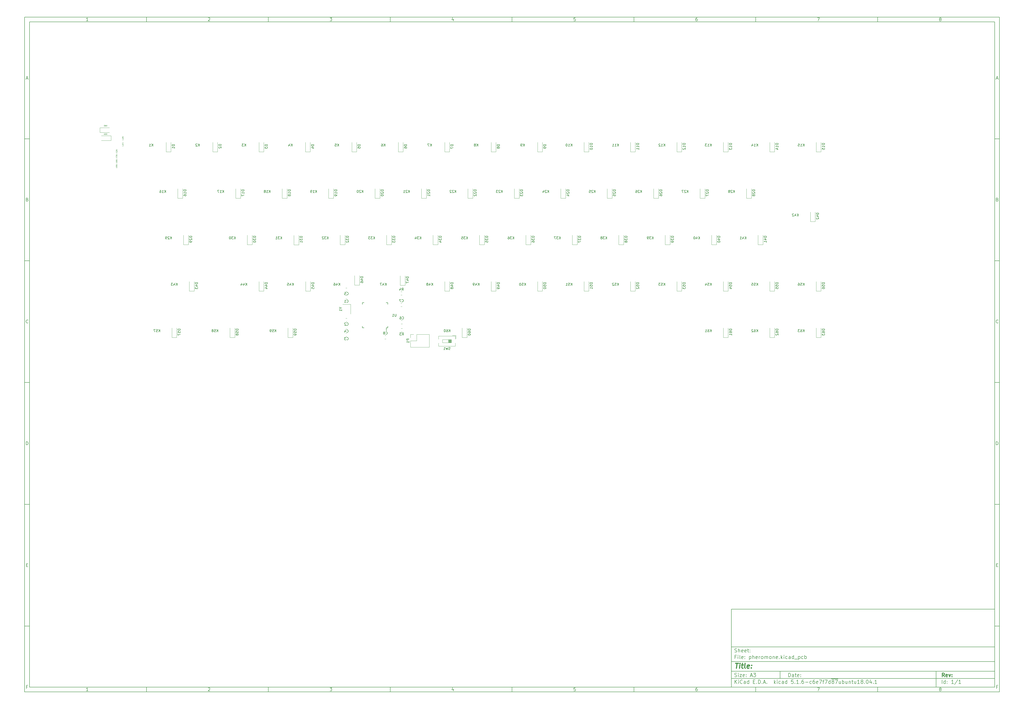
<source format=gbo>
G04 #@! TF.GenerationSoftware,KiCad,Pcbnew,5.1.6-c6e7f7d~87~ubuntu18.04.1*
G04 #@! TF.CreationDate,2020-08-29T00:17:55+02:00*
G04 #@! TF.ProjectId,pheromone,70686572-6f6d-46f6-9e65-2e6b69636164,rev?*
G04 #@! TF.SameCoordinates,Original*
G04 #@! TF.FileFunction,Legend,Bot*
G04 #@! TF.FilePolarity,Positive*
%FSLAX46Y46*%
G04 Gerber Fmt 4.6, Leading zero omitted, Abs format (unit mm)*
G04 Created by KiCad (PCBNEW 5.1.6-c6e7f7d~87~ubuntu18.04.1) date 2020-08-29 00:17:55*
%MOMM*%
%LPD*%
G01*
G04 APERTURE LIST*
%ADD10C,0.100000*%
%ADD11C,0.150000*%
%ADD12C,0.300000*%
%ADD13C,0.400000*%
%ADD14C,0.120000*%
G04 APERTURE END LIST*
D10*
D11*
X299989000Y-253002200D02*
X299989000Y-285002200D01*
X407989000Y-285002200D01*
X407989000Y-253002200D01*
X299989000Y-253002200D01*
D10*
D11*
X10000000Y-10000000D02*
X10000000Y-287002200D01*
X409989000Y-287002200D01*
X409989000Y-10000000D01*
X10000000Y-10000000D01*
D10*
D11*
X12000000Y-12000000D02*
X12000000Y-285002200D01*
X407989000Y-285002200D01*
X407989000Y-12000000D01*
X12000000Y-12000000D01*
D10*
D11*
X60000000Y-12000000D02*
X60000000Y-10000000D01*
D10*
D11*
X110000000Y-12000000D02*
X110000000Y-10000000D01*
D10*
D11*
X160000000Y-12000000D02*
X160000000Y-10000000D01*
D10*
D11*
X210000000Y-12000000D02*
X210000000Y-10000000D01*
D10*
D11*
X260000000Y-12000000D02*
X260000000Y-10000000D01*
D10*
D11*
X310000000Y-12000000D02*
X310000000Y-10000000D01*
D10*
D11*
X360000000Y-12000000D02*
X360000000Y-10000000D01*
D10*
D11*
X36065476Y-11588095D02*
X35322619Y-11588095D01*
X35694047Y-11588095D02*
X35694047Y-10288095D01*
X35570238Y-10473809D01*
X35446428Y-10597619D01*
X35322619Y-10659523D01*
D10*
D11*
X85322619Y-10411904D02*
X85384523Y-10350000D01*
X85508333Y-10288095D01*
X85817857Y-10288095D01*
X85941666Y-10350000D01*
X86003571Y-10411904D01*
X86065476Y-10535714D01*
X86065476Y-10659523D01*
X86003571Y-10845238D01*
X85260714Y-11588095D01*
X86065476Y-11588095D01*
D10*
D11*
X135260714Y-10288095D02*
X136065476Y-10288095D01*
X135632142Y-10783333D01*
X135817857Y-10783333D01*
X135941666Y-10845238D01*
X136003571Y-10907142D01*
X136065476Y-11030952D01*
X136065476Y-11340476D01*
X136003571Y-11464285D01*
X135941666Y-11526190D01*
X135817857Y-11588095D01*
X135446428Y-11588095D01*
X135322619Y-11526190D01*
X135260714Y-11464285D01*
D10*
D11*
X185941666Y-10721428D02*
X185941666Y-11588095D01*
X185632142Y-10226190D02*
X185322619Y-11154761D01*
X186127380Y-11154761D01*
D10*
D11*
X236003571Y-10288095D02*
X235384523Y-10288095D01*
X235322619Y-10907142D01*
X235384523Y-10845238D01*
X235508333Y-10783333D01*
X235817857Y-10783333D01*
X235941666Y-10845238D01*
X236003571Y-10907142D01*
X236065476Y-11030952D01*
X236065476Y-11340476D01*
X236003571Y-11464285D01*
X235941666Y-11526190D01*
X235817857Y-11588095D01*
X235508333Y-11588095D01*
X235384523Y-11526190D01*
X235322619Y-11464285D01*
D10*
D11*
X285941666Y-10288095D02*
X285694047Y-10288095D01*
X285570238Y-10350000D01*
X285508333Y-10411904D01*
X285384523Y-10597619D01*
X285322619Y-10845238D01*
X285322619Y-11340476D01*
X285384523Y-11464285D01*
X285446428Y-11526190D01*
X285570238Y-11588095D01*
X285817857Y-11588095D01*
X285941666Y-11526190D01*
X286003571Y-11464285D01*
X286065476Y-11340476D01*
X286065476Y-11030952D01*
X286003571Y-10907142D01*
X285941666Y-10845238D01*
X285817857Y-10783333D01*
X285570238Y-10783333D01*
X285446428Y-10845238D01*
X285384523Y-10907142D01*
X285322619Y-11030952D01*
D10*
D11*
X335260714Y-10288095D02*
X336127380Y-10288095D01*
X335570238Y-11588095D01*
D10*
D11*
X385570238Y-10845238D02*
X385446428Y-10783333D01*
X385384523Y-10721428D01*
X385322619Y-10597619D01*
X385322619Y-10535714D01*
X385384523Y-10411904D01*
X385446428Y-10350000D01*
X385570238Y-10288095D01*
X385817857Y-10288095D01*
X385941666Y-10350000D01*
X386003571Y-10411904D01*
X386065476Y-10535714D01*
X386065476Y-10597619D01*
X386003571Y-10721428D01*
X385941666Y-10783333D01*
X385817857Y-10845238D01*
X385570238Y-10845238D01*
X385446428Y-10907142D01*
X385384523Y-10969047D01*
X385322619Y-11092857D01*
X385322619Y-11340476D01*
X385384523Y-11464285D01*
X385446428Y-11526190D01*
X385570238Y-11588095D01*
X385817857Y-11588095D01*
X385941666Y-11526190D01*
X386003571Y-11464285D01*
X386065476Y-11340476D01*
X386065476Y-11092857D01*
X386003571Y-10969047D01*
X385941666Y-10907142D01*
X385817857Y-10845238D01*
D10*
D11*
X60000000Y-285002200D02*
X60000000Y-287002200D01*
D10*
D11*
X110000000Y-285002200D02*
X110000000Y-287002200D01*
D10*
D11*
X160000000Y-285002200D02*
X160000000Y-287002200D01*
D10*
D11*
X210000000Y-285002200D02*
X210000000Y-287002200D01*
D10*
D11*
X260000000Y-285002200D02*
X260000000Y-287002200D01*
D10*
D11*
X310000000Y-285002200D02*
X310000000Y-287002200D01*
D10*
D11*
X360000000Y-285002200D02*
X360000000Y-287002200D01*
D10*
D11*
X36065476Y-286590295D02*
X35322619Y-286590295D01*
X35694047Y-286590295D02*
X35694047Y-285290295D01*
X35570238Y-285476009D01*
X35446428Y-285599819D01*
X35322619Y-285661723D01*
D10*
D11*
X85322619Y-285414104D02*
X85384523Y-285352200D01*
X85508333Y-285290295D01*
X85817857Y-285290295D01*
X85941666Y-285352200D01*
X86003571Y-285414104D01*
X86065476Y-285537914D01*
X86065476Y-285661723D01*
X86003571Y-285847438D01*
X85260714Y-286590295D01*
X86065476Y-286590295D01*
D10*
D11*
X135260714Y-285290295D02*
X136065476Y-285290295D01*
X135632142Y-285785533D01*
X135817857Y-285785533D01*
X135941666Y-285847438D01*
X136003571Y-285909342D01*
X136065476Y-286033152D01*
X136065476Y-286342676D01*
X136003571Y-286466485D01*
X135941666Y-286528390D01*
X135817857Y-286590295D01*
X135446428Y-286590295D01*
X135322619Y-286528390D01*
X135260714Y-286466485D01*
D10*
D11*
X185941666Y-285723628D02*
X185941666Y-286590295D01*
X185632142Y-285228390D02*
X185322619Y-286156961D01*
X186127380Y-286156961D01*
D10*
D11*
X236003571Y-285290295D02*
X235384523Y-285290295D01*
X235322619Y-285909342D01*
X235384523Y-285847438D01*
X235508333Y-285785533D01*
X235817857Y-285785533D01*
X235941666Y-285847438D01*
X236003571Y-285909342D01*
X236065476Y-286033152D01*
X236065476Y-286342676D01*
X236003571Y-286466485D01*
X235941666Y-286528390D01*
X235817857Y-286590295D01*
X235508333Y-286590295D01*
X235384523Y-286528390D01*
X235322619Y-286466485D01*
D10*
D11*
X285941666Y-285290295D02*
X285694047Y-285290295D01*
X285570238Y-285352200D01*
X285508333Y-285414104D01*
X285384523Y-285599819D01*
X285322619Y-285847438D01*
X285322619Y-286342676D01*
X285384523Y-286466485D01*
X285446428Y-286528390D01*
X285570238Y-286590295D01*
X285817857Y-286590295D01*
X285941666Y-286528390D01*
X286003571Y-286466485D01*
X286065476Y-286342676D01*
X286065476Y-286033152D01*
X286003571Y-285909342D01*
X285941666Y-285847438D01*
X285817857Y-285785533D01*
X285570238Y-285785533D01*
X285446428Y-285847438D01*
X285384523Y-285909342D01*
X285322619Y-286033152D01*
D10*
D11*
X335260714Y-285290295D02*
X336127380Y-285290295D01*
X335570238Y-286590295D01*
D10*
D11*
X385570238Y-285847438D02*
X385446428Y-285785533D01*
X385384523Y-285723628D01*
X385322619Y-285599819D01*
X385322619Y-285537914D01*
X385384523Y-285414104D01*
X385446428Y-285352200D01*
X385570238Y-285290295D01*
X385817857Y-285290295D01*
X385941666Y-285352200D01*
X386003571Y-285414104D01*
X386065476Y-285537914D01*
X386065476Y-285599819D01*
X386003571Y-285723628D01*
X385941666Y-285785533D01*
X385817857Y-285847438D01*
X385570238Y-285847438D01*
X385446428Y-285909342D01*
X385384523Y-285971247D01*
X385322619Y-286095057D01*
X385322619Y-286342676D01*
X385384523Y-286466485D01*
X385446428Y-286528390D01*
X385570238Y-286590295D01*
X385817857Y-286590295D01*
X385941666Y-286528390D01*
X386003571Y-286466485D01*
X386065476Y-286342676D01*
X386065476Y-286095057D01*
X386003571Y-285971247D01*
X385941666Y-285909342D01*
X385817857Y-285847438D01*
D10*
D11*
X10000000Y-60000000D02*
X12000000Y-60000000D01*
D10*
D11*
X10000000Y-110000000D02*
X12000000Y-110000000D01*
D10*
D11*
X10000000Y-160000000D02*
X12000000Y-160000000D01*
D10*
D11*
X10000000Y-210000000D02*
X12000000Y-210000000D01*
D10*
D11*
X10000000Y-260000000D02*
X12000000Y-260000000D01*
D10*
D11*
X10690476Y-35216666D02*
X11309523Y-35216666D01*
X10566666Y-35588095D02*
X11000000Y-34288095D01*
X11433333Y-35588095D01*
D10*
D11*
X11092857Y-84907142D02*
X11278571Y-84969047D01*
X11340476Y-85030952D01*
X11402380Y-85154761D01*
X11402380Y-85340476D01*
X11340476Y-85464285D01*
X11278571Y-85526190D01*
X11154761Y-85588095D01*
X10659523Y-85588095D01*
X10659523Y-84288095D01*
X11092857Y-84288095D01*
X11216666Y-84350000D01*
X11278571Y-84411904D01*
X11340476Y-84535714D01*
X11340476Y-84659523D01*
X11278571Y-84783333D01*
X11216666Y-84845238D01*
X11092857Y-84907142D01*
X10659523Y-84907142D01*
D10*
D11*
X11402380Y-135464285D02*
X11340476Y-135526190D01*
X11154761Y-135588095D01*
X11030952Y-135588095D01*
X10845238Y-135526190D01*
X10721428Y-135402380D01*
X10659523Y-135278571D01*
X10597619Y-135030952D01*
X10597619Y-134845238D01*
X10659523Y-134597619D01*
X10721428Y-134473809D01*
X10845238Y-134350000D01*
X11030952Y-134288095D01*
X11154761Y-134288095D01*
X11340476Y-134350000D01*
X11402380Y-134411904D01*
D10*
D11*
X10659523Y-185588095D02*
X10659523Y-184288095D01*
X10969047Y-184288095D01*
X11154761Y-184350000D01*
X11278571Y-184473809D01*
X11340476Y-184597619D01*
X11402380Y-184845238D01*
X11402380Y-185030952D01*
X11340476Y-185278571D01*
X11278571Y-185402380D01*
X11154761Y-185526190D01*
X10969047Y-185588095D01*
X10659523Y-185588095D01*
D10*
D11*
X10721428Y-234907142D02*
X11154761Y-234907142D01*
X11340476Y-235588095D02*
X10721428Y-235588095D01*
X10721428Y-234288095D01*
X11340476Y-234288095D01*
D10*
D11*
X11185714Y-284907142D02*
X10752380Y-284907142D01*
X10752380Y-285588095D02*
X10752380Y-284288095D01*
X11371428Y-284288095D01*
D10*
D11*
X409989000Y-60000000D02*
X407989000Y-60000000D01*
D10*
D11*
X409989000Y-110000000D02*
X407989000Y-110000000D01*
D10*
D11*
X409989000Y-160000000D02*
X407989000Y-160000000D01*
D10*
D11*
X409989000Y-210000000D02*
X407989000Y-210000000D01*
D10*
D11*
X409989000Y-260000000D02*
X407989000Y-260000000D01*
D10*
D11*
X408679476Y-35216666D02*
X409298523Y-35216666D01*
X408555666Y-35588095D02*
X408989000Y-34288095D01*
X409422333Y-35588095D01*
D10*
D11*
X409081857Y-84907142D02*
X409267571Y-84969047D01*
X409329476Y-85030952D01*
X409391380Y-85154761D01*
X409391380Y-85340476D01*
X409329476Y-85464285D01*
X409267571Y-85526190D01*
X409143761Y-85588095D01*
X408648523Y-85588095D01*
X408648523Y-84288095D01*
X409081857Y-84288095D01*
X409205666Y-84350000D01*
X409267571Y-84411904D01*
X409329476Y-84535714D01*
X409329476Y-84659523D01*
X409267571Y-84783333D01*
X409205666Y-84845238D01*
X409081857Y-84907142D01*
X408648523Y-84907142D01*
D10*
D11*
X409391380Y-135464285D02*
X409329476Y-135526190D01*
X409143761Y-135588095D01*
X409019952Y-135588095D01*
X408834238Y-135526190D01*
X408710428Y-135402380D01*
X408648523Y-135278571D01*
X408586619Y-135030952D01*
X408586619Y-134845238D01*
X408648523Y-134597619D01*
X408710428Y-134473809D01*
X408834238Y-134350000D01*
X409019952Y-134288095D01*
X409143761Y-134288095D01*
X409329476Y-134350000D01*
X409391380Y-134411904D01*
D10*
D11*
X408648523Y-185588095D02*
X408648523Y-184288095D01*
X408958047Y-184288095D01*
X409143761Y-184350000D01*
X409267571Y-184473809D01*
X409329476Y-184597619D01*
X409391380Y-184845238D01*
X409391380Y-185030952D01*
X409329476Y-185278571D01*
X409267571Y-185402380D01*
X409143761Y-185526190D01*
X408958047Y-185588095D01*
X408648523Y-185588095D01*
D10*
D11*
X408710428Y-234907142D02*
X409143761Y-234907142D01*
X409329476Y-235588095D02*
X408710428Y-235588095D01*
X408710428Y-234288095D01*
X409329476Y-234288095D01*
D10*
D11*
X409174714Y-284907142D02*
X408741380Y-284907142D01*
X408741380Y-285588095D02*
X408741380Y-284288095D01*
X409360428Y-284288095D01*
D10*
D11*
X323421142Y-280780771D02*
X323421142Y-279280771D01*
X323778285Y-279280771D01*
X323992571Y-279352200D01*
X324135428Y-279495057D01*
X324206857Y-279637914D01*
X324278285Y-279923628D01*
X324278285Y-280137914D01*
X324206857Y-280423628D01*
X324135428Y-280566485D01*
X323992571Y-280709342D01*
X323778285Y-280780771D01*
X323421142Y-280780771D01*
X325564000Y-280780771D02*
X325564000Y-279995057D01*
X325492571Y-279852200D01*
X325349714Y-279780771D01*
X325064000Y-279780771D01*
X324921142Y-279852200D01*
X325564000Y-280709342D02*
X325421142Y-280780771D01*
X325064000Y-280780771D01*
X324921142Y-280709342D01*
X324849714Y-280566485D01*
X324849714Y-280423628D01*
X324921142Y-280280771D01*
X325064000Y-280209342D01*
X325421142Y-280209342D01*
X325564000Y-280137914D01*
X326064000Y-279780771D02*
X326635428Y-279780771D01*
X326278285Y-279280771D02*
X326278285Y-280566485D01*
X326349714Y-280709342D01*
X326492571Y-280780771D01*
X326635428Y-280780771D01*
X327706857Y-280709342D02*
X327564000Y-280780771D01*
X327278285Y-280780771D01*
X327135428Y-280709342D01*
X327064000Y-280566485D01*
X327064000Y-279995057D01*
X327135428Y-279852200D01*
X327278285Y-279780771D01*
X327564000Y-279780771D01*
X327706857Y-279852200D01*
X327778285Y-279995057D01*
X327778285Y-280137914D01*
X327064000Y-280280771D01*
X328421142Y-280637914D02*
X328492571Y-280709342D01*
X328421142Y-280780771D01*
X328349714Y-280709342D01*
X328421142Y-280637914D01*
X328421142Y-280780771D01*
X328421142Y-279852200D02*
X328492571Y-279923628D01*
X328421142Y-279995057D01*
X328349714Y-279923628D01*
X328421142Y-279852200D01*
X328421142Y-279995057D01*
D10*
D11*
X299989000Y-281502200D02*
X407989000Y-281502200D01*
D10*
D11*
X301421142Y-283580771D02*
X301421142Y-282080771D01*
X302278285Y-283580771D02*
X301635428Y-282723628D01*
X302278285Y-282080771D02*
X301421142Y-282937914D01*
X302921142Y-283580771D02*
X302921142Y-282580771D01*
X302921142Y-282080771D02*
X302849714Y-282152200D01*
X302921142Y-282223628D01*
X302992571Y-282152200D01*
X302921142Y-282080771D01*
X302921142Y-282223628D01*
X304492571Y-283437914D02*
X304421142Y-283509342D01*
X304206857Y-283580771D01*
X304064000Y-283580771D01*
X303849714Y-283509342D01*
X303706857Y-283366485D01*
X303635428Y-283223628D01*
X303564000Y-282937914D01*
X303564000Y-282723628D01*
X303635428Y-282437914D01*
X303706857Y-282295057D01*
X303849714Y-282152200D01*
X304064000Y-282080771D01*
X304206857Y-282080771D01*
X304421142Y-282152200D01*
X304492571Y-282223628D01*
X305778285Y-283580771D02*
X305778285Y-282795057D01*
X305706857Y-282652200D01*
X305564000Y-282580771D01*
X305278285Y-282580771D01*
X305135428Y-282652200D01*
X305778285Y-283509342D02*
X305635428Y-283580771D01*
X305278285Y-283580771D01*
X305135428Y-283509342D01*
X305064000Y-283366485D01*
X305064000Y-283223628D01*
X305135428Y-283080771D01*
X305278285Y-283009342D01*
X305635428Y-283009342D01*
X305778285Y-282937914D01*
X307135428Y-283580771D02*
X307135428Y-282080771D01*
X307135428Y-283509342D02*
X306992571Y-283580771D01*
X306706857Y-283580771D01*
X306564000Y-283509342D01*
X306492571Y-283437914D01*
X306421142Y-283295057D01*
X306421142Y-282866485D01*
X306492571Y-282723628D01*
X306564000Y-282652200D01*
X306706857Y-282580771D01*
X306992571Y-282580771D01*
X307135428Y-282652200D01*
X308992571Y-282795057D02*
X309492571Y-282795057D01*
X309706857Y-283580771D02*
X308992571Y-283580771D01*
X308992571Y-282080771D01*
X309706857Y-282080771D01*
X310349714Y-283437914D02*
X310421142Y-283509342D01*
X310349714Y-283580771D01*
X310278285Y-283509342D01*
X310349714Y-283437914D01*
X310349714Y-283580771D01*
X311064000Y-283580771D02*
X311064000Y-282080771D01*
X311421142Y-282080771D01*
X311635428Y-282152200D01*
X311778285Y-282295057D01*
X311849714Y-282437914D01*
X311921142Y-282723628D01*
X311921142Y-282937914D01*
X311849714Y-283223628D01*
X311778285Y-283366485D01*
X311635428Y-283509342D01*
X311421142Y-283580771D01*
X311064000Y-283580771D01*
X312564000Y-283437914D02*
X312635428Y-283509342D01*
X312564000Y-283580771D01*
X312492571Y-283509342D01*
X312564000Y-283437914D01*
X312564000Y-283580771D01*
X313206857Y-283152200D02*
X313921142Y-283152200D01*
X313064000Y-283580771D02*
X313564000Y-282080771D01*
X314064000Y-283580771D01*
X314564000Y-283437914D02*
X314635428Y-283509342D01*
X314564000Y-283580771D01*
X314492571Y-283509342D01*
X314564000Y-283437914D01*
X314564000Y-283580771D01*
X317564000Y-283580771D02*
X317564000Y-282080771D01*
X317706857Y-283009342D02*
X318135428Y-283580771D01*
X318135428Y-282580771D02*
X317564000Y-283152200D01*
X318778285Y-283580771D02*
X318778285Y-282580771D01*
X318778285Y-282080771D02*
X318706857Y-282152200D01*
X318778285Y-282223628D01*
X318849714Y-282152200D01*
X318778285Y-282080771D01*
X318778285Y-282223628D01*
X320135428Y-283509342D02*
X319992571Y-283580771D01*
X319706857Y-283580771D01*
X319564000Y-283509342D01*
X319492571Y-283437914D01*
X319421142Y-283295057D01*
X319421142Y-282866485D01*
X319492571Y-282723628D01*
X319564000Y-282652200D01*
X319706857Y-282580771D01*
X319992571Y-282580771D01*
X320135428Y-282652200D01*
X321421142Y-283580771D02*
X321421142Y-282795057D01*
X321349714Y-282652200D01*
X321206857Y-282580771D01*
X320921142Y-282580771D01*
X320778285Y-282652200D01*
X321421142Y-283509342D02*
X321278285Y-283580771D01*
X320921142Y-283580771D01*
X320778285Y-283509342D01*
X320706857Y-283366485D01*
X320706857Y-283223628D01*
X320778285Y-283080771D01*
X320921142Y-283009342D01*
X321278285Y-283009342D01*
X321421142Y-282937914D01*
X322778285Y-283580771D02*
X322778285Y-282080771D01*
X322778285Y-283509342D02*
X322635428Y-283580771D01*
X322349714Y-283580771D01*
X322206857Y-283509342D01*
X322135428Y-283437914D01*
X322064000Y-283295057D01*
X322064000Y-282866485D01*
X322135428Y-282723628D01*
X322206857Y-282652200D01*
X322349714Y-282580771D01*
X322635428Y-282580771D01*
X322778285Y-282652200D01*
X325349714Y-282080771D02*
X324635428Y-282080771D01*
X324564000Y-282795057D01*
X324635428Y-282723628D01*
X324778285Y-282652200D01*
X325135428Y-282652200D01*
X325278285Y-282723628D01*
X325349714Y-282795057D01*
X325421142Y-282937914D01*
X325421142Y-283295057D01*
X325349714Y-283437914D01*
X325278285Y-283509342D01*
X325135428Y-283580771D01*
X324778285Y-283580771D01*
X324635428Y-283509342D01*
X324564000Y-283437914D01*
X326064000Y-283437914D02*
X326135428Y-283509342D01*
X326064000Y-283580771D01*
X325992571Y-283509342D01*
X326064000Y-283437914D01*
X326064000Y-283580771D01*
X327564000Y-283580771D02*
X326706857Y-283580771D01*
X327135428Y-283580771D02*
X327135428Y-282080771D01*
X326992571Y-282295057D01*
X326849714Y-282437914D01*
X326706857Y-282509342D01*
X328206857Y-283437914D02*
X328278285Y-283509342D01*
X328206857Y-283580771D01*
X328135428Y-283509342D01*
X328206857Y-283437914D01*
X328206857Y-283580771D01*
X329564000Y-282080771D02*
X329278285Y-282080771D01*
X329135428Y-282152200D01*
X329064000Y-282223628D01*
X328921142Y-282437914D01*
X328849714Y-282723628D01*
X328849714Y-283295057D01*
X328921142Y-283437914D01*
X328992571Y-283509342D01*
X329135428Y-283580771D01*
X329421142Y-283580771D01*
X329564000Y-283509342D01*
X329635428Y-283437914D01*
X329706857Y-283295057D01*
X329706857Y-282937914D01*
X329635428Y-282795057D01*
X329564000Y-282723628D01*
X329421142Y-282652200D01*
X329135428Y-282652200D01*
X328992571Y-282723628D01*
X328921142Y-282795057D01*
X328849714Y-282937914D01*
X330349714Y-283009342D02*
X331492571Y-283009342D01*
X332849714Y-283509342D02*
X332706857Y-283580771D01*
X332421142Y-283580771D01*
X332278285Y-283509342D01*
X332206857Y-283437914D01*
X332135428Y-283295057D01*
X332135428Y-282866485D01*
X332206857Y-282723628D01*
X332278285Y-282652200D01*
X332421142Y-282580771D01*
X332706857Y-282580771D01*
X332849714Y-282652200D01*
X334135428Y-282080771D02*
X333849714Y-282080771D01*
X333706857Y-282152200D01*
X333635428Y-282223628D01*
X333492571Y-282437914D01*
X333421142Y-282723628D01*
X333421142Y-283295057D01*
X333492571Y-283437914D01*
X333564000Y-283509342D01*
X333706857Y-283580771D01*
X333992571Y-283580771D01*
X334135428Y-283509342D01*
X334206857Y-283437914D01*
X334278285Y-283295057D01*
X334278285Y-282937914D01*
X334206857Y-282795057D01*
X334135428Y-282723628D01*
X333992571Y-282652200D01*
X333706857Y-282652200D01*
X333564000Y-282723628D01*
X333492571Y-282795057D01*
X333421142Y-282937914D01*
X335492571Y-283509342D02*
X335349714Y-283580771D01*
X335064000Y-283580771D01*
X334921142Y-283509342D01*
X334849714Y-283366485D01*
X334849714Y-282795057D01*
X334921142Y-282652200D01*
X335064000Y-282580771D01*
X335349714Y-282580771D01*
X335492571Y-282652200D01*
X335564000Y-282795057D01*
X335564000Y-282937914D01*
X334849714Y-283080771D01*
X336064000Y-282080771D02*
X337064000Y-282080771D01*
X336421142Y-283580771D01*
X337421142Y-282580771D02*
X337992571Y-282580771D01*
X337635428Y-283580771D02*
X337635428Y-282295057D01*
X337706857Y-282152200D01*
X337849714Y-282080771D01*
X337992571Y-282080771D01*
X338349714Y-282080771D02*
X339349714Y-282080771D01*
X338706857Y-283580771D01*
X340564000Y-283580771D02*
X340564000Y-282080771D01*
X340564000Y-283509342D02*
X340421142Y-283580771D01*
X340135428Y-283580771D01*
X339992571Y-283509342D01*
X339921142Y-283437914D01*
X339849714Y-283295057D01*
X339849714Y-282866485D01*
X339921142Y-282723628D01*
X339992571Y-282652200D01*
X340135428Y-282580771D01*
X340421142Y-282580771D01*
X340564000Y-282652200D01*
X340921142Y-281672200D02*
X342349714Y-281672200D01*
X341492571Y-282723628D02*
X341349714Y-282652200D01*
X341278285Y-282580771D01*
X341206857Y-282437914D01*
X341206857Y-282366485D01*
X341278285Y-282223628D01*
X341349714Y-282152200D01*
X341492571Y-282080771D01*
X341778285Y-282080771D01*
X341921142Y-282152200D01*
X341992571Y-282223628D01*
X342064000Y-282366485D01*
X342064000Y-282437914D01*
X341992571Y-282580771D01*
X341921142Y-282652200D01*
X341778285Y-282723628D01*
X341492571Y-282723628D01*
X341349714Y-282795057D01*
X341278285Y-282866485D01*
X341206857Y-283009342D01*
X341206857Y-283295057D01*
X341278285Y-283437914D01*
X341349714Y-283509342D01*
X341492571Y-283580771D01*
X341778285Y-283580771D01*
X341921142Y-283509342D01*
X341992571Y-283437914D01*
X342064000Y-283295057D01*
X342064000Y-283009342D01*
X341992571Y-282866485D01*
X341921142Y-282795057D01*
X341778285Y-282723628D01*
X342349714Y-281672200D02*
X343778285Y-281672200D01*
X342564000Y-282080771D02*
X343564000Y-282080771D01*
X342921142Y-283580771D01*
X344778285Y-282580771D02*
X344778285Y-283580771D01*
X344135428Y-282580771D02*
X344135428Y-283366485D01*
X344206857Y-283509342D01*
X344349714Y-283580771D01*
X344564000Y-283580771D01*
X344706857Y-283509342D01*
X344778285Y-283437914D01*
X345492571Y-283580771D02*
X345492571Y-282080771D01*
X345492571Y-282652200D02*
X345635428Y-282580771D01*
X345921142Y-282580771D01*
X346064000Y-282652200D01*
X346135428Y-282723628D01*
X346206857Y-282866485D01*
X346206857Y-283295057D01*
X346135428Y-283437914D01*
X346064000Y-283509342D01*
X345921142Y-283580771D01*
X345635428Y-283580771D01*
X345492571Y-283509342D01*
X347492571Y-282580771D02*
X347492571Y-283580771D01*
X346849714Y-282580771D02*
X346849714Y-283366485D01*
X346921142Y-283509342D01*
X347064000Y-283580771D01*
X347278285Y-283580771D01*
X347421142Y-283509342D01*
X347492571Y-283437914D01*
X348206857Y-282580771D02*
X348206857Y-283580771D01*
X348206857Y-282723628D02*
X348278285Y-282652200D01*
X348421142Y-282580771D01*
X348635428Y-282580771D01*
X348778285Y-282652200D01*
X348849714Y-282795057D01*
X348849714Y-283580771D01*
X349349714Y-282580771D02*
X349921142Y-282580771D01*
X349564000Y-282080771D02*
X349564000Y-283366485D01*
X349635428Y-283509342D01*
X349778285Y-283580771D01*
X349921142Y-283580771D01*
X351064000Y-282580771D02*
X351064000Y-283580771D01*
X350421142Y-282580771D02*
X350421142Y-283366485D01*
X350492571Y-283509342D01*
X350635428Y-283580771D01*
X350849714Y-283580771D01*
X350992571Y-283509342D01*
X351064000Y-283437914D01*
X352564000Y-283580771D02*
X351706857Y-283580771D01*
X352135428Y-283580771D02*
X352135428Y-282080771D01*
X351992571Y-282295057D01*
X351849714Y-282437914D01*
X351706857Y-282509342D01*
X353421142Y-282723628D02*
X353278285Y-282652200D01*
X353206857Y-282580771D01*
X353135428Y-282437914D01*
X353135428Y-282366485D01*
X353206857Y-282223628D01*
X353278285Y-282152200D01*
X353421142Y-282080771D01*
X353706857Y-282080771D01*
X353849714Y-282152200D01*
X353921142Y-282223628D01*
X353992571Y-282366485D01*
X353992571Y-282437914D01*
X353921142Y-282580771D01*
X353849714Y-282652200D01*
X353706857Y-282723628D01*
X353421142Y-282723628D01*
X353278285Y-282795057D01*
X353206857Y-282866485D01*
X353135428Y-283009342D01*
X353135428Y-283295057D01*
X353206857Y-283437914D01*
X353278285Y-283509342D01*
X353421142Y-283580771D01*
X353706857Y-283580771D01*
X353849714Y-283509342D01*
X353921142Y-283437914D01*
X353992571Y-283295057D01*
X353992571Y-283009342D01*
X353921142Y-282866485D01*
X353849714Y-282795057D01*
X353706857Y-282723628D01*
X354635428Y-283437914D02*
X354706857Y-283509342D01*
X354635428Y-283580771D01*
X354564000Y-283509342D01*
X354635428Y-283437914D01*
X354635428Y-283580771D01*
X355635428Y-282080771D02*
X355778285Y-282080771D01*
X355921142Y-282152200D01*
X355992571Y-282223628D01*
X356064000Y-282366485D01*
X356135428Y-282652200D01*
X356135428Y-283009342D01*
X356064000Y-283295057D01*
X355992571Y-283437914D01*
X355921142Y-283509342D01*
X355778285Y-283580771D01*
X355635428Y-283580771D01*
X355492571Y-283509342D01*
X355421142Y-283437914D01*
X355349714Y-283295057D01*
X355278285Y-283009342D01*
X355278285Y-282652200D01*
X355349714Y-282366485D01*
X355421142Y-282223628D01*
X355492571Y-282152200D01*
X355635428Y-282080771D01*
X357421142Y-282580771D02*
X357421142Y-283580771D01*
X357064000Y-282009342D02*
X356706857Y-283080771D01*
X357635428Y-283080771D01*
X358206857Y-283437914D02*
X358278285Y-283509342D01*
X358206857Y-283580771D01*
X358135428Y-283509342D01*
X358206857Y-283437914D01*
X358206857Y-283580771D01*
X359706857Y-283580771D02*
X358849714Y-283580771D01*
X359278285Y-283580771D02*
X359278285Y-282080771D01*
X359135428Y-282295057D01*
X358992571Y-282437914D01*
X358849714Y-282509342D01*
D10*
D11*
X299989000Y-278502200D02*
X407989000Y-278502200D01*
D10*
D12*
X387398285Y-280780771D02*
X386898285Y-280066485D01*
X386541142Y-280780771D02*
X386541142Y-279280771D01*
X387112571Y-279280771D01*
X387255428Y-279352200D01*
X387326857Y-279423628D01*
X387398285Y-279566485D01*
X387398285Y-279780771D01*
X387326857Y-279923628D01*
X387255428Y-279995057D01*
X387112571Y-280066485D01*
X386541142Y-280066485D01*
X388612571Y-280709342D02*
X388469714Y-280780771D01*
X388184000Y-280780771D01*
X388041142Y-280709342D01*
X387969714Y-280566485D01*
X387969714Y-279995057D01*
X388041142Y-279852200D01*
X388184000Y-279780771D01*
X388469714Y-279780771D01*
X388612571Y-279852200D01*
X388684000Y-279995057D01*
X388684000Y-280137914D01*
X387969714Y-280280771D01*
X389184000Y-279780771D02*
X389541142Y-280780771D01*
X389898285Y-279780771D01*
X390469714Y-280637914D02*
X390541142Y-280709342D01*
X390469714Y-280780771D01*
X390398285Y-280709342D01*
X390469714Y-280637914D01*
X390469714Y-280780771D01*
X390469714Y-279852200D02*
X390541142Y-279923628D01*
X390469714Y-279995057D01*
X390398285Y-279923628D01*
X390469714Y-279852200D01*
X390469714Y-279995057D01*
D10*
D11*
X301349714Y-280709342D02*
X301564000Y-280780771D01*
X301921142Y-280780771D01*
X302064000Y-280709342D01*
X302135428Y-280637914D01*
X302206857Y-280495057D01*
X302206857Y-280352200D01*
X302135428Y-280209342D01*
X302064000Y-280137914D01*
X301921142Y-280066485D01*
X301635428Y-279995057D01*
X301492571Y-279923628D01*
X301421142Y-279852200D01*
X301349714Y-279709342D01*
X301349714Y-279566485D01*
X301421142Y-279423628D01*
X301492571Y-279352200D01*
X301635428Y-279280771D01*
X301992571Y-279280771D01*
X302206857Y-279352200D01*
X302849714Y-280780771D02*
X302849714Y-279780771D01*
X302849714Y-279280771D02*
X302778285Y-279352200D01*
X302849714Y-279423628D01*
X302921142Y-279352200D01*
X302849714Y-279280771D01*
X302849714Y-279423628D01*
X303421142Y-279780771D02*
X304206857Y-279780771D01*
X303421142Y-280780771D01*
X304206857Y-280780771D01*
X305349714Y-280709342D02*
X305206857Y-280780771D01*
X304921142Y-280780771D01*
X304778285Y-280709342D01*
X304706857Y-280566485D01*
X304706857Y-279995057D01*
X304778285Y-279852200D01*
X304921142Y-279780771D01*
X305206857Y-279780771D01*
X305349714Y-279852200D01*
X305421142Y-279995057D01*
X305421142Y-280137914D01*
X304706857Y-280280771D01*
X306064000Y-280637914D02*
X306135428Y-280709342D01*
X306064000Y-280780771D01*
X305992571Y-280709342D01*
X306064000Y-280637914D01*
X306064000Y-280780771D01*
X306064000Y-279852200D02*
X306135428Y-279923628D01*
X306064000Y-279995057D01*
X305992571Y-279923628D01*
X306064000Y-279852200D01*
X306064000Y-279995057D01*
X307849714Y-280352200D02*
X308564000Y-280352200D01*
X307706857Y-280780771D02*
X308206857Y-279280771D01*
X308706857Y-280780771D01*
X309064000Y-279280771D02*
X309992571Y-279280771D01*
X309492571Y-279852200D01*
X309706857Y-279852200D01*
X309849714Y-279923628D01*
X309921142Y-279995057D01*
X309992571Y-280137914D01*
X309992571Y-280495057D01*
X309921142Y-280637914D01*
X309849714Y-280709342D01*
X309706857Y-280780771D01*
X309278285Y-280780771D01*
X309135428Y-280709342D01*
X309064000Y-280637914D01*
D10*
D11*
X386421142Y-283580771D02*
X386421142Y-282080771D01*
X387778285Y-283580771D02*
X387778285Y-282080771D01*
X387778285Y-283509342D02*
X387635428Y-283580771D01*
X387349714Y-283580771D01*
X387206857Y-283509342D01*
X387135428Y-283437914D01*
X387064000Y-283295057D01*
X387064000Y-282866485D01*
X387135428Y-282723628D01*
X387206857Y-282652200D01*
X387349714Y-282580771D01*
X387635428Y-282580771D01*
X387778285Y-282652200D01*
X388492571Y-283437914D02*
X388564000Y-283509342D01*
X388492571Y-283580771D01*
X388421142Y-283509342D01*
X388492571Y-283437914D01*
X388492571Y-283580771D01*
X388492571Y-282652200D02*
X388564000Y-282723628D01*
X388492571Y-282795057D01*
X388421142Y-282723628D01*
X388492571Y-282652200D01*
X388492571Y-282795057D01*
X391135428Y-283580771D02*
X390278285Y-283580771D01*
X390706857Y-283580771D02*
X390706857Y-282080771D01*
X390564000Y-282295057D01*
X390421142Y-282437914D01*
X390278285Y-282509342D01*
X392849714Y-282009342D02*
X391564000Y-283937914D01*
X394135428Y-283580771D02*
X393278285Y-283580771D01*
X393706857Y-283580771D02*
X393706857Y-282080771D01*
X393564000Y-282295057D01*
X393421142Y-282437914D01*
X393278285Y-282509342D01*
D10*
D11*
X299989000Y-274502200D02*
X407989000Y-274502200D01*
D10*
D13*
X301701380Y-275206961D02*
X302844238Y-275206961D01*
X302022809Y-277206961D02*
X302272809Y-275206961D01*
X303260904Y-277206961D02*
X303427571Y-275873628D01*
X303510904Y-275206961D02*
X303403761Y-275302200D01*
X303487095Y-275397438D01*
X303594238Y-275302200D01*
X303510904Y-275206961D01*
X303487095Y-275397438D01*
X304094238Y-275873628D02*
X304856142Y-275873628D01*
X304463285Y-275206961D02*
X304249000Y-276921247D01*
X304320428Y-277111723D01*
X304499000Y-277206961D01*
X304689476Y-277206961D01*
X305641857Y-277206961D02*
X305463285Y-277111723D01*
X305391857Y-276921247D01*
X305606142Y-275206961D01*
X307177571Y-277111723D02*
X306975190Y-277206961D01*
X306594238Y-277206961D01*
X306415666Y-277111723D01*
X306344238Y-276921247D01*
X306439476Y-276159342D01*
X306558523Y-275968866D01*
X306760904Y-275873628D01*
X307141857Y-275873628D01*
X307320428Y-275968866D01*
X307391857Y-276159342D01*
X307368047Y-276349819D01*
X306391857Y-276540295D01*
X308141857Y-277016485D02*
X308225190Y-277111723D01*
X308118047Y-277206961D01*
X308034714Y-277111723D01*
X308141857Y-277016485D01*
X308118047Y-277206961D01*
X308272809Y-275968866D02*
X308356142Y-276064104D01*
X308249000Y-276159342D01*
X308165666Y-276064104D01*
X308272809Y-275968866D01*
X308249000Y-276159342D01*
D10*
D11*
X301921142Y-272595057D02*
X301421142Y-272595057D01*
X301421142Y-273380771D02*
X301421142Y-271880771D01*
X302135428Y-271880771D01*
X302706857Y-273380771D02*
X302706857Y-272380771D01*
X302706857Y-271880771D02*
X302635428Y-271952200D01*
X302706857Y-272023628D01*
X302778285Y-271952200D01*
X302706857Y-271880771D01*
X302706857Y-272023628D01*
X303635428Y-273380771D02*
X303492571Y-273309342D01*
X303421142Y-273166485D01*
X303421142Y-271880771D01*
X304778285Y-273309342D02*
X304635428Y-273380771D01*
X304349714Y-273380771D01*
X304206857Y-273309342D01*
X304135428Y-273166485D01*
X304135428Y-272595057D01*
X304206857Y-272452200D01*
X304349714Y-272380771D01*
X304635428Y-272380771D01*
X304778285Y-272452200D01*
X304849714Y-272595057D01*
X304849714Y-272737914D01*
X304135428Y-272880771D01*
X305492571Y-273237914D02*
X305564000Y-273309342D01*
X305492571Y-273380771D01*
X305421142Y-273309342D01*
X305492571Y-273237914D01*
X305492571Y-273380771D01*
X305492571Y-272452200D02*
X305564000Y-272523628D01*
X305492571Y-272595057D01*
X305421142Y-272523628D01*
X305492571Y-272452200D01*
X305492571Y-272595057D01*
X307349714Y-272380771D02*
X307349714Y-273880771D01*
X307349714Y-272452200D02*
X307492571Y-272380771D01*
X307778285Y-272380771D01*
X307921142Y-272452200D01*
X307992571Y-272523628D01*
X308064000Y-272666485D01*
X308064000Y-273095057D01*
X307992571Y-273237914D01*
X307921142Y-273309342D01*
X307778285Y-273380771D01*
X307492571Y-273380771D01*
X307349714Y-273309342D01*
X308706857Y-273380771D02*
X308706857Y-271880771D01*
X309349714Y-273380771D02*
X309349714Y-272595057D01*
X309278285Y-272452200D01*
X309135428Y-272380771D01*
X308921142Y-272380771D01*
X308778285Y-272452200D01*
X308706857Y-272523628D01*
X310635428Y-273309342D02*
X310492571Y-273380771D01*
X310206857Y-273380771D01*
X310064000Y-273309342D01*
X309992571Y-273166485D01*
X309992571Y-272595057D01*
X310064000Y-272452200D01*
X310206857Y-272380771D01*
X310492571Y-272380771D01*
X310635428Y-272452200D01*
X310706857Y-272595057D01*
X310706857Y-272737914D01*
X309992571Y-272880771D01*
X311349714Y-273380771D02*
X311349714Y-272380771D01*
X311349714Y-272666485D02*
X311421142Y-272523628D01*
X311492571Y-272452200D01*
X311635428Y-272380771D01*
X311778285Y-272380771D01*
X312492571Y-273380771D02*
X312349714Y-273309342D01*
X312278285Y-273237914D01*
X312206857Y-273095057D01*
X312206857Y-272666485D01*
X312278285Y-272523628D01*
X312349714Y-272452200D01*
X312492571Y-272380771D01*
X312706857Y-272380771D01*
X312849714Y-272452200D01*
X312921142Y-272523628D01*
X312992571Y-272666485D01*
X312992571Y-273095057D01*
X312921142Y-273237914D01*
X312849714Y-273309342D01*
X312706857Y-273380771D01*
X312492571Y-273380771D01*
X313635428Y-273380771D02*
X313635428Y-272380771D01*
X313635428Y-272523628D02*
X313706857Y-272452200D01*
X313849714Y-272380771D01*
X314064000Y-272380771D01*
X314206857Y-272452200D01*
X314278285Y-272595057D01*
X314278285Y-273380771D01*
X314278285Y-272595057D02*
X314349714Y-272452200D01*
X314492571Y-272380771D01*
X314706857Y-272380771D01*
X314849714Y-272452200D01*
X314921142Y-272595057D01*
X314921142Y-273380771D01*
X315849714Y-273380771D02*
X315706857Y-273309342D01*
X315635428Y-273237914D01*
X315564000Y-273095057D01*
X315564000Y-272666485D01*
X315635428Y-272523628D01*
X315706857Y-272452200D01*
X315849714Y-272380771D01*
X316064000Y-272380771D01*
X316206857Y-272452200D01*
X316278285Y-272523628D01*
X316349714Y-272666485D01*
X316349714Y-273095057D01*
X316278285Y-273237914D01*
X316206857Y-273309342D01*
X316064000Y-273380771D01*
X315849714Y-273380771D01*
X316992571Y-272380771D02*
X316992571Y-273380771D01*
X316992571Y-272523628D02*
X317064000Y-272452200D01*
X317206857Y-272380771D01*
X317421142Y-272380771D01*
X317564000Y-272452200D01*
X317635428Y-272595057D01*
X317635428Y-273380771D01*
X318921142Y-273309342D02*
X318778285Y-273380771D01*
X318492571Y-273380771D01*
X318349714Y-273309342D01*
X318278285Y-273166485D01*
X318278285Y-272595057D01*
X318349714Y-272452200D01*
X318492571Y-272380771D01*
X318778285Y-272380771D01*
X318921142Y-272452200D01*
X318992571Y-272595057D01*
X318992571Y-272737914D01*
X318278285Y-272880771D01*
X319635428Y-273237914D02*
X319706857Y-273309342D01*
X319635428Y-273380771D01*
X319564000Y-273309342D01*
X319635428Y-273237914D01*
X319635428Y-273380771D01*
X320349714Y-273380771D02*
X320349714Y-271880771D01*
X320492571Y-272809342D02*
X320921142Y-273380771D01*
X320921142Y-272380771D02*
X320349714Y-272952200D01*
X321564000Y-273380771D02*
X321564000Y-272380771D01*
X321564000Y-271880771D02*
X321492571Y-271952200D01*
X321564000Y-272023628D01*
X321635428Y-271952200D01*
X321564000Y-271880771D01*
X321564000Y-272023628D01*
X322921142Y-273309342D02*
X322778285Y-273380771D01*
X322492571Y-273380771D01*
X322349714Y-273309342D01*
X322278285Y-273237914D01*
X322206857Y-273095057D01*
X322206857Y-272666485D01*
X322278285Y-272523628D01*
X322349714Y-272452200D01*
X322492571Y-272380771D01*
X322778285Y-272380771D01*
X322921142Y-272452200D01*
X324206857Y-273380771D02*
X324206857Y-272595057D01*
X324135428Y-272452200D01*
X323992571Y-272380771D01*
X323706857Y-272380771D01*
X323564000Y-272452200D01*
X324206857Y-273309342D02*
X324064000Y-273380771D01*
X323706857Y-273380771D01*
X323564000Y-273309342D01*
X323492571Y-273166485D01*
X323492571Y-273023628D01*
X323564000Y-272880771D01*
X323706857Y-272809342D01*
X324064000Y-272809342D01*
X324206857Y-272737914D01*
X325564000Y-273380771D02*
X325564000Y-271880771D01*
X325564000Y-273309342D02*
X325421142Y-273380771D01*
X325135428Y-273380771D01*
X324992571Y-273309342D01*
X324921142Y-273237914D01*
X324849714Y-273095057D01*
X324849714Y-272666485D01*
X324921142Y-272523628D01*
X324992571Y-272452200D01*
X325135428Y-272380771D01*
X325421142Y-272380771D01*
X325564000Y-272452200D01*
X325921142Y-273523628D02*
X327064000Y-273523628D01*
X327421142Y-272380771D02*
X327421142Y-273880771D01*
X327421142Y-272452200D02*
X327564000Y-272380771D01*
X327849714Y-272380771D01*
X327992571Y-272452200D01*
X328064000Y-272523628D01*
X328135428Y-272666485D01*
X328135428Y-273095057D01*
X328064000Y-273237914D01*
X327992571Y-273309342D01*
X327849714Y-273380771D01*
X327564000Y-273380771D01*
X327421142Y-273309342D01*
X329421142Y-273309342D02*
X329278285Y-273380771D01*
X328992571Y-273380771D01*
X328849714Y-273309342D01*
X328778285Y-273237914D01*
X328706857Y-273095057D01*
X328706857Y-272666485D01*
X328778285Y-272523628D01*
X328849714Y-272452200D01*
X328992571Y-272380771D01*
X329278285Y-272380771D01*
X329421142Y-272452200D01*
X330064000Y-273380771D02*
X330064000Y-271880771D01*
X330064000Y-272452200D02*
X330206857Y-272380771D01*
X330492571Y-272380771D01*
X330635428Y-272452200D01*
X330706857Y-272523628D01*
X330778285Y-272666485D01*
X330778285Y-273095057D01*
X330706857Y-273237914D01*
X330635428Y-273309342D01*
X330492571Y-273380771D01*
X330206857Y-273380771D01*
X330064000Y-273309342D01*
D10*
D11*
X299989000Y-268502200D02*
X407989000Y-268502200D01*
D10*
D11*
X301349714Y-270609342D02*
X301564000Y-270680771D01*
X301921142Y-270680771D01*
X302064000Y-270609342D01*
X302135428Y-270537914D01*
X302206857Y-270395057D01*
X302206857Y-270252200D01*
X302135428Y-270109342D01*
X302064000Y-270037914D01*
X301921142Y-269966485D01*
X301635428Y-269895057D01*
X301492571Y-269823628D01*
X301421142Y-269752200D01*
X301349714Y-269609342D01*
X301349714Y-269466485D01*
X301421142Y-269323628D01*
X301492571Y-269252200D01*
X301635428Y-269180771D01*
X301992571Y-269180771D01*
X302206857Y-269252200D01*
X302849714Y-270680771D02*
X302849714Y-269180771D01*
X303492571Y-270680771D02*
X303492571Y-269895057D01*
X303421142Y-269752200D01*
X303278285Y-269680771D01*
X303064000Y-269680771D01*
X302921142Y-269752200D01*
X302849714Y-269823628D01*
X304778285Y-270609342D02*
X304635428Y-270680771D01*
X304349714Y-270680771D01*
X304206857Y-270609342D01*
X304135428Y-270466485D01*
X304135428Y-269895057D01*
X304206857Y-269752200D01*
X304349714Y-269680771D01*
X304635428Y-269680771D01*
X304778285Y-269752200D01*
X304849714Y-269895057D01*
X304849714Y-270037914D01*
X304135428Y-270180771D01*
X306064000Y-270609342D02*
X305921142Y-270680771D01*
X305635428Y-270680771D01*
X305492571Y-270609342D01*
X305421142Y-270466485D01*
X305421142Y-269895057D01*
X305492571Y-269752200D01*
X305635428Y-269680771D01*
X305921142Y-269680771D01*
X306064000Y-269752200D01*
X306135428Y-269895057D01*
X306135428Y-270037914D01*
X305421142Y-270180771D01*
X306564000Y-269680771D02*
X307135428Y-269680771D01*
X306778285Y-269180771D02*
X306778285Y-270466485D01*
X306849714Y-270609342D01*
X306992571Y-270680771D01*
X307135428Y-270680771D01*
X307635428Y-270537914D02*
X307706857Y-270609342D01*
X307635428Y-270680771D01*
X307564000Y-270609342D01*
X307635428Y-270537914D01*
X307635428Y-270680771D01*
X307635428Y-269752200D02*
X307706857Y-269823628D01*
X307635428Y-269895057D01*
X307564000Y-269823628D01*
X307635428Y-269752200D01*
X307635428Y-269895057D01*
D10*
D11*
X319989000Y-278502200D02*
X319989000Y-281502200D01*
D10*
D11*
X383989000Y-278502200D02*
X383989000Y-285002200D01*
D14*
X48010578Y-67766000D02*
X47493422Y-67766000D01*
X48010578Y-66346000D02*
X47493422Y-66346000D01*
X48010578Y-69798000D02*
X47493422Y-69798000D01*
X48010578Y-68378000D02*
X47493422Y-68378000D01*
X48010578Y-71830000D02*
X47493422Y-71830000D01*
X48010578Y-70410000D02*
X47493422Y-70410000D01*
X48010578Y-65734000D02*
X47493422Y-65734000D01*
X48010578Y-64314000D02*
X47493422Y-64314000D01*
X50033422Y-58980000D02*
X50550578Y-58980000D01*
X50033422Y-60400000D02*
X50550578Y-60400000D01*
X50033422Y-61520000D02*
X50550578Y-61520000D01*
X50033422Y-62940000D02*
X50550578Y-62940000D01*
X40930000Y-57388000D02*
X44830000Y-57388000D01*
X40930000Y-55388000D02*
X44830000Y-55388000D01*
X40930000Y-57388000D02*
X40930000Y-55388000D01*
X45430000Y-58690000D02*
X41530000Y-58690000D01*
X45430000Y-60690000D02*
X41530000Y-60690000D01*
X45430000Y-58690000D02*
X45430000Y-60690000D01*
D11*
X158400000Y-137575000D02*
X158400000Y-138850000D01*
X158975000Y-127225000D02*
X158975000Y-127900000D01*
X148625000Y-127225000D02*
X148625000Y-127900000D01*
X148625000Y-137575000D02*
X148625000Y-136900000D01*
X158975000Y-137575000D02*
X158975000Y-136900000D01*
X148625000Y-137575000D02*
X149300000Y-137575000D01*
X148625000Y-127225000D02*
X149300000Y-127225000D01*
X158975000Y-127225000D02*
X158300000Y-127225000D01*
X158975000Y-137575000D02*
X158400000Y-137575000D01*
D14*
X164858578Y-124110000D02*
X164341422Y-124110000D01*
X164858578Y-122690000D02*
X164341422Y-122690000D01*
X164466422Y-137790000D02*
X164983578Y-137790000D01*
X164466422Y-139210000D02*
X164983578Y-139210000D01*
X158283578Y-142110000D02*
X157766422Y-142110000D01*
X158283578Y-140690000D02*
X157766422Y-140690000D01*
X164883578Y-128810000D02*
X164366422Y-128810000D01*
X164883578Y-127390000D02*
X164366422Y-127390000D01*
X164983578Y-135910000D02*
X164466422Y-135910000D01*
X164983578Y-134490000D02*
X164466422Y-134490000D01*
X141766422Y-121190000D02*
X142283578Y-121190000D01*
X141766422Y-122610000D02*
X142283578Y-122610000D01*
X141766422Y-136590000D02*
X142283578Y-136590000D01*
X141766422Y-138010000D02*
X142283578Y-138010000D01*
X141766422Y-139690000D02*
X142283578Y-139690000D01*
X141766422Y-141110000D02*
X142283578Y-141110000D01*
X141766422Y-133690000D02*
X142283578Y-133690000D01*
X141766422Y-135110000D02*
X142283578Y-135110000D01*
X141741422Y-124290000D02*
X142258578Y-124290000D01*
X141741422Y-125710000D02*
X142258578Y-125710000D01*
X143800000Y-127900000D02*
X143800000Y-131900000D01*
X140500000Y-127900000D02*
X143800000Y-127900000D01*
X168290000Y-140270000D02*
X168290000Y-141600000D01*
X169620000Y-140270000D02*
X168290000Y-140270000D01*
X168290000Y-142870000D02*
X168290000Y-145470000D01*
X170890000Y-142870000D02*
X168290000Y-142870000D01*
X170890000Y-140270000D02*
X170890000Y-142870000D01*
X168290000Y-145470000D02*
X176030000Y-145470000D01*
X170890000Y-140270000D02*
X176030000Y-140270000D01*
X176030000Y-140270000D02*
X176030000Y-145470000D01*
X70056250Y-65353125D02*
X70056250Y-61453125D01*
X68056250Y-65353125D02*
X68056250Y-61453125D01*
X70056250Y-65353125D02*
X68056250Y-65353125D01*
X89200000Y-65300000D02*
X89200000Y-61400000D01*
X87200000Y-65300000D02*
X87200000Y-61400000D01*
X89200000Y-65300000D02*
X87200000Y-65300000D01*
X108156250Y-65353125D02*
X108156250Y-61453125D01*
X106156250Y-65353125D02*
X106156250Y-61453125D01*
X108156250Y-65353125D02*
X106156250Y-65353125D01*
X127206250Y-65353125D02*
X127206250Y-61453125D01*
X125206250Y-65353125D02*
X125206250Y-61453125D01*
X127206250Y-65353125D02*
X125206250Y-65353125D01*
X146256250Y-65353125D02*
X146256250Y-61453125D01*
X144256250Y-65353125D02*
X144256250Y-61453125D01*
X146256250Y-65353125D02*
X144256250Y-65353125D01*
X165306250Y-65353125D02*
X165306250Y-61453125D01*
X163306250Y-65353125D02*
X163306250Y-61453125D01*
X165306250Y-65353125D02*
X163306250Y-65353125D01*
X184356250Y-65353125D02*
X184356250Y-61453125D01*
X182356250Y-65353125D02*
X182356250Y-61453125D01*
X184356250Y-65353125D02*
X182356250Y-65353125D01*
X203406250Y-65353125D02*
X203406250Y-61453125D01*
X201406250Y-65353125D02*
X201406250Y-61453125D01*
X203406250Y-65353125D02*
X201406250Y-65353125D01*
X222456250Y-65353125D02*
X222456250Y-61453125D01*
X220456250Y-65353125D02*
X220456250Y-61453125D01*
X222456250Y-65353125D02*
X220456250Y-65353125D01*
X241506250Y-65353125D02*
X241506250Y-61453125D01*
X239506250Y-65353125D02*
X239506250Y-61453125D01*
X241506250Y-65353125D02*
X239506250Y-65353125D01*
X260556250Y-65353125D02*
X260556250Y-61453125D01*
X258556250Y-65353125D02*
X258556250Y-61453125D01*
X260556250Y-65353125D02*
X258556250Y-65353125D01*
X279606250Y-65353125D02*
X279606250Y-61453125D01*
X277606250Y-65353125D02*
X277606250Y-61453125D01*
X279606250Y-65353125D02*
X277606250Y-65353125D01*
X298656250Y-65353125D02*
X298656250Y-61453125D01*
X296656250Y-65353125D02*
X296656250Y-61453125D01*
X298656250Y-65353125D02*
X296656250Y-65353125D01*
X317706250Y-65353125D02*
X317706250Y-61453125D01*
X315706250Y-65353125D02*
X315706250Y-61453125D01*
X317706250Y-65353125D02*
X315706250Y-65353125D01*
X336756250Y-65353125D02*
X336756250Y-61453125D01*
X334756250Y-65353125D02*
X334756250Y-61453125D01*
X336756250Y-65353125D02*
X334756250Y-65353125D01*
X74818750Y-84403125D02*
X74818750Y-80503125D01*
X72818750Y-84403125D02*
X72818750Y-80503125D01*
X74818750Y-84403125D02*
X72818750Y-84403125D01*
X98631250Y-84400000D02*
X98631250Y-80500000D01*
X96631250Y-84400000D02*
X96631250Y-80500000D01*
X98631250Y-84400000D02*
X96631250Y-84400000D01*
X117681250Y-84403125D02*
X117681250Y-80503125D01*
X115681250Y-84403125D02*
X115681250Y-80503125D01*
X117681250Y-84403125D02*
X115681250Y-84403125D01*
X136731250Y-84403125D02*
X136731250Y-80503125D01*
X134731250Y-84403125D02*
X134731250Y-80503125D01*
X136731250Y-84403125D02*
X134731250Y-84403125D01*
X155781250Y-84403125D02*
X155781250Y-80503125D01*
X153781250Y-84403125D02*
X153781250Y-80503125D01*
X155781250Y-84403125D02*
X153781250Y-84403125D01*
X174831250Y-84403125D02*
X174831250Y-80503125D01*
X172831250Y-84403125D02*
X172831250Y-80503125D01*
X174831250Y-84403125D02*
X172831250Y-84403125D01*
X193881250Y-84403125D02*
X193881250Y-80503125D01*
X191881250Y-84403125D02*
X191881250Y-80503125D01*
X193881250Y-84403125D02*
X191881250Y-84403125D01*
X212931250Y-84403125D02*
X212931250Y-80503125D01*
X210931250Y-84403125D02*
X210931250Y-80503125D01*
X212931250Y-84403125D02*
X210931250Y-84403125D01*
X231981250Y-84403125D02*
X231981250Y-80503125D01*
X229981250Y-84403125D02*
X229981250Y-80503125D01*
X231981250Y-84403125D02*
X229981250Y-84403125D01*
X251031250Y-84403125D02*
X251031250Y-80503125D01*
X249031250Y-84403125D02*
X249031250Y-80503125D01*
X251031250Y-84403125D02*
X249031250Y-84403125D01*
X270081250Y-84403125D02*
X270081250Y-80503125D01*
X268081250Y-84403125D02*
X268081250Y-80503125D01*
X270081250Y-84403125D02*
X268081250Y-84403125D01*
X289131250Y-84403125D02*
X289131250Y-80503125D01*
X287131250Y-84403125D02*
X287131250Y-80503125D01*
X289131250Y-84403125D02*
X287131250Y-84403125D01*
X308181250Y-84403125D02*
X308181250Y-80503125D01*
X306181250Y-84403125D02*
X306181250Y-80503125D01*
X308181250Y-84403125D02*
X306181250Y-84403125D01*
X77200000Y-103453125D02*
X77200000Y-99553125D01*
X75200000Y-103453125D02*
X75200000Y-99553125D01*
X77200000Y-103453125D02*
X75200000Y-103453125D01*
X103393750Y-103453125D02*
X103393750Y-99553125D01*
X101393750Y-103453125D02*
X101393750Y-99553125D01*
X103393750Y-103453125D02*
X101393750Y-103453125D01*
X122500000Y-103500000D02*
X122500000Y-99600000D01*
X120500000Y-103500000D02*
X120500000Y-99600000D01*
X122500000Y-103500000D02*
X120500000Y-103500000D01*
X141493750Y-103453125D02*
X141493750Y-99553125D01*
X139493750Y-103453125D02*
X139493750Y-99553125D01*
X141493750Y-103453125D02*
X139493750Y-103453125D01*
X160543750Y-103453125D02*
X160543750Y-99553125D01*
X158543750Y-103453125D02*
X158543750Y-99553125D01*
X160543750Y-103453125D02*
X158543750Y-103453125D01*
X179593750Y-103453125D02*
X179593750Y-99553125D01*
X177593750Y-103453125D02*
X177593750Y-99553125D01*
X179593750Y-103453125D02*
X177593750Y-103453125D01*
X198643750Y-103453125D02*
X198643750Y-99553125D01*
X196643750Y-103453125D02*
X196643750Y-99553125D01*
X198643750Y-103453125D02*
X196643750Y-103453125D01*
X217693750Y-103453125D02*
X217693750Y-99553125D01*
X215693750Y-103453125D02*
X215693750Y-99553125D01*
X217693750Y-103453125D02*
X215693750Y-103453125D01*
X236743750Y-103453125D02*
X236743750Y-99553125D01*
X234743750Y-103453125D02*
X234743750Y-99553125D01*
X236743750Y-103453125D02*
X234743750Y-103453125D01*
X255793750Y-103453125D02*
X255793750Y-99553125D01*
X253793750Y-103453125D02*
X253793750Y-99553125D01*
X255793750Y-103453125D02*
X253793750Y-103453125D01*
X274843750Y-103453125D02*
X274843750Y-99553125D01*
X272843750Y-103453125D02*
X272843750Y-99553125D01*
X274843750Y-103453125D02*
X272843750Y-103453125D01*
X293893750Y-103453125D02*
X293893750Y-99553125D01*
X291893750Y-103453125D02*
X291893750Y-99553125D01*
X293893750Y-103453125D02*
X291893750Y-103453125D01*
X312943750Y-103453125D02*
X312943750Y-99553125D01*
X310943750Y-103453125D02*
X310943750Y-99553125D01*
X312943750Y-103453125D02*
X310943750Y-103453125D01*
X334375000Y-93928125D02*
X334375000Y-90028125D01*
X332375000Y-93928125D02*
X332375000Y-90028125D01*
X334375000Y-93928125D02*
X332375000Y-93928125D01*
X79581250Y-122503125D02*
X79581250Y-118603125D01*
X77581250Y-122503125D02*
X77581250Y-118603125D01*
X79581250Y-122503125D02*
X77581250Y-122503125D01*
X108156250Y-122503125D02*
X108156250Y-118603125D01*
X106156250Y-122503125D02*
X106156250Y-118603125D01*
X108156250Y-122503125D02*
X106156250Y-122503125D01*
X127300000Y-122500000D02*
X127300000Y-118600000D01*
X125300000Y-122500000D02*
X125300000Y-118600000D01*
X127300000Y-122500000D02*
X125300000Y-122500000D01*
X147400000Y-120050000D02*
X147400000Y-116150000D01*
X145400000Y-120050000D02*
X145400000Y-116150000D01*
X147400000Y-120050000D02*
X145400000Y-120050000D01*
X166106250Y-120103125D02*
X166106250Y-116203125D01*
X164106250Y-120103125D02*
X164106250Y-116203125D01*
X166106250Y-120103125D02*
X164106250Y-120103125D01*
X184356250Y-122503125D02*
X184356250Y-118603125D01*
X182356250Y-122503125D02*
X182356250Y-118603125D01*
X184356250Y-122503125D02*
X182356250Y-122503125D01*
X203406250Y-122503125D02*
X203406250Y-118603125D01*
X201406250Y-122503125D02*
X201406250Y-118603125D01*
X203406250Y-122503125D02*
X201406250Y-122503125D01*
X222456250Y-122503125D02*
X222456250Y-118603125D01*
X220456250Y-122503125D02*
X220456250Y-118603125D01*
X222456250Y-122503125D02*
X220456250Y-122503125D01*
X241506250Y-122503125D02*
X241506250Y-118603125D01*
X239506250Y-122503125D02*
X239506250Y-118603125D01*
X241506250Y-122503125D02*
X239506250Y-122503125D01*
X260556250Y-122503125D02*
X260556250Y-118603125D01*
X258556250Y-122503125D02*
X258556250Y-118603125D01*
X260556250Y-122503125D02*
X258556250Y-122503125D01*
X279606250Y-122503125D02*
X279606250Y-118603125D01*
X277606250Y-122503125D02*
X277606250Y-118603125D01*
X279606250Y-122503125D02*
X277606250Y-122503125D01*
X298656250Y-122503125D02*
X298656250Y-118603125D01*
X296656250Y-122503125D02*
X296656250Y-118603125D01*
X298656250Y-122503125D02*
X296656250Y-122503125D01*
X317706250Y-122503125D02*
X317706250Y-118603125D01*
X315706250Y-122503125D02*
X315706250Y-118603125D01*
X317706250Y-122503125D02*
X315706250Y-122503125D01*
X336756250Y-122503125D02*
X336756250Y-118603125D01*
X334756250Y-122503125D02*
X334756250Y-118603125D01*
X336756250Y-122503125D02*
X334756250Y-122503125D01*
X72437500Y-141553125D02*
X72437500Y-137653125D01*
X70437500Y-141553125D02*
X70437500Y-137653125D01*
X72437500Y-141553125D02*
X70437500Y-141553125D01*
X96250000Y-141553125D02*
X96250000Y-137653125D01*
X94250000Y-141553125D02*
X94250000Y-137653125D01*
X96250000Y-141553125D02*
X94250000Y-141553125D01*
X120062500Y-141553125D02*
X120062500Y-137653125D01*
X118062500Y-141553125D02*
X118062500Y-137653125D01*
X120062500Y-141553125D02*
X118062500Y-141553125D01*
X191500000Y-141553125D02*
X191500000Y-137653125D01*
X189500000Y-141553125D02*
X189500000Y-137653125D01*
X191500000Y-141553125D02*
X189500000Y-141553125D01*
X298656250Y-141553125D02*
X298656250Y-137653125D01*
X296656250Y-141553125D02*
X296656250Y-137653125D01*
X298656250Y-141553125D02*
X296656250Y-141553125D01*
X317706250Y-141553125D02*
X317706250Y-137653125D01*
X315706250Y-141553125D02*
X315706250Y-137653125D01*
X317706250Y-141553125D02*
X315706250Y-141553125D01*
X336756250Y-141553125D02*
X336756250Y-137653125D01*
X334756250Y-141553125D02*
X334756250Y-137653125D01*
X336756250Y-141553125D02*
X334756250Y-141553125D01*
X183868333Y-142365000D02*
X183868333Y-143635000D01*
X185075000Y-143565000D02*
X183868333Y-143565000D01*
X185075000Y-143445000D02*
X183868333Y-143445000D01*
X185075000Y-143325000D02*
X183868333Y-143325000D01*
X185075000Y-143205000D02*
X183868333Y-143205000D01*
X185075000Y-143085000D02*
X183868333Y-143085000D01*
X185075000Y-142965000D02*
X183868333Y-142965000D01*
X185075000Y-142845000D02*
X183868333Y-142845000D01*
X185075000Y-142725000D02*
X183868333Y-142725000D01*
X185075000Y-142605000D02*
X183868333Y-142605000D01*
X185075000Y-142485000D02*
X183868333Y-142485000D01*
X181455000Y-142365000D02*
X185075000Y-142365000D01*
X181455000Y-143635000D02*
X181455000Y-142365000D01*
X185075000Y-143635000D02*
X181455000Y-143635000D01*
X185075000Y-142365000D02*
X185075000Y-143635000D01*
X186915000Y-140650000D02*
X186915000Y-142033000D01*
X186915000Y-140650000D02*
X185532000Y-140650000D01*
X179855000Y-143800000D02*
X179855000Y-145110000D01*
X179855000Y-140890000D02*
X179855000Y-142200000D01*
X186675000Y-143800000D02*
X186675000Y-145110000D01*
X186675000Y-140890000D02*
X186675000Y-142200000D01*
X186675000Y-145110000D02*
X179855000Y-145110000D01*
X186675000Y-140890000D02*
X179855000Y-140890000D01*
D10*
X47978190Y-66972666D02*
X47740095Y-66806000D01*
X47978190Y-66686952D02*
X47478190Y-66686952D01*
X47478190Y-66877428D01*
X47502000Y-66925047D01*
X47525809Y-66948857D01*
X47573428Y-66972666D01*
X47644857Y-66972666D01*
X47692476Y-66948857D01*
X47716285Y-66925047D01*
X47740095Y-66877428D01*
X47740095Y-66686952D01*
X47478190Y-67139333D02*
X47478190Y-67472666D01*
X47978190Y-67258380D01*
X47978190Y-69004666D02*
X47740095Y-68838000D01*
X47978190Y-68718952D02*
X47478190Y-68718952D01*
X47478190Y-68909428D01*
X47502000Y-68957047D01*
X47525809Y-68980857D01*
X47573428Y-69004666D01*
X47644857Y-69004666D01*
X47692476Y-68980857D01*
X47716285Y-68957047D01*
X47740095Y-68909428D01*
X47740095Y-68718952D01*
X47478190Y-69433238D02*
X47478190Y-69338000D01*
X47502000Y-69290380D01*
X47525809Y-69266571D01*
X47597238Y-69218952D01*
X47692476Y-69195142D01*
X47882952Y-69195142D01*
X47930571Y-69218952D01*
X47954380Y-69242761D01*
X47978190Y-69290380D01*
X47978190Y-69385619D01*
X47954380Y-69433238D01*
X47930571Y-69457047D01*
X47882952Y-69480857D01*
X47763904Y-69480857D01*
X47716285Y-69457047D01*
X47692476Y-69433238D01*
X47668666Y-69385619D01*
X47668666Y-69290380D01*
X47692476Y-69242761D01*
X47716285Y-69218952D01*
X47763904Y-69195142D01*
X47978190Y-71036666D02*
X47740095Y-70870000D01*
X47978190Y-70750952D02*
X47478190Y-70750952D01*
X47478190Y-70941428D01*
X47502000Y-70989047D01*
X47525809Y-71012857D01*
X47573428Y-71036666D01*
X47644857Y-71036666D01*
X47692476Y-71012857D01*
X47716285Y-70989047D01*
X47740095Y-70941428D01*
X47740095Y-70750952D01*
X47478190Y-71489047D02*
X47478190Y-71250952D01*
X47716285Y-71227142D01*
X47692476Y-71250952D01*
X47668666Y-71298571D01*
X47668666Y-71417619D01*
X47692476Y-71465238D01*
X47716285Y-71489047D01*
X47763904Y-71512857D01*
X47882952Y-71512857D01*
X47930571Y-71489047D01*
X47954380Y-71465238D01*
X47978190Y-71417619D01*
X47978190Y-71298571D01*
X47954380Y-71250952D01*
X47930571Y-71227142D01*
X47978190Y-64940666D02*
X47740095Y-64774000D01*
X47978190Y-64654952D02*
X47478190Y-64654952D01*
X47478190Y-64845428D01*
X47502000Y-64893047D01*
X47525809Y-64916857D01*
X47573428Y-64940666D01*
X47644857Y-64940666D01*
X47692476Y-64916857D01*
X47716285Y-64893047D01*
X47740095Y-64845428D01*
X47740095Y-64654952D01*
X47525809Y-65131142D02*
X47502000Y-65154952D01*
X47478190Y-65202571D01*
X47478190Y-65321619D01*
X47502000Y-65369238D01*
X47525809Y-65393047D01*
X47573428Y-65416857D01*
X47621047Y-65416857D01*
X47692476Y-65393047D01*
X47978190Y-65107333D01*
X47978190Y-65416857D01*
X50518190Y-59606666D02*
X50280095Y-59440000D01*
X50518190Y-59320952D02*
X50018190Y-59320952D01*
X50018190Y-59511428D01*
X50042000Y-59559047D01*
X50065809Y-59582857D01*
X50113428Y-59606666D01*
X50184857Y-59606666D01*
X50232476Y-59582857D01*
X50256285Y-59559047D01*
X50280095Y-59511428D01*
X50280095Y-59320952D01*
X50518190Y-60082857D02*
X50518190Y-59797142D01*
X50518190Y-59940000D02*
X50018190Y-59940000D01*
X50089619Y-59892380D01*
X50137238Y-59844761D01*
X50161047Y-59797142D01*
X50256285Y-62063333D02*
X50256285Y-61896666D01*
X50518190Y-61896666D02*
X50018190Y-61896666D01*
X50018190Y-62134761D01*
X50518190Y-62587142D02*
X50518190Y-62301428D01*
X50518190Y-62444285D02*
X50018190Y-62444285D01*
X50089619Y-62396666D01*
X50137238Y-62349047D01*
X50161047Y-62301428D01*
X43787142Y-54836190D02*
X43787142Y-54336190D01*
X43668095Y-54336190D01*
X43596666Y-54360000D01*
X43549047Y-54407619D01*
X43525238Y-54455238D01*
X43501428Y-54550476D01*
X43501428Y-54621904D01*
X43525238Y-54717142D01*
X43549047Y-54764761D01*
X43596666Y-54812380D01*
X43668095Y-54836190D01*
X43787142Y-54836190D01*
X43072857Y-54336190D02*
X43168095Y-54336190D01*
X43215714Y-54360000D01*
X43239523Y-54383809D01*
X43287142Y-54455238D01*
X43310952Y-54550476D01*
X43310952Y-54740952D01*
X43287142Y-54788571D01*
X43263333Y-54812380D01*
X43215714Y-54836190D01*
X43120476Y-54836190D01*
X43072857Y-54812380D01*
X43049047Y-54788571D01*
X43025238Y-54740952D01*
X43025238Y-54621904D01*
X43049047Y-54574285D01*
X43072857Y-54550476D01*
X43120476Y-54526666D01*
X43215714Y-54526666D01*
X43263333Y-54550476D01*
X43287142Y-54574285D01*
X43310952Y-54621904D01*
X42572857Y-54336190D02*
X42810952Y-54336190D01*
X42834761Y-54574285D01*
X42810952Y-54550476D01*
X42763333Y-54526666D01*
X42644285Y-54526666D01*
X42596666Y-54550476D01*
X42572857Y-54574285D01*
X42549047Y-54621904D01*
X42549047Y-54740952D01*
X42572857Y-54788571D01*
X42596666Y-54812380D01*
X42644285Y-54836190D01*
X42763333Y-54836190D01*
X42810952Y-54812380D01*
X42834761Y-54788571D01*
X43787142Y-58265190D02*
X43787142Y-57765190D01*
X43668095Y-57765190D01*
X43596666Y-57789000D01*
X43549047Y-57836619D01*
X43525238Y-57884238D01*
X43501428Y-57979476D01*
X43501428Y-58050904D01*
X43525238Y-58146142D01*
X43549047Y-58193761D01*
X43596666Y-58241380D01*
X43668095Y-58265190D01*
X43787142Y-58265190D01*
X43072857Y-57765190D02*
X43168095Y-57765190D01*
X43215714Y-57789000D01*
X43239523Y-57812809D01*
X43287142Y-57884238D01*
X43310952Y-57979476D01*
X43310952Y-58169952D01*
X43287142Y-58217571D01*
X43263333Y-58241380D01*
X43215714Y-58265190D01*
X43120476Y-58265190D01*
X43072857Y-58241380D01*
X43049047Y-58217571D01*
X43025238Y-58169952D01*
X43025238Y-58050904D01*
X43049047Y-58003285D01*
X43072857Y-57979476D01*
X43120476Y-57955666D01*
X43215714Y-57955666D01*
X43263333Y-57979476D01*
X43287142Y-58003285D01*
X43310952Y-58050904D01*
X42596666Y-57931857D02*
X42596666Y-58265190D01*
X42715714Y-57741380D02*
X42834761Y-58098523D01*
X42525238Y-58098523D01*
D11*
X162461904Y-131852380D02*
X162461904Y-132661904D01*
X162414285Y-132757142D01*
X162366666Y-132804761D01*
X162271428Y-132852380D01*
X162080952Y-132852380D01*
X161985714Y-132804761D01*
X161938095Y-132757142D01*
X161890476Y-132661904D01*
X161890476Y-131852380D01*
X160890476Y-132852380D02*
X161461904Y-132852380D01*
X161176190Y-132852380D02*
X161176190Y-131852380D01*
X161271428Y-131995238D01*
X161366666Y-132090476D01*
X161461904Y-132138095D01*
X164766666Y-122202380D02*
X165100000Y-121726190D01*
X165338095Y-122202380D02*
X165338095Y-121202380D01*
X164957142Y-121202380D01*
X164861904Y-121250000D01*
X164814285Y-121297619D01*
X164766666Y-121392857D01*
X164766666Y-121535714D01*
X164814285Y-121630952D01*
X164861904Y-121678571D01*
X164957142Y-121726190D01*
X165338095Y-121726190D01*
X163909523Y-121535714D02*
X163909523Y-122202380D01*
X164147619Y-121154761D02*
X164385714Y-121869047D01*
X163766666Y-121869047D01*
X164891666Y-140602380D02*
X165225000Y-140126190D01*
X165463095Y-140602380D02*
X165463095Y-139602380D01*
X165082142Y-139602380D01*
X164986904Y-139650000D01*
X164939285Y-139697619D01*
X164891666Y-139792857D01*
X164891666Y-139935714D01*
X164939285Y-140030952D01*
X164986904Y-140078571D01*
X165082142Y-140126190D01*
X165463095Y-140126190D01*
X164558333Y-139602380D02*
X163939285Y-139602380D01*
X164272619Y-139983333D01*
X164129761Y-139983333D01*
X164034523Y-140030952D01*
X163986904Y-140078571D01*
X163939285Y-140173809D01*
X163939285Y-140411904D01*
X163986904Y-140507142D01*
X164034523Y-140554761D01*
X164129761Y-140602380D01*
X164415476Y-140602380D01*
X164510714Y-140554761D01*
X164558333Y-140507142D01*
X158191666Y-140107142D02*
X158239285Y-140154761D01*
X158382142Y-140202380D01*
X158477380Y-140202380D01*
X158620238Y-140154761D01*
X158715476Y-140059523D01*
X158763095Y-139964285D01*
X158810714Y-139773809D01*
X158810714Y-139630952D01*
X158763095Y-139440476D01*
X158715476Y-139345238D01*
X158620238Y-139250000D01*
X158477380Y-139202380D01*
X158382142Y-139202380D01*
X158239285Y-139250000D01*
X158191666Y-139297619D01*
X157620238Y-139630952D02*
X157715476Y-139583333D01*
X157763095Y-139535714D01*
X157810714Y-139440476D01*
X157810714Y-139392857D01*
X157763095Y-139297619D01*
X157715476Y-139250000D01*
X157620238Y-139202380D01*
X157429761Y-139202380D01*
X157334523Y-139250000D01*
X157286904Y-139297619D01*
X157239285Y-139392857D01*
X157239285Y-139440476D01*
X157286904Y-139535714D01*
X157334523Y-139583333D01*
X157429761Y-139630952D01*
X157620238Y-139630952D01*
X157715476Y-139678571D01*
X157763095Y-139726190D01*
X157810714Y-139821428D01*
X157810714Y-140011904D01*
X157763095Y-140107142D01*
X157715476Y-140154761D01*
X157620238Y-140202380D01*
X157429761Y-140202380D01*
X157334523Y-140154761D01*
X157286904Y-140107142D01*
X157239285Y-140011904D01*
X157239285Y-139821428D01*
X157286904Y-139726190D01*
X157334523Y-139678571D01*
X157429761Y-139630952D01*
X164791666Y-126807142D02*
X164839285Y-126854761D01*
X164982142Y-126902380D01*
X165077380Y-126902380D01*
X165220238Y-126854761D01*
X165315476Y-126759523D01*
X165363095Y-126664285D01*
X165410714Y-126473809D01*
X165410714Y-126330952D01*
X165363095Y-126140476D01*
X165315476Y-126045238D01*
X165220238Y-125950000D01*
X165077380Y-125902380D01*
X164982142Y-125902380D01*
X164839285Y-125950000D01*
X164791666Y-125997619D01*
X164458333Y-125902380D02*
X163791666Y-125902380D01*
X164220238Y-126902380D01*
X164891666Y-133907142D02*
X164939285Y-133954761D01*
X165082142Y-134002380D01*
X165177380Y-134002380D01*
X165320238Y-133954761D01*
X165415476Y-133859523D01*
X165463095Y-133764285D01*
X165510714Y-133573809D01*
X165510714Y-133430952D01*
X165463095Y-133240476D01*
X165415476Y-133145238D01*
X165320238Y-133050000D01*
X165177380Y-133002380D01*
X165082142Y-133002380D01*
X164939285Y-133050000D01*
X164891666Y-133097619D01*
X164034523Y-133002380D02*
X164225000Y-133002380D01*
X164320238Y-133050000D01*
X164367857Y-133097619D01*
X164463095Y-133240476D01*
X164510714Y-133430952D01*
X164510714Y-133811904D01*
X164463095Y-133907142D01*
X164415476Y-133954761D01*
X164320238Y-134002380D01*
X164129761Y-134002380D01*
X164034523Y-133954761D01*
X163986904Y-133907142D01*
X163939285Y-133811904D01*
X163939285Y-133573809D01*
X163986904Y-133478571D01*
X164034523Y-133430952D01*
X164129761Y-133383333D01*
X164320238Y-133383333D01*
X164415476Y-133430952D01*
X164463095Y-133478571D01*
X164510714Y-133573809D01*
X142191666Y-123907142D02*
X142239285Y-123954761D01*
X142382142Y-124002380D01*
X142477380Y-124002380D01*
X142620238Y-123954761D01*
X142715476Y-123859523D01*
X142763095Y-123764285D01*
X142810714Y-123573809D01*
X142810714Y-123430952D01*
X142763095Y-123240476D01*
X142715476Y-123145238D01*
X142620238Y-123050000D01*
X142477380Y-123002380D01*
X142382142Y-123002380D01*
X142239285Y-123050000D01*
X142191666Y-123097619D01*
X141286904Y-123002380D02*
X141763095Y-123002380D01*
X141810714Y-123478571D01*
X141763095Y-123430952D01*
X141667857Y-123383333D01*
X141429761Y-123383333D01*
X141334523Y-123430952D01*
X141286904Y-123478571D01*
X141239285Y-123573809D01*
X141239285Y-123811904D01*
X141286904Y-123907142D01*
X141334523Y-123954761D01*
X141429761Y-124002380D01*
X141667857Y-124002380D01*
X141763095Y-123954761D01*
X141810714Y-123907142D01*
X142191666Y-139307142D02*
X142239285Y-139354761D01*
X142382142Y-139402380D01*
X142477380Y-139402380D01*
X142620238Y-139354761D01*
X142715476Y-139259523D01*
X142763095Y-139164285D01*
X142810714Y-138973809D01*
X142810714Y-138830952D01*
X142763095Y-138640476D01*
X142715476Y-138545238D01*
X142620238Y-138450000D01*
X142477380Y-138402380D01*
X142382142Y-138402380D01*
X142239285Y-138450000D01*
X142191666Y-138497619D01*
X141334523Y-138735714D02*
X141334523Y-139402380D01*
X141572619Y-138354761D02*
X141810714Y-139069047D01*
X141191666Y-139069047D01*
X142191666Y-142407142D02*
X142239285Y-142454761D01*
X142382142Y-142502380D01*
X142477380Y-142502380D01*
X142620238Y-142454761D01*
X142715476Y-142359523D01*
X142763095Y-142264285D01*
X142810714Y-142073809D01*
X142810714Y-141930952D01*
X142763095Y-141740476D01*
X142715476Y-141645238D01*
X142620238Y-141550000D01*
X142477380Y-141502380D01*
X142382142Y-141502380D01*
X142239285Y-141550000D01*
X142191666Y-141597619D01*
X141858333Y-141502380D02*
X141239285Y-141502380D01*
X141572619Y-141883333D01*
X141429761Y-141883333D01*
X141334523Y-141930952D01*
X141286904Y-141978571D01*
X141239285Y-142073809D01*
X141239285Y-142311904D01*
X141286904Y-142407142D01*
X141334523Y-142454761D01*
X141429761Y-142502380D01*
X141715476Y-142502380D01*
X141810714Y-142454761D01*
X141858333Y-142407142D01*
X142191666Y-136407142D02*
X142239285Y-136454761D01*
X142382142Y-136502380D01*
X142477380Y-136502380D01*
X142620238Y-136454761D01*
X142715476Y-136359523D01*
X142763095Y-136264285D01*
X142810714Y-136073809D01*
X142810714Y-135930952D01*
X142763095Y-135740476D01*
X142715476Y-135645238D01*
X142620238Y-135550000D01*
X142477380Y-135502380D01*
X142382142Y-135502380D01*
X142239285Y-135550000D01*
X142191666Y-135597619D01*
X141810714Y-135597619D02*
X141763095Y-135550000D01*
X141667857Y-135502380D01*
X141429761Y-135502380D01*
X141334523Y-135550000D01*
X141286904Y-135597619D01*
X141239285Y-135692857D01*
X141239285Y-135788095D01*
X141286904Y-135930952D01*
X141858333Y-136502380D01*
X141239285Y-136502380D01*
X142166666Y-127007142D02*
X142214285Y-127054761D01*
X142357142Y-127102380D01*
X142452380Y-127102380D01*
X142595238Y-127054761D01*
X142690476Y-126959523D01*
X142738095Y-126864285D01*
X142785714Y-126673809D01*
X142785714Y-126530952D01*
X142738095Y-126340476D01*
X142690476Y-126245238D01*
X142595238Y-126150000D01*
X142452380Y-126102380D01*
X142357142Y-126102380D01*
X142214285Y-126150000D01*
X142166666Y-126197619D01*
X141214285Y-127102380D02*
X141785714Y-127102380D01*
X141500000Y-127102380D02*
X141500000Y-126102380D01*
X141595238Y-126245238D01*
X141690476Y-126340476D01*
X141785714Y-126388095D01*
X139676190Y-129423809D02*
X140152380Y-129423809D01*
X139152380Y-129090476D02*
X139676190Y-129423809D01*
X139152380Y-129757142D01*
X140152380Y-130614285D02*
X140152380Y-130042857D01*
X140152380Y-130328571D02*
X139152380Y-130328571D01*
X139295238Y-130233333D01*
X139390476Y-130138095D01*
X139438095Y-130042857D01*
X184570535Y-139231630D02*
X184570535Y-138231630D01*
X183999107Y-139231630D02*
X184427678Y-138660202D01*
X183999107Y-138231630D02*
X184570535Y-138803059D01*
X183141964Y-138231630D02*
X183332440Y-138231630D01*
X183427678Y-138279250D01*
X183475297Y-138326869D01*
X183570535Y-138469726D01*
X183618154Y-138660202D01*
X183618154Y-139041154D01*
X183570535Y-139136392D01*
X183522916Y-139184011D01*
X183427678Y-139231630D01*
X183237202Y-139231630D01*
X183141964Y-139184011D01*
X183094345Y-139136392D01*
X183046726Y-139041154D01*
X183046726Y-138803059D01*
X183094345Y-138707821D01*
X183141964Y-138660202D01*
X183237202Y-138612583D01*
X183427678Y-138612583D01*
X183522916Y-138660202D01*
X183570535Y-138707821D01*
X183618154Y-138803059D01*
X182427678Y-138231630D02*
X182332440Y-138231630D01*
X182237202Y-138279250D01*
X182189583Y-138326869D01*
X182141964Y-138422107D01*
X182094345Y-138612583D01*
X182094345Y-138850678D01*
X182141964Y-139041154D01*
X182189583Y-139136392D01*
X182237202Y-139184011D01*
X182332440Y-139231630D01*
X182427678Y-139231630D01*
X182522916Y-139184011D01*
X182570535Y-139136392D01*
X182618154Y-139041154D01*
X182665773Y-138850678D01*
X182665773Y-138612583D01*
X182618154Y-138422107D01*
X182570535Y-138326869D01*
X182522916Y-138279250D01*
X182427678Y-138231630D01*
X167742380Y-142131904D02*
X166742380Y-142131904D01*
X166742380Y-142512857D01*
X166790000Y-142608095D01*
X166837619Y-142655714D01*
X166932857Y-142703333D01*
X167075714Y-142703333D01*
X167170952Y-142655714D01*
X167218571Y-142608095D01*
X167266190Y-142512857D01*
X167266190Y-142131904D01*
X167742380Y-143655714D02*
X167742380Y-143084285D01*
X167742380Y-143370000D02*
X166742380Y-143370000D01*
X166885238Y-143274761D01*
X166980476Y-143179523D01*
X167028095Y-143084285D01*
X291726785Y-63031630D02*
X291726785Y-62031630D01*
X291155357Y-63031630D02*
X291583928Y-62460202D01*
X291155357Y-62031630D02*
X291726785Y-62603059D01*
X290202976Y-63031630D02*
X290774404Y-63031630D01*
X290488690Y-63031630D02*
X290488690Y-62031630D01*
X290583928Y-62174488D01*
X290679166Y-62269726D01*
X290774404Y-62317345D01*
X289869642Y-62031630D02*
X289250595Y-62031630D01*
X289583928Y-62412583D01*
X289441071Y-62412583D01*
X289345833Y-62460202D01*
X289298214Y-62507821D01*
X289250595Y-62603059D01*
X289250595Y-62841154D01*
X289298214Y-62936392D01*
X289345833Y-62984011D01*
X289441071Y-63031630D01*
X289726785Y-63031630D01*
X289822023Y-62984011D01*
X289869642Y-62936392D01*
X72651785Y-120181630D02*
X72651785Y-119181630D01*
X72080357Y-120181630D02*
X72508928Y-119610202D01*
X72080357Y-119181630D02*
X72651785Y-119753059D01*
X71223214Y-119514964D02*
X71223214Y-120181630D01*
X71461309Y-119134011D02*
X71699404Y-119848297D01*
X71080357Y-119848297D01*
X70794642Y-119181630D02*
X70175595Y-119181630D01*
X70508928Y-119562583D01*
X70366071Y-119562583D01*
X70270833Y-119610202D01*
X70223214Y-119657821D01*
X70175595Y-119753059D01*
X70175595Y-119991154D01*
X70223214Y-120086392D01*
X70270833Y-120134011D01*
X70366071Y-120181630D01*
X70651785Y-120181630D01*
X70747023Y-120134011D01*
X70794642Y-120086392D01*
X113133035Y-139231630D02*
X113133035Y-138231630D01*
X112561607Y-139231630D02*
X112990178Y-138660202D01*
X112561607Y-138231630D02*
X113133035Y-138803059D01*
X111656845Y-138231630D02*
X112133035Y-138231630D01*
X112180654Y-138707821D01*
X112133035Y-138660202D01*
X112037797Y-138612583D01*
X111799702Y-138612583D01*
X111704464Y-138660202D01*
X111656845Y-138707821D01*
X111609226Y-138803059D01*
X111609226Y-139041154D01*
X111656845Y-139136392D01*
X111704464Y-139184011D01*
X111799702Y-139231630D01*
X112037797Y-139231630D01*
X112133035Y-139184011D01*
X112180654Y-139136392D01*
X111133035Y-139231630D02*
X110942559Y-139231630D01*
X110847321Y-139184011D01*
X110799702Y-139136392D01*
X110704464Y-138993535D01*
X110656845Y-138803059D01*
X110656845Y-138422107D01*
X110704464Y-138326869D01*
X110752083Y-138279250D01*
X110847321Y-138231630D01*
X111037797Y-138231630D01*
X111133035Y-138279250D01*
X111180654Y-138326869D01*
X111228273Y-138422107D01*
X111228273Y-138660202D01*
X111180654Y-138755440D01*
X111133035Y-138803059D01*
X111037797Y-138850678D01*
X110847321Y-138850678D01*
X110752083Y-138803059D01*
X110704464Y-138755440D01*
X110656845Y-138660202D01*
X89320535Y-139231630D02*
X89320535Y-138231630D01*
X88749107Y-139231630D02*
X89177678Y-138660202D01*
X88749107Y-138231630D02*
X89320535Y-138803059D01*
X87844345Y-138231630D02*
X88320535Y-138231630D01*
X88368154Y-138707821D01*
X88320535Y-138660202D01*
X88225297Y-138612583D01*
X87987202Y-138612583D01*
X87891964Y-138660202D01*
X87844345Y-138707821D01*
X87796726Y-138803059D01*
X87796726Y-139041154D01*
X87844345Y-139136392D01*
X87891964Y-139184011D01*
X87987202Y-139231630D01*
X88225297Y-139231630D01*
X88320535Y-139184011D01*
X88368154Y-139136392D01*
X87225297Y-138660202D02*
X87320535Y-138612583D01*
X87368154Y-138564964D01*
X87415773Y-138469726D01*
X87415773Y-138422107D01*
X87368154Y-138326869D01*
X87320535Y-138279250D01*
X87225297Y-138231630D01*
X87034821Y-138231630D01*
X86939583Y-138279250D01*
X86891964Y-138326869D01*
X86844345Y-138422107D01*
X86844345Y-138469726D01*
X86891964Y-138564964D01*
X86939583Y-138612583D01*
X87034821Y-138660202D01*
X87225297Y-138660202D01*
X87320535Y-138707821D01*
X87368154Y-138755440D01*
X87415773Y-138850678D01*
X87415773Y-139041154D01*
X87368154Y-139136392D01*
X87320535Y-139184011D01*
X87225297Y-139231630D01*
X87034821Y-139231630D01*
X86939583Y-139184011D01*
X86891964Y-139136392D01*
X86844345Y-139041154D01*
X86844345Y-138850678D01*
X86891964Y-138755440D01*
X86939583Y-138707821D01*
X87034821Y-138660202D01*
X65508035Y-139231630D02*
X65508035Y-138231630D01*
X64936607Y-139231630D02*
X65365178Y-138660202D01*
X64936607Y-138231630D02*
X65508035Y-138803059D01*
X64031845Y-138231630D02*
X64508035Y-138231630D01*
X64555654Y-138707821D01*
X64508035Y-138660202D01*
X64412797Y-138612583D01*
X64174702Y-138612583D01*
X64079464Y-138660202D01*
X64031845Y-138707821D01*
X63984226Y-138803059D01*
X63984226Y-139041154D01*
X64031845Y-139136392D01*
X64079464Y-139184011D01*
X64174702Y-139231630D01*
X64412797Y-139231630D01*
X64508035Y-139184011D01*
X64555654Y-139136392D01*
X63650892Y-138231630D02*
X62984226Y-138231630D01*
X63412797Y-139231630D01*
X329826785Y-120181630D02*
X329826785Y-119181630D01*
X329255357Y-120181630D02*
X329683928Y-119610202D01*
X329255357Y-119181630D02*
X329826785Y-119753059D01*
X328350595Y-119181630D02*
X328826785Y-119181630D01*
X328874404Y-119657821D01*
X328826785Y-119610202D01*
X328731547Y-119562583D01*
X328493452Y-119562583D01*
X328398214Y-119610202D01*
X328350595Y-119657821D01*
X328302976Y-119753059D01*
X328302976Y-119991154D01*
X328350595Y-120086392D01*
X328398214Y-120134011D01*
X328493452Y-120181630D01*
X328731547Y-120181630D01*
X328826785Y-120134011D01*
X328874404Y-120086392D01*
X327445833Y-119181630D02*
X327636309Y-119181630D01*
X327731547Y-119229250D01*
X327779166Y-119276869D01*
X327874404Y-119419726D01*
X327922023Y-119610202D01*
X327922023Y-119991154D01*
X327874404Y-120086392D01*
X327826785Y-120134011D01*
X327731547Y-120181630D01*
X327541071Y-120181630D01*
X327445833Y-120134011D01*
X327398214Y-120086392D01*
X327350595Y-119991154D01*
X327350595Y-119753059D01*
X327398214Y-119657821D01*
X327445833Y-119610202D01*
X327541071Y-119562583D01*
X327731547Y-119562583D01*
X327826785Y-119610202D01*
X327874404Y-119657821D01*
X327922023Y-119753059D01*
X71508630Y-62365029D02*
X70508630Y-62365029D01*
X70508630Y-62603125D01*
X70556250Y-62745982D01*
X70651488Y-62841220D01*
X70746726Y-62888839D01*
X70937202Y-62936458D01*
X71080059Y-62936458D01*
X71270535Y-62888839D01*
X71365773Y-62841220D01*
X71461011Y-62745982D01*
X71508630Y-62603125D01*
X71508630Y-62365029D01*
X71508630Y-63888839D02*
X71508630Y-63317410D01*
X71508630Y-63603125D02*
X70508630Y-63603125D01*
X70651488Y-63507886D01*
X70746726Y-63412648D01*
X70794345Y-63317410D01*
X90652380Y-62311904D02*
X89652380Y-62311904D01*
X89652380Y-62550000D01*
X89700000Y-62692857D01*
X89795238Y-62788095D01*
X89890476Y-62835714D01*
X90080952Y-62883333D01*
X90223809Y-62883333D01*
X90414285Y-62835714D01*
X90509523Y-62788095D01*
X90604761Y-62692857D01*
X90652380Y-62550000D01*
X90652380Y-62311904D01*
X89747619Y-63264285D02*
X89700000Y-63311904D01*
X89652380Y-63407142D01*
X89652380Y-63645238D01*
X89700000Y-63740476D01*
X89747619Y-63788095D01*
X89842857Y-63835714D01*
X89938095Y-63835714D01*
X90080952Y-63788095D01*
X90652380Y-63216666D01*
X90652380Y-63835714D01*
X109608630Y-62365029D02*
X108608630Y-62365029D01*
X108608630Y-62603125D01*
X108656250Y-62745982D01*
X108751488Y-62841220D01*
X108846726Y-62888839D01*
X109037202Y-62936458D01*
X109180059Y-62936458D01*
X109370535Y-62888839D01*
X109465773Y-62841220D01*
X109561011Y-62745982D01*
X109608630Y-62603125D01*
X109608630Y-62365029D01*
X108608630Y-63269791D02*
X108608630Y-63888839D01*
X108989583Y-63555505D01*
X108989583Y-63698363D01*
X109037202Y-63793601D01*
X109084821Y-63841220D01*
X109180059Y-63888839D01*
X109418154Y-63888839D01*
X109513392Y-63841220D01*
X109561011Y-63793601D01*
X109608630Y-63698363D01*
X109608630Y-63412648D01*
X109561011Y-63317410D01*
X109513392Y-63269791D01*
X128658630Y-62365029D02*
X127658630Y-62365029D01*
X127658630Y-62603125D01*
X127706250Y-62745982D01*
X127801488Y-62841220D01*
X127896726Y-62888839D01*
X128087202Y-62936458D01*
X128230059Y-62936458D01*
X128420535Y-62888839D01*
X128515773Y-62841220D01*
X128611011Y-62745982D01*
X128658630Y-62603125D01*
X128658630Y-62365029D01*
X127991964Y-63793601D02*
X128658630Y-63793601D01*
X127611011Y-63555505D02*
X128325297Y-63317410D01*
X128325297Y-63936458D01*
X147708630Y-62365029D02*
X146708630Y-62365029D01*
X146708630Y-62603125D01*
X146756250Y-62745982D01*
X146851488Y-62841220D01*
X146946726Y-62888839D01*
X147137202Y-62936458D01*
X147280059Y-62936458D01*
X147470535Y-62888839D01*
X147565773Y-62841220D01*
X147661011Y-62745982D01*
X147708630Y-62603125D01*
X147708630Y-62365029D01*
X146708630Y-63841220D02*
X146708630Y-63365029D01*
X147184821Y-63317410D01*
X147137202Y-63365029D01*
X147089583Y-63460267D01*
X147089583Y-63698363D01*
X147137202Y-63793601D01*
X147184821Y-63841220D01*
X147280059Y-63888839D01*
X147518154Y-63888839D01*
X147613392Y-63841220D01*
X147661011Y-63793601D01*
X147708630Y-63698363D01*
X147708630Y-63460267D01*
X147661011Y-63365029D01*
X147613392Y-63317410D01*
X166758630Y-62365029D02*
X165758630Y-62365029D01*
X165758630Y-62603125D01*
X165806250Y-62745982D01*
X165901488Y-62841220D01*
X165996726Y-62888839D01*
X166187202Y-62936458D01*
X166330059Y-62936458D01*
X166520535Y-62888839D01*
X166615773Y-62841220D01*
X166711011Y-62745982D01*
X166758630Y-62603125D01*
X166758630Y-62365029D01*
X165758630Y-63793601D02*
X165758630Y-63603125D01*
X165806250Y-63507886D01*
X165853869Y-63460267D01*
X165996726Y-63365029D01*
X166187202Y-63317410D01*
X166568154Y-63317410D01*
X166663392Y-63365029D01*
X166711011Y-63412648D01*
X166758630Y-63507886D01*
X166758630Y-63698363D01*
X166711011Y-63793601D01*
X166663392Y-63841220D01*
X166568154Y-63888839D01*
X166330059Y-63888839D01*
X166234821Y-63841220D01*
X166187202Y-63793601D01*
X166139583Y-63698363D01*
X166139583Y-63507886D01*
X166187202Y-63412648D01*
X166234821Y-63365029D01*
X166330059Y-63317410D01*
X185808630Y-62365029D02*
X184808630Y-62365029D01*
X184808630Y-62603125D01*
X184856250Y-62745982D01*
X184951488Y-62841220D01*
X185046726Y-62888839D01*
X185237202Y-62936458D01*
X185380059Y-62936458D01*
X185570535Y-62888839D01*
X185665773Y-62841220D01*
X185761011Y-62745982D01*
X185808630Y-62603125D01*
X185808630Y-62365029D01*
X184808630Y-63269791D02*
X184808630Y-63936458D01*
X185808630Y-63507886D01*
X204858630Y-62365029D02*
X203858630Y-62365029D01*
X203858630Y-62603125D01*
X203906250Y-62745982D01*
X204001488Y-62841220D01*
X204096726Y-62888839D01*
X204287202Y-62936458D01*
X204430059Y-62936458D01*
X204620535Y-62888839D01*
X204715773Y-62841220D01*
X204811011Y-62745982D01*
X204858630Y-62603125D01*
X204858630Y-62365029D01*
X204287202Y-63507886D02*
X204239583Y-63412648D01*
X204191964Y-63365029D01*
X204096726Y-63317410D01*
X204049107Y-63317410D01*
X203953869Y-63365029D01*
X203906250Y-63412648D01*
X203858630Y-63507886D01*
X203858630Y-63698363D01*
X203906250Y-63793601D01*
X203953869Y-63841220D01*
X204049107Y-63888839D01*
X204096726Y-63888839D01*
X204191964Y-63841220D01*
X204239583Y-63793601D01*
X204287202Y-63698363D01*
X204287202Y-63507886D01*
X204334821Y-63412648D01*
X204382440Y-63365029D01*
X204477678Y-63317410D01*
X204668154Y-63317410D01*
X204763392Y-63365029D01*
X204811011Y-63412648D01*
X204858630Y-63507886D01*
X204858630Y-63698363D01*
X204811011Y-63793601D01*
X204763392Y-63841220D01*
X204668154Y-63888839D01*
X204477678Y-63888839D01*
X204382440Y-63841220D01*
X204334821Y-63793601D01*
X204287202Y-63698363D01*
X223908630Y-62365029D02*
X222908630Y-62365029D01*
X222908630Y-62603125D01*
X222956250Y-62745982D01*
X223051488Y-62841220D01*
X223146726Y-62888839D01*
X223337202Y-62936458D01*
X223480059Y-62936458D01*
X223670535Y-62888839D01*
X223765773Y-62841220D01*
X223861011Y-62745982D01*
X223908630Y-62603125D01*
X223908630Y-62365029D01*
X223908630Y-63412648D02*
X223908630Y-63603125D01*
X223861011Y-63698363D01*
X223813392Y-63745982D01*
X223670535Y-63841220D01*
X223480059Y-63888839D01*
X223099107Y-63888839D01*
X223003869Y-63841220D01*
X222956250Y-63793601D01*
X222908630Y-63698363D01*
X222908630Y-63507886D01*
X222956250Y-63412648D01*
X223003869Y-63365029D01*
X223099107Y-63317410D01*
X223337202Y-63317410D01*
X223432440Y-63365029D01*
X223480059Y-63412648D01*
X223527678Y-63507886D01*
X223527678Y-63698363D01*
X223480059Y-63793601D01*
X223432440Y-63841220D01*
X223337202Y-63888839D01*
X242958630Y-61888839D02*
X241958630Y-61888839D01*
X241958630Y-62126934D01*
X242006250Y-62269791D01*
X242101488Y-62365029D01*
X242196726Y-62412648D01*
X242387202Y-62460267D01*
X242530059Y-62460267D01*
X242720535Y-62412648D01*
X242815773Y-62365029D01*
X242911011Y-62269791D01*
X242958630Y-62126934D01*
X242958630Y-61888839D01*
X242958630Y-63412648D02*
X242958630Y-62841220D01*
X242958630Y-63126934D02*
X241958630Y-63126934D01*
X242101488Y-63031696D01*
X242196726Y-62936458D01*
X242244345Y-62841220D01*
X241958630Y-64031696D02*
X241958630Y-64126934D01*
X242006250Y-64222172D01*
X242053869Y-64269791D01*
X242149107Y-64317410D01*
X242339583Y-64365029D01*
X242577678Y-64365029D01*
X242768154Y-64317410D01*
X242863392Y-64269791D01*
X242911011Y-64222172D01*
X242958630Y-64126934D01*
X242958630Y-64031696D01*
X242911011Y-63936458D01*
X242863392Y-63888839D01*
X242768154Y-63841220D01*
X242577678Y-63793601D01*
X242339583Y-63793601D01*
X242149107Y-63841220D01*
X242053869Y-63888839D01*
X242006250Y-63936458D01*
X241958630Y-64031696D01*
X262008630Y-61888839D02*
X261008630Y-61888839D01*
X261008630Y-62126934D01*
X261056250Y-62269791D01*
X261151488Y-62365029D01*
X261246726Y-62412648D01*
X261437202Y-62460267D01*
X261580059Y-62460267D01*
X261770535Y-62412648D01*
X261865773Y-62365029D01*
X261961011Y-62269791D01*
X262008630Y-62126934D01*
X262008630Y-61888839D01*
X262008630Y-63412648D02*
X262008630Y-62841220D01*
X262008630Y-63126934D02*
X261008630Y-63126934D01*
X261151488Y-63031696D01*
X261246726Y-62936458D01*
X261294345Y-62841220D01*
X262008630Y-64365029D02*
X262008630Y-63793601D01*
X262008630Y-64079315D02*
X261008630Y-64079315D01*
X261151488Y-63984077D01*
X261246726Y-63888839D01*
X261294345Y-63793601D01*
X281058630Y-61888839D02*
X280058630Y-61888839D01*
X280058630Y-62126934D01*
X280106250Y-62269791D01*
X280201488Y-62365029D01*
X280296726Y-62412648D01*
X280487202Y-62460267D01*
X280630059Y-62460267D01*
X280820535Y-62412648D01*
X280915773Y-62365029D01*
X281011011Y-62269791D01*
X281058630Y-62126934D01*
X281058630Y-61888839D01*
X281058630Y-63412648D02*
X281058630Y-62841220D01*
X281058630Y-63126934D02*
X280058630Y-63126934D01*
X280201488Y-63031696D01*
X280296726Y-62936458D01*
X280344345Y-62841220D01*
X280153869Y-63793601D02*
X280106250Y-63841220D01*
X280058630Y-63936458D01*
X280058630Y-64174553D01*
X280106250Y-64269791D01*
X280153869Y-64317410D01*
X280249107Y-64365029D01*
X280344345Y-64365029D01*
X280487202Y-64317410D01*
X281058630Y-63745982D01*
X281058630Y-64365029D01*
X300108630Y-61888839D02*
X299108630Y-61888839D01*
X299108630Y-62126934D01*
X299156250Y-62269791D01*
X299251488Y-62365029D01*
X299346726Y-62412648D01*
X299537202Y-62460267D01*
X299680059Y-62460267D01*
X299870535Y-62412648D01*
X299965773Y-62365029D01*
X300061011Y-62269791D01*
X300108630Y-62126934D01*
X300108630Y-61888839D01*
X300108630Y-63412648D02*
X300108630Y-62841220D01*
X300108630Y-63126934D02*
X299108630Y-63126934D01*
X299251488Y-63031696D01*
X299346726Y-62936458D01*
X299394345Y-62841220D01*
X299108630Y-63745982D02*
X299108630Y-64365029D01*
X299489583Y-64031696D01*
X299489583Y-64174553D01*
X299537202Y-64269791D01*
X299584821Y-64317410D01*
X299680059Y-64365029D01*
X299918154Y-64365029D01*
X300013392Y-64317410D01*
X300061011Y-64269791D01*
X300108630Y-64174553D01*
X300108630Y-63888839D01*
X300061011Y-63793601D01*
X300013392Y-63745982D01*
X319158630Y-61888839D02*
X318158630Y-61888839D01*
X318158630Y-62126934D01*
X318206250Y-62269791D01*
X318301488Y-62365029D01*
X318396726Y-62412648D01*
X318587202Y-62460267D01*
X318730059Y-62460267D01*
X318920535Y-62412648D01*
X319015773Y-62365029D01*
X319111011Y-62269791D01*
X319158630Y-62126934D01*
X319158630Y-61888839D01*
X319158630Y-63412648D02*
X319158630Y-62841220D01*
X319158630Y-63126934D02*
X318158630Y-63126934D01*
X318301488Y-63031696D01*
X318396726Y-62936458D01*
X318444345Y-62841220D01*
X318491964Y-64269791D02*
X319158630Y-64269791D01*
X318111011Y-64031696D02*
X318825297Y-63793601D01*
X318825297Y-64412648D01*
X338208630Y-61888839D02*
X337208630Y-61888839D01*
X337208630Y-62126934D01*
X337256250Y-62269791D01*
X337351488Y-62365029D01*
X337446726Y-62412648D01*
X337637202Y-62460267D01*
X337780059Y-62460267D01*
X337970535Y-62412648D01*
X338065773Y-62365029D01*
X338161011Y-62269791D01*
X338208630Y-62126934D01*
X338208630Y-61888839D01*
X338208630Y-63412648D02*
X338208630Y-62841220D01*
X338208630Y-63126934D02*
X337208630Y-63126934D01*
X337351488Y-63031696D01*
X337446726Y-62936458D01*
X337494345Y-62841220D01*
X337208630Y-64317410D02*
X337208630Y-63841220D01*
X337684821Y-63793601D01*
X337637202Y-63841220D01*
X337589583Y-63936458D01*
X337589583Y-64174553D01*
X337637202Y-64269791D01*
X337684821Y-64317410D01*
X337780059Y-64365029D01*
X338018154Y-64365029D01*
X338113392Y-64317410D01*
X338161011Y-64269791D01*
X338208630Y-64174553D01*
X338208630Y-63936458D01*
X338161011Y-63841220D01*
X338113392Y-63793601D01*
X76271130Y-80938839D02*
X75271130Y-80938839D01*
X75271130Y-81176934D01*
X75318750Y-81319791D01*
X75413988Y-81415029D01*
X75509226Y-81462648D01*
X75699702Y-81510267D01*
X75842559Y-81510267D01*
X76033035Y-81462648D01*
X76128273Y-81415029D01*
X76223511Y-81319791D01*
X76271130Y-81176934D01*
X76271130Y-80938839D01*
X76271130Y-82462648D02*
X76271130Y-81891220D01*
X76271130Y-82176934D02*
X75271130Y-82176934D01*
X75413988Y-82081696D01*
X75509226Y-81986458D01*
X75556845Y-81891220D01*
X75271130Y-83319791D02*
X75271130Y-83129315D01*
X75318750Y-83034077D01*
X75366369Y-82986458D01*
X75509226Y-82891220D01*
X75699702Y-82843601D01*
X76080654Y-82843601D01*
X76175892Y-82891220D01*
X76223511Y-82938839D01*
X76271130Y-83034077D01*
X76271130Y-83224553D01*
X76223511Y-83319791D01*
X76175892Y-83367410D01*
X76080654Y-83415029D01*
X75842559Y-83415029D01*
X75747321Y-83367410D01*
X75699702Y-83319791D01*
X75652083Y-83224553D01*
X75652083Y-83034077D01*
X75699702Y-82938839D01*
X75747321Y-82891220D01*
X75842559Y-82843601D01*
X100083630Y-80935714D02*
X99083630Y-80935714D01*
X99083630Y-81173809D01*
X99131250Y-81316666D01*
X99226488Y-81411904D01*
X99321726Y-81459523D01*
X99512202Y-81507142D01*
X99655059Y-81507142D01*
X99845535Y-81459523D01*
X99940773Y-81411904D01*
X100036011Y-81316666D01*
X100083630Y-81173809D01*
X100083630Y-80935714D01*
X100083630Y-82459523D02*
X100083630Y-81888095D01*
X100083630Y-82173809D02*
X99083630Y-82173809D01*
X99226488Y-82078571D01*
X99321726Y-81983333D01*
X99369345Y-81888095D01*
X99083630Y-82792857D02*
X99083630Y-83459523D01*
X100083630Y-83030952D01*
X119133630Y-80938839D02*
X118133630Y-80938839D01*
X118133630Y-81176934D01*
X118181250Y-81319791D01*
X118276488Y-81415029D01*
X118371726Y-81462648D01*
X118562202Y-81510267D01*
X118705059Y-81510267D01*
X118895535Y-81462648D01*
X118990773Y-81415029D01*
X119086011Y-81319791D01*
X119133630Y-81176934D01*
X119133630Y-80938839D01*
X119133630Y-82462648D02*
X119133630Y-81891220D01*
X119133630Y-82176934D02*
X118133630Y-82176934D01*
X118276488Y-82081696D01*
X118371726Y-81986458D01*
X118419345Y-81891220D01*
X118562202Y-83034077D02*
X118514583Y-82938839D01*
X118466964Y-82891220D01*
X118371726Y-82843601D01*
X118324107Y-82843601D01*
X118228869Y-82891220D01*
X118181250Y-82938839D01*
X118133630Y-83034077D01*
X118133630Y-83224553D01*
X118181250Y-83319791D01*
X118228869Y-83367410D01*
X118324107Y-83415029D01*
X118371726Y-83415029D01*
X118466964Y-83367410D01*
X118514583Y-83319791D01*
X118562202Y-83224553D01*
X118562202Y-83034077D01*
X118609821Y-82938839D01*
X118657440Y-82891220D01*
X118752678Y-82843601D01*
X118943154Y-82843601D01*
X119038392Y-82891220D01*
X119086011Y-82938839D01*
X119133630Y-83034077D01*
X119133630Y-83224553D01*
X119086011Y-83319791D01*
X119038392Y-83367410D01*
X118943154Y-83415029D01*
X118752678Y-83415029D01*
X118657440Y-83367410D01*
X118609821Y-83319791D01*
X118562202Y-83224553D01*
X138183630Y-80938839D02*
X137183630Y-80938839D01*
X137183630Y-81176934D01*
X137231250Y-81319791D01*
X137326488Y-81415029D01*
X137421726Y-81462648D01*
X137612202Y-81510267D01*
X137755059Y-81510267D01*
X137945535Y-81462648D01*
X138040773Y-81415029D01*
X138136011Y-81319791D01*
X138183630Y-81176934D01*
X138183630Y-80938839D01*
X138183630Y-82462648D02*
X138183630Y-81891220D01*
X138183630Y-82176934D02*
X137183630Y-82176934D01*
X137326488Y-82081696D01*
X137421726Y-81986458D01*
X137469345Y-81891220D01*
X138183630Y-82938839D02*
X138183630Y-83129315D01*
X138136011Y-83224553D01*
X138088392Y-83272172D01*
X137945535Y-83367410D01*
X137755059Y-83415029D01*
X137374107Y-83415029D01*
X137278869Y-83367410D01*
X137231250Y-83319791D01*
X137183630Y-83224553D01*
X137183630Y-83034077D01*
X137231250Y-82938839D01*
X137278869Y-82891220D01*
X137374107Y-82843601D01*
X137612202Y-82843601D01*
X137707440Y-82891220D01*
X137755059Y-82938839D01*
X137802678Y-83034077D01*
X137802678Y-83224553D01*
X137755059Y-83319791D01*
X137707440Y-83367410D01*
X137612202Y-83415029D01*
X157233630Y-80938839D02*
X156233630Y-80938839D01*
X156233630Y-81176934D01*
X156281250Y-81319791D01*
X156376488Y-81415029D01*
X156471726Y-81462648D01*
X156662202Y-81510267D01*
X156805059Y-81510267D01*
X156995535Y-81462648D01*
X157090773Y-81415029D01*
X157186011Y-81319791D01*
X157233630Y-81176934D01*
X157233630Y-80938839D01*
X156328869Y-81891220D02*
X156281250Y-81938839D01*
X156233630Y-82034077D01*
X156233630Y-82272172D01*
X156281250Y-82367410D01*
X156328869Y-82415029D01*
X156424107Y-82462648D01*
X156519345Y-82462648D01*
X156662202Y-82415029D01*
X157233630Y-81843601D01*
X157233630Y-82462648D01*
X156233630Y-83081696D02*
X156233630Y-83176934D01*
X156281250Y-83272172D01*
X156328869Y-83319791D01*
X156424107Y-83367410D01*
X156614583Y-83415029D01*
X156852678Y-83415029D01*
X157043154Y-83367410D01*
X157138392Y-83319791D01*
X157186011Y-83272172D01*
X157233630Y-83176934D01*
X157233630Y-83081696D01*
X157186011Y-82986458D01*
X157138392Y-82938839D01*
X157043154Y-82891220D01*
X156852678Y-82843601D01*
X156614583Y-82843601D01*
X156424107Y-82891220D01*
X156328869Y-82938839D01*
X156281250Y-82986458D01*
X156233630Y-83081696D01*
X176283630Y-80938839D02*
X175283630Y-80938839D01*
X175283630Y-81176934D01*
X175331250Y-81319791D01*
X175426488Y-81415029D01*
X175521726Y-81462648D01*
X175712202Y-81510267D01*
X175855059Y-81510267D01*
X176045535Y-81462648D01*
X176140773Y-81415029D01*
X176236011Y-81319791D01*
X176283630Y-81176934D01*
X176283630Y-80938839D01*
X175378869Y-81891220D02*
X175331250Y-81938839D01*
X175283630Y-82034077D01*
X175283630Y-82272172D01*
X175331250Y-82367410D01*
X175378869Y-82415029D01*
X175474107Y-82462648D01*
X175569345Y-82462648D01*
X175712202Y-82415029D01*
X176283630Y-81843601D01*
X176283630Y-82462648D01*
X176283630Y-83415029D02*
X176283630Y-82843601D01*
X176283630Y-83129315D02*
X175283630Y-83129315D01*
X175426488Y-83034077D01*
X175521726Y-82938839D01*
X175569345Y-82843601D01*
X195333630Y-80938839D02*
X194333630Y-80938839D01*
X194333630Y-81176934D01*
X194381250Y-81319791D01*
X194476488Y-81415029D01*
X194571726Y-81462648D01*
X194762202Y-81510267D01*
X194905059Y-81510267D01*
X195095535Y-81462648D01*
X195190773Y-81415029D01*
X195286011Y-81319791D01*
X195333630Y-81176934D01*
X195333630Y-80938839D01*
X194428869Y-81891220D02*
X194381250Y-81938839D01*
X194333630Y-82034077D01*
X194333630Y-82272172D01*
X194381250Y-82367410D01*
X194428869Y-82415029D01*
X194524107Y-82462648D01*
X194619345Y-82462648D01*
X194762202Y-82415029D01*
X195333630Y-81843601D01*
X195333630Y-82462648D01*
X194428869Y-82843601D02*
X194381250Y-82891220D01*
X194333630Y-82986458D01*
X194333630Y-83224553D01*
X194381250Y-83319791D01*
X194428869Y-83367410D01*
X194524107Y-83415029D01*
X194619345Y-83415029D01*
X194762202Y-83367410D01*
X195333630Y-82795982D01*
X195333630Y-83415029D01*
X214383630Y-80938839D02*
X213383630Y-80938839D01*
X213383630Y-81176934D01*
X213431250Y-81319791D01*
X213526488Y-81415029D01*
X213621726Y-81462648D01*
X213812202Y-81510267D01*
X213955059Y-81510267D01*
X214145535Y-81462648D01*
X214240773Y-81415029D01*
X214336011Y-81319791D01*
X214383630Y-81176934D01*
X214383630Y-80938839D01*
X213478869Y-81891220D02*
X213431250Y-81938839D01*
X213383630Y-82034077D01*
X213383630Y-82272172D01*
X213431250Y-82367410D01*
X213478869Y-82415029D01*
X213574107Y-82462648D01*
X213669345Y-82462648D01*
X213812202Y-82415029D01*
X214383630Y-81843601D01*
X214383630Y-82462648D01*
X213383630Y-82795982D02*
X213383630Y-83415029D01*
X213764583Y-83081696D01*
X213764583Y-83224553D01*
X213812202Y-83319791D01*
X213859821Y-83367410D01*
X213955059Y-83415029D01*
X214193154Y-83415029D01*
X214288392Y-83367410D01*
X214336011Y-83319791D01*
X214383630Y-83224553D01*
X214383630Y-82938839D01*
X214336011Y-82843601D01*
X214288392Y-82795982D01*
X233433630Y-80938839D02*
X232433630Y-80938839D01*
X232433630Y-81176934D01*
X232481250Y-81319791D01*
X232576488Y-81415029D01*
X232671726Y-81462648D01*
X232862202Y-81510267D01*
X233005059Y-81510267D01*
X233195535Y-81462648D01*
X233290773Y-81415029D01*
X233386011Y-81319791D01*
X233433630Y-81176934D01*
X233433630Y-80938839D01*
X232528869Y-81891220D02*
X232481250Y-81938839D01*
X232433630Y-82034077D01*
X232433630Y-82272172D01*
X232481250Y-82367410D01*
X232528869Y-82415029D01*
X232624107Y-82462648D01*
X232719345Y-82462648D01*
X232862202Y-82415029D01*
X233433630Y-81843601D01*
X233433630Y-82462648D01*
X232766964Y-83319791D02*
X233433630Y-83319791D01*
X232386011Y-83081696D02*
X233100297Y-82843601D01*
X233100297Y-83462648D01*
X252483630Y-80938839D02*
X251483630Y-80938839D01*
X251483630Y-81176934D01*
X251531250Y-81319791D01*
X251626488Y-81415029D01*
X251721726Y-81462648D01*
X251912202Y-81510267D01*
X252055059Y-81510267D01*
X252245535Y-81462648D01*
X252340773Y-81415029D01*
X252436011Y-81319791D01*
X252483630Y-81176934D01*
X252483630Y-80938839D01*
X251578869Y-81891220D02*
X251531250Y-81938839D01*
X251483630Y-82034077D01*
X251483630Y-82272172D01*
X251531250Y-82367410D01*
X251578869Y-82415029D01*
X251674107Y-82462648D01*
X251769345Y-82462648D01*
X251912202Y-82415029D01*
X252483630Y-81843601D01*
X252483630Y-82462648D01*
X251483630Y-83367410D02*
X251483630Y-82891220D01*
X251959821Y-82843601D01*
X251912202Y-82891220D01*
X251864583Y-82986458D01*
X251864583Y-83224553D01*
X251912202Y-83319791D01*
X251959821Y-83367410D01*
X252055059Y-83415029D01*
X252293154Y-83415029D01*
X252388392Y-83367410D01*
X252436011Y-83319791D01*
X252483630Y-83224553D01*
X252483630Y-82986458D01*
X252436011Y-82891220D01*
X252388392Y-82843601D01*
X271533630Y-80938839D02*
X270533630Y-80938839D01*
X270533630Y-81176934D01*
X270581250Y-81319791D01*
X270676488Y-81415029D01*
X270771726Y-81462648D01*
X270962202Y-81510267D01*
X271105059Y-81510267D01*
X271295535Y-81462648D01*
X271390773Y-81415029D01*
X271486011Y-81319791D01*
X271533630Y-81176934D01*
X271533630Y-80938839D01*
X270628869Y-81891220D02*
X270581250Y-81938839D01*
X270533630Y-82034077D01*
X270533630Y-82272172D01*
X270581250Y-82367410D01*
X270628869Y-82415029D01*
X270724107Y-82462648D01*
X270819345Y-82462648D01*
X270962202Y-82415029D01*
X271533630Y-81843601D01*
X271533630Y-82462648D01*
X270533630Y-83319791D02*
X270533630Y-83129315D01*
X270581250Y-83034077D01*
X270628869Y-82986458D01*
X270771726Y-82891220D01*
X270962202Y-82843601D01*
X271343154Y-82843601D01*
X271438392Y-82891220D01*
X271486011Y-82938839D01*
X271533630Y-83034077D01*
X271533630Y-83224553D01*
X271486011Y-83319791D01*
X271438392Y-83367410D01*
X271343154Y-83415029D01*
X271105059Y-83415029D01*
X271009821Y-83367410D01*
X270962202Y-83319791D01*
X270914583Y-83224553D01*
X270914583Y-83034077D01*
X270962202Y-82938839D01*
X271009821Y-82891220D01*
X271105059Y-82843601D01*
X290583630Y-80938839D02*
X289583630Y-80938839D01*
X289583630Y-81176934D01*
X289631250Y-81319791D01*
X289726488Y-81415029D01*
X289821726Y-81462648D01*
X290012202Y-81510267D01*
X290155059Y-81510267D01*
X290345535Y-81462648D01*
X290440773Y-81415029D01*
X290536011Y-81319791D01*
X290583630Y-81176934D01*
X290583630Y-80938839D01*
X289678869Y-81891220D02*
X289631250Y-81938839D01*
X289583630Y-82034077D01*
X289583630Y-82272172D01*
X289631250Y-82367410D01*
X289678869Y-82415029D01*
X289774107Y-82462648D01*
X289869345Y-82462648D01*
X290012202Y-82415029D01*
X290583630Y-81843601D01*
X290583630Y-82462648D01*
X289583630Y-82795982D02*
X289583630Y-83462648D01*
X290583630Y-83034077D01*
X309633630Y-80938839D02*
X308633630Y-80938839D01*
X308633630Y-81176934D01*
X308681250Y-81319791D01*
X308776488Y-81415029D01*
X308871726Y-81462648D01*
X309062202Y-81510267D01*
X309205059Y-81510267D01*
X309395535Y-81462648D01*
X309490773Y-81415029D01*
X309586011Y-81319791D01*
X309633630Y-81176934D01*
X309633630Y-80938839D01*
X308728869Y-81891220D02*
X308681250Y-81938839D01*
X308633630Y-82034077D01*
X308633630Y-82272172D01*
X308681250Y-82367410D01*
X308728869Y-82415029D01*
X308824107Y-82462648D01*
X308919345Y-82462648D01*
X309062202Y-82415029D01*
X309633630Y-81843601D01*
X309633630Y-82462648D01*
X309062202Y-83034077D02*
X309014583Y-82938839D01*
X308966964Y-82891220D01*
X308871726Y-82843601D01*
X308824107Y-82843601D01*
X308728869Y-82891220D01*
X308681250Y-82938839D01*
X308633630Y-83034077D01*
X308633630Y-83224553D01*
X308681250Y-83319791D01*
X308728869Y-83367410D01*
X308824107Y-83415029D01*
X308871726Y-83415029D01*
X308966964Y-83367410D01*
X309014583Y-83319791D01*
X309062202Y-83224553D01*
X309062202Y-83034077D01*
X309109821Y-82938839D01*
X309157440Y-82891220D01*
X309252678Y-82843601D01*
X309443154Y-82843601D01*
X309538392Y-82891220D01*
X309586011Y-82938839D01*
X309633630Y-83034077D01*
X309633630Y-83224553D01*
X309586011Y-83319791D01*
X309538392Y-83367410D01*
X309443154Y-83415029D01*
X309252678Y-83415029D01*
X309157440Y-83367410D01*
X309109821Y-83319791D01*
X309062202Y-83224553D01*
X78652380Y-99988839D02*
X77652380Y-99988839D01*
X77652380Y-100226934D01*
X77700000Y-100369791D01*
X77795238Y-100465029D01*
X77890476Y-100512648D01*
X78080952Y-100560267D01*
X78223809Y-100560267D01*
X78414285Y-100512648D01*
X78509523Y-100465029D01*
X78604761Y-100369791D01*
X78652380Y-100226934D01*
X78652380Y-99988839D01*
X77747619Y-100941220D02*
X77700000Y-100988839D01*
X77652380Y-101084077D01*
X77652380Y-101322172D01*
X77700000Y-101417410D01*
X77747619Y-101465029D01*
X77842857Y-101512648D01*
X77938095Y-101512648D01*
X78080952Y-101465029D01*
X78652380Y-100893601D01*
X78652380Y-101512648D01*
X78652380Y-101988839D02*
X78652380Y-102179315D01*
X78604761Y-102274553D01*
X78557142Y-102322172D01*
X78414285Y-102417410D01*
X78223809Y-102465029D01*
X77842857Y-102465029D01*
X77747619Y-102417410D01*
X77700000Y-102369791D01*
X77652380Y-102274553D01*
X77652380Y-102084077D01*
X77700000Y-101988839D01*
X77747619Y-101941220D01*
X77842857Y-101893601D01*
X78080952Y-101893601D01*
X78176190Y-101941220D01*
X78223809Y-101988839D01*
X78271428Y-102084077D01*
X78271428Y-102274553D01*
X78223809Y-102369791D01*
X78176190Y-102417410D01*
X78080952Y-102465029D01*
X104846130Y-99988839D02*
X103846130Y-99988839D01*
X103846130Y-100226934D01*
X103893750Y-100369791D01*
X103988988Y-100465029D01*
X104084226Y-100512648D01*
X104274702Y-100560267D01*
X104417559Y-100560267D01*
X104608035Y-100512648D01*
X104703273Y-100465029D01*
X104798511Y-100369791D01*
X104846130Y-100226934D01*
X104846130Y-99988839D01*
X103846130Y-100893601D02*
X103846130Y-101512648D01*
X104227083Y-101179315D01*
X104227083Y-101322172D01*
X104274702Y-101417410D01*
X104322321Y-101465029D01*
X104417559Y-101512648D01*
X104655654Y-101512648D01*
X104750892Y-101465029D01*
X104798511Y-101417410D01*
X104846130Y-101322172D01*
X104846130Y-101036458D01*
X104798511Y-100941220D01*
X104750892Y-100893601D01*
X103846130Y-102131696D02*
X103846130Y-102226934D01*
X103893750Y-102322172D01*
X103941369Y-102369791D01*
X104036607Y-102417410D01*
X104227083Y-102465029D01*
X104465178Y-102465029D01*
X104655654Y-102417410D01*
X104750892Y-102369791D01*
X104798511Y-102322172D01*
X104846130Y-102226934D01*
X104846130Y-102131696D01*
X104798511Y-102036458D01*
X104750892Y-101988839D01*
X104655654Y-101941220D01*
X104465178Y-101893601D01*
X104227083Y-101893601D01*
X104036607Y-101941220D01*
X103941369Y-101988839D01*
X103893750Y-102036458D01*
X103846130Y-102131696D01*
X123952380Y-100035714D02*
X122952380Y-100035714D01*
X122952380Y-100273809D01*
X123000000Y-100416666D01*
X123095238Y-100511904D01*
X123190476Y-100559523D01*
X123380952Y-100607142D01*
X123523809Y-100607142D01*
X123714285Y-100559523D01*
X123809523Y-100511904D01*
X123904761Y-100416666D01*
X123952380Y-100273809D01*
X123952380Y-100035714D01*
X122952380Y-100940476D02*
X122952380Y-101559523D01*
X123333333Y-101226190D01*
X123333333Y-101369047D01*
X123380952Y-101464285D01*
X123428571Y-101511904D01*
X123523809Y-101559523D01*
X123761904Y-101559523D01*
X123857142Y-101511904D01*
X123904761Y-101464285D01*
X123952380Y-101369047D01*
X123952380Y-101083333D01*
X123904761Y-100988095D01*
X123857142Y-100940476D01*
X123952380Y-102511904D02*
X123952380Y-101940476D01*
X123952380Y-102226190D02*
X122952380Y-102226190D01*
X123095238Y-102130952D01*
X123190476Y-102035714D01*
X123238095Y-101940476D01*
X142946130Y-99988839D02*
X141946130Y-99988839D01*
X141946130Y-100226934D01*
X141993750Y-100369791D01*
X142088988Y-100465029D01*
X142184226Y-100512648D01*
X142374702Y-100560267D01*
X142517559Y-100560267D01*
X142708035Y-100512648D01*
X142803273Y-100465029D01*
X142898511Y-100369791D01*
X142946130Y-100226934D01*
X142946130Y-99988839D01*
X141946130Y-100893601D02*
X141946130Y-101512648D01*
X142327083Y-101179315D01*
X142327083Y-101322172D01*
X142374702Y-101417410D01*
X142422321Y-101465029D01*
X142517559Y-101512648D01*
X142755654Y-101512648D01*
X142850892Y-101465029D01*
X142898511Y-101417410D01*
X142946130Y-101322172D01*
X142946130Y-101036458D01*
X142898511Y-100941220D01*
X142850892Y-100893601D01*
X142041369Y-101893601D02*
X141993750Y-101941220D01*
X141946130Y-102036458D01*
X141946130Y-102274553D01*
X141993750Y-102369791D01*
X142041369Y-102417410D01*
X142136607Y-102465029D01*
X142231845Y-102465029D01*
X142374702Y-102417410D01*
X142946130Y-101845982D01*
X142946130Y-102465029D01*
X161996130Y-99988839D02*
X160996130Y-99988839D01*
X160996130Y-100226934D01*
X161043750Y-100369791D01*
X161138988Y-100465029D01*
X161234226Y-100512648D01*
X161424702Y-100560267D01*
X161567559Y-100560267D01*
X161758035Y-100512648D01*
X161853273Y-100465029D01*
X161948511Y-100369791D01*
X161996130Y-100226934D01*
X161996130Y-99988839D01*
X160996130Y-100893601D02*
X160996130Y-101512648D01*
X161377083Y-101179315D01*
X161377083Y-101322172D01*
X161424702Y-101417410D01*
X161472321Y-101465029D01*
X161567559Y-101512648D01*
X161805654Y-101512648D01*
X161900892Y-101465029D01*
X161948511Y-101417410D01*
X161996130Y-101322172D01*
X161996130Y-101036458D01*
X161948511Y-100941220D01*
X161900892Y-100893601D01*
X160996130Y-101845982D02*
X160996130Y-102465029D01*
X161377083Y-102131696D01*
X161377083Y-102274553D01*
X161424702Y-102369791D01*
X161472321Y-102417410D01*
X161567559Y-102465029D01*
X161805654Y-102465029D01*
X161900892Y-102417410D01*
X161948511Y-102369791D01*
X161996130Y-102274553D01*
X161996130Y-101988839D01*
X161948511Y-101893601D01*
X161900892Y-101845982D01*
X181046130Y-99988839D02*
X180046130Y-99988839D01*
X180046130Y-100226934D01*
X180093750Y-100369791D01*
X180188988Y-100465029D01*
X180284226Y-100512648D01*
X180474702Y-100560267D01*
X180617559Y-100560267D01*
X180808035Y-100512648D01*
X180903273Y-100465029D01*
X180998511Y-100369791D01*
X181046130Y-100226934D01*
X181046130Y-99988839D01*
X180046130Y-100893601D02*
X180046130Y-101512648D01*
X180427083Y-101179315D01*
X180427083Y-101322172D01*
X180474702Y-101417410D01*
X180522321Y-101465029D01*
X180617559Y-101512648D01*
X180855654Y-101512648D01*
X180950892Y-101465029D01*
X180998511Y-101417410D01*
X181046130Y-101322172D01*
X181046130Y-101036458D01*
X180998511Y-100941220D01*
X180950892Y-100893601D01*
X180379464Y-102369791D02*
X181046130Y-102369791D01*
X179998511Y-102131696D02*
X180712797Y-101893601D01*
X180712797Y-102512648D01*
X200096130Y-99988839D02*
X199096130Y-99988839D01*
X199096130Y-100226934D01*
X199143750Y-100369791D01*
X199238988Y-100465029D01*
X199334226Y-100512648D01*
X199524702Y-100560267D01*
X199667559Y-100560267D01*
X199858035Y-100512648D01*
X199953273Y-100465029D01*
X200048511Y-100369791D01*
X200096130Y-100226934D01*
X200096130Y-99988839D01*
X199096130Y-100893601D02*
X199096130Y-101512648D01*
X199477083Y-101179315D01*
X199477083Y-101322172D01*
X199524702Y-101417410D01*
X199572321Y-101465029D01*
X199667559Y-101512648D01*
X199905654Y-101512648D01*
X200000892Y-101465029D01*
X200048511Y-101417410D01*
X200096130Y-101322172D01*
X200096130Y-101036458D01*
X200048511Y-100941220D01*
X200000892Y-100893601D01*
X199096130Y-102417410D02*
X199096130Y-101941220D01*
X199572321Y-101893601D01*
X199524702Y-101941220D01*
X199477083Y-102036458D01*
X199477083Y-102274553D01*
X199524702Y-102369791D01*
X199572321Y-102417410D01*
X199667559Y-102465029D01*
X199905654Y-102465029D01*
X200000892Y-102417410D01*
X200048511Y-102369791D01*
X200096130Y-102274553D01*
X200096130Y-102036458D01*
X200048511Y-101941220D01*
X200000892Y-101893601D01*
X219146130Y-99988839D02*
X218146130Y-99988839D01*
X218146130Y-100226934D01*
X218193750Y-100369791D01*
X218288988Y-100465029D01*
X218384226Y-100512648D01*
X218574702Y-100560267D01*
X218717559Y-100560267D01*
X218908035Y-100512648D01*
X219003273Y-100465029D01*
X219098511Y-100369791D01*
X219146130Y-100226934D01*
X219146130Y-99988839D01*
X218146130Y-100893601D02*
X218146130Y-101512648D01*
X218527083Y-101179315D01*
X218527083Y-101322172D01*
X218574702Y-101417410D01*
X218622321Y-101465029D01*
X218717559Y-101512648D01*
X218955654Y-101512648D01*
X219050892Y-101465029D01*
X219098511Y-101417410D01*
X219146130Y-101322172D01*
X219146130Y-101036458D01*
X219098511Y-100941220D01*
X219050892Y-100893601D01*
X218146130Y-102369791D02*
X218146130Y-102179315D01*
X218193750Y-102084077D01*
X218241369Y-102036458D01*
X218384226Y-101941220D01*
X218574702Y-101893601D01*
X218955654Y-101893601D01*
X219050892Y-101941220D01*
X219098511Y-101988839D01*
X219146130Y-102084077D01*
X219146130Y-102274553D01*
X219098511Y-102369791D01*
X219050892Y-102417410D01*
X218955654Y-102465029D01*
X218717559Y-102465029D01*
X218622321Y-102417410D01*
X218574702Y-102369791D01*
X218527083Y-102274553D01*
X218527083Y-102084077D01*
X218574702Y-101988839D01*
X218622321Y-101941220D01*
X218717559Y-101893601D01*
X238196130Y-99988839D02*
X237196130Y-99988839D01*
X237196130Y-100226934D01*
X237243750Y-100369791D01*
X237338988Y-100465029D01*
X237434226Y-100512648D01*
X237624702Y-100560267D01*
X237767559Y-100560267D01*
X237958035Y-100512648D01*
X238053273Y-100465029D01*
X238148511Y-100369791D01*
X238196130Y-100226934D01*
X238196130Y-99988839D01*
X237196130Y-100893601D02*
X237196130Y-101512648D01*
X237577083Y-101179315D01*
X237577083Y-101322172D01*
X237624702Y-101417410D01*
X237672321Y-101465029D01*
X237767559Y-101512648D01*
X238005654Y-101512648D01*
X238100892Y-101465029D01*
X238148511Y-101417410D01*
X238196130Y-101322172D01*
X238196130Y-101036458D01*
X238148511Y-100941220D01*
X238100892Y-100893601D01*
X237196130Y-101845982D02*
X237196130Y-102512648D01*
X238196130Y-102084077D01*
X257246130Y-99988839D02*
X256246130Y-99988839D01*
X256246130Y-100226934D01*
X256293750Y-100369791D01*
X256388988Y-100465029D01*
X256484226Y-100512648D01*
X256674702Y-100560267D01*
X256817559Y-100560267D01*
X257008035Y-100512648D01*
X257103273Y-100465029D01*
X257198511Y-100369791D01*
X257246130Y-100226934D01*
X257246130Y-99988839D01*
X256246130Y-100893601D02*
X256246130Y-101512648D01*
X256627083Y-101179315D01*
X256627083Y-101322172D01*
X256674702Y-101417410D01*
X256722321Y-101465029D01*
X256817559Y-101512648D01*
X257055654Y-101512648D01*
X257150892Y-101465029D01*
X257198511Y-101417410D01*
X257246130Y-101322172D01*
X257246130Y-101036458D01*
X257198511Y-100941220D01*
X257150892Y-100893601D01*
X256674702Y-102084077D02*
X256627083Y-101988839D01*
X256579464Y-101941220D01*
X256484226Y-101893601D01*
X256436607Y-101893601D01*
X256341369Y-101941220D01*
X256293750Y-101988839D01*
X256246130Y-102084077D01*
X256246130Y-102274553D01*
X256293750Y-102369791D01*
X256341369Y-102417410D01*
X256436607Y-102465029D01*
X256484226Y-102465029D01*
X256579464Y-102417410D01*
X256627083Y-102369791D01*
X256674702Y-102274553D01*
X256674702Y-102084077D01*
X256722321Y-101988839D01*
X256769940Y-101941220D01*
X256865178Y-101893601D01*
X257055654Y-101893601D01*
X257150892Y-101941220D01*
X257198511Y-101988839D01*
X257246130Y-102084077D01*
X257246130Y-102274553D01*
X257198511Y-102369791D01*
X257150892Y-102417410D01*
X257055654Y-102465029D01*
X256865178Y-102465029D01*
X256769940Y-102417410D01*
X256722321Y-102369791D01*
X256674702Y-102274553D01*
X276296130Y-99988839D02*
X275296130Y-99988839D01*
X275296130Y-100226934D01*
X275343750Y-100369791D01*
X275438988Y-100465029D01*
X275534226Y-100512648D01*
X275724702Y-100560267D01*
X275867559Y-100560267D01*
X276058035Y-100512648D01*
X276153273Y-100465029D01*
X276248511Y-100369791D01*
X276296130Y-100226934D01*
X276296130Y-99988839D01*
X275296130Y-100893601D02*
X275296130Y-101512648D01*
X275677083Y-101179315D01*
X275677083Y-101322172D01*
X275724702Y-101417410D01*
X275772321Y-101465029D01*
X275867559Y-101512648D01*
X276105654Y-101512648D01*
X276200892Y-101465029D01*
X276248511Y-101417410D01*
X276296130Y-101322172D01*
X276296130Y-101036458D01*
X276248511Y-100941220D01*
X276200892Y-100893601D01*
X276296130Y-101988839D02*
X276296130Y-102179315D01*
X276248511Y-102274553D01*
X276200892Y-102322172D01*
X276058035Y-102417410D01*
X275867559Y-102465029D01*
X275486607Y-102465029D01*
X275391369Y-102417410D01*
X275343750Y-102369791D01*
X275296130Y-102274553D01*
X275296130Y-102084077D01*
X275343750Y-101988839D01*
X275391369Y-101941220D01*
X275486607Y-101893601D01*
X275724702Y-101893601D01*
X275819940Y-101941220D01*
X275867559Y-101988839D01*
X275915178Y-102084077D01*
X275915178Y-102274553D01*
X275867559Y-102369791D01*
X275819940Y-102417410D01*
X275724702Y-102465029D01*
X295346130Y-99988839D02*
X294346130Y-99988839D01*
X294346130Y-100226934D01*
X294393750Y-100369791D01*
X294488988Y-100465029D01*
X294584226Y-100512648D01*
X294774702Y-100560267D01*
X294917559Y-100560267D01*
X295108035Y-100512648D01*
X295203273Y-100465029D01*
X295298511Y-100369791D01*
X295346130Y-100226934D01*
X295346130Y-99988839D01*
X294679464Y-101417410D02*
X295346130Y-101417410D01*
X294298511Y-101179315D02*
X295012797Y-100941220D01*
X295012797Y-101560267D01*
X294346130Y-102131696D02*
X294346130Y-102226934D01*
X294393750Y-102322172D01*
X294441369Y-102369791D01*
X294536607Y-102417410D01*
X294727083Y-102465029D01*
X294965178Y-102465029D01*
X295155654Y-102417410D01*
X295250892Y-102369791D01*
X295298511Y-102322172D01*
X295346130Y-102226934D01*
X295346130Y-102131696D01*
X295298511Y-102036458D01*
X295250892Y-101988839D01*
X295155654Y-101941220D01*
X294965178Y-101893601D01*
X294727083Y-101893601D01*
X294536607Y-101941220D01*
X294441369Y-101988839D01*
X294393750Y-102036458D01*
X294346130Y-102131696D01*
X314396130Y-99988839D02*
X313396130Y-99988839D01*
X313396130Y-100226934D01*
X313443750Y-100369791D01*
X313538988Y-100465029D01*
X313634226Y-100512648D01*
X313824702Y-100560267D01*
X313967559Y-100560267D01*
X314158035Y-100512648D01*
X314253273Y-100465029D01*
X314348511Y-100369791D01*
X314396130Y-100226934D01*
X314396130Y-99988839D01*
X313729464Y-101417410D02*
X314396130Y-101417410D01*
X313348511Y-101179315D02*
X314062797Y-100941220D01*
X314062797Y-101560267D01*
X314396130Y-102465029D02*
X314396130Y-101893601D01*
X314396130Y-102179315D02*
X313396130Y-102179315D01*
X313538988Y-102084077D01*
X313634226Y-101988839D01*
X313681845Y-101893601D01*
X335827380Y-90463839D02*
X334827380Y-90463839D01*
X334827380Y-90701934D01*
X334875000Y-90844791D01*
X334970238Y-90940029D01*
X335065476Y-90987648D01*
X335255952Y-91035267D01*
X335398809Y-91035267D01*
X335589285Y-90987648D01*
X335684523Y-90940029D01*
X335779761Y-90844791D01*
X335827380Y-90701934D01*
X335827380Y-90463839D01*
X335160714Y-91892410D02*
X335827380Y-91892410D01*
X334779761Y-91654315D02*
X335494047Y-91416220D01*
X335494047Y-92035267D01*
X334922619Y-92368601D02*
X334875000Y-92416220D01*
X334827380Y-92511458D01*
X334827380Y-92749553D01*
X334875000Y-92844791D01*
X334922619Y-92892410D01*
X335017857Y-92940029D01*
X335113095Y-92940029D01*
X335255952Y-92892410D01*
X335827380Y-92320982D01*
X335827380Y-92940029D01*
X81033630Y-119038839D02*
X80033630Y-119038839D01*
X80033630Y-119276934D01*
X80081250Y-119419791D01*
X80176488Y-119515029D01*
X80271726Y-119562648D01*
X80462202Y-119610267D01*
X80605059Y-119610267D01*
X80795535Y-119562648D01*
X80890773Y-119515029D01*
X80986011Y-119419791D01*
X81033630Y-119276934D01*
X81033630Y-119038839D01*
X80366964Y-120467410D02*
X81033630Y-120467410D01*
X79986011Y-120229315D02*
X80700297Y-119991220D01*
X80700297Y-120610267D01*
X80033630Y-120895982D02*
X80033630Y-121515029D01*
X80414583Y-121181696D01*
X80414583Y-121324553D01*
X80462202Y-121419791D01*
X80509821Y-121467410D01*
X80605059Y-121515029D01*
X80843154Y-121515029D01*
X80938392Y-121467410D01*
X80986011Y-121419791D01*
X81033630Y-121324553D01*
X81033630Y-121038839D01*
X80986011Y-120943601D01*
X80938392Y-120895982D01*
X109608630Y-119038839D02*
X108608630Y-119038839D01*
X108608630Y-119276934D01*
X108656250Y-119419791D01*
X108751488Y-119515029D01*
X108846726Y-119562648D01*
X109037202Y-119610267D01*
X109180059Y-119610267D01*
X109370535Y-119562648D01*
X109465773Y-119515029D01*
X109561011Y-119419791D01*
X109608630Y-119276934D01*
X109608630Y-119038839D01*
X108941964Y-120467410D02*
X109608630Y-120467410D01*
X108561011Y-120229315D02*
X109275297Y-119991220D01*
X109275297Y-120610267D01*
X108941964Y-121419791D02*
X109608630Y-121419791D01*
X108561011Y-121181696D02*
X109275297Y-120943601D01*
X109275297Y-121562648D01*
X128752380Y-119035714D02*
X127752380Y-119035714D01*
X127752380Y-119273809D01*
X127800000Y-119416666D01*
X127895238Y-119511904D01*
X127990476Y-119559523D01*
X128180952Y-119607142D01*
X128323809Y-119607142D01*
X128514285Y-119559523D01*
X128609523Y-119511904D01*
X128704761Y-119416666D01*
X128752380Y-119273809D01*
X128752380Y-119035714D01*
X128085714Y-120464285D02*
X128752380Y-120464285D01*
X127704761Y-120226190D02*
X128419047Y-119988095D01*
X128419047Y-120607142D01*
X127752380Y-121464285D02*
X127752380Y-120988095D01*
X128228571Y-120940476D01*
X128180952Y-120988095D01*
X128133333Y-121083333D01*
X128133333Y-121321428D01*
X128180952Y-121416666D01*
X128228571Y-121464285D01*
X128323809Y-121511904D01*
X128561904Y-121511904D01*
X128657142Y-121464285D01*
X128704761Y-121416666D01*
X128752380Y-121321428D01*
X128752380Y-121083333D01*
X128704761Y-120988095D01*
X128657142Y-120940476D01*
X148852380Y-116585714D02*
X147852380Y-116585714D01*
X147852380Y-116823809D01*
X147900000Y-116966666D01*
X147995238Y-117061904D01*
X148090476Y-117109523D01*
X148280952Y-117157142D01*
X148423809Y-117157142D01*
X148614285Y-117109523D01*
X148709523Y-117061904D01*
X148804761Y-116966666D01*
X148852380Y-116823809D01*
X148852380Y-116585714D01*
X148185714Y-118014285D02*
X148852380Y-118014285D01*
X147804761Y-117776190D02*
X148519047Y-117538095D01*
X148519047Y-118157142D01*
X147852380Y-118966666D02*
X147852380Y-118776190D01*
X147900000Y-118680952D01*
X147947619Y-118633333D01*
X148090476Y-118538095D01*
X148280952Y-118490476D01*
X148661904Y-118490476D01*
X148757142Y-118538095D01*
X148804761Y-118585714D01*
X148852380Y-118680952D01*
X148852380Y-118871428D01*
X148804761Y-118966666D01*
X148757142Y-119014285D01*
X148661904Y-119061904D01*
X148423809Y-119061904D01*
X148328571Y-119014285D01*
X148280952Y-118966666D01*
X148233333Y-118871428D01*
X148233333Y-118680952D01*
X148280952Y-118585714D01*
X148328571Y-118538095D01*
X148423809Y-118490476D01*
X167558630Y-116638839D02*
X166558630Y-116638839D01*
X166558630Y-116876934D01*
X166606250Y-117019791D01*
X166701488Y-117115029D01*
X166796726Y-117162648D01*
X166987202Y-117210267D01*
X167130059Y-117210267D01*
X167320535Y-117162648D01*
X167415773Y-117115029D01*
X167511011Y-117019791D01*
X167558630Y-116876934D01*
X167558630Y-116638839D01*
X166891964Y-118067410D02*
X167558630Y-118067410D01*
X166511011Y-117829315D02*
X167225297Y-117591220D01*
X167225297Y-118210267D01*
X166558630Y-118495982D02*
X166558630Y-119162648D01*
X167558630Y-118734077D01*
X185808630Y-119038839D02*
X184808630Y-119038839D01*
X184808630Y-119276934D01*
X184856250Y-119419791D01*
X184951488Y-119515029D01*
X185046726Y-119562648D01*
X185237202Y-119610267D01*
X185380059Y-119610267D01*
X185570535Y-119562648D01*
X185665773Y-119515029D01*
X185761011Y-119419791D01*
X185808630Y-119276934D01*
X185808630Y-119038839D01*
X185141964Y-120467410D02*
X185808630Y-120467410D01*
X184761011Y-120229315D02*
X185475297Y-119991220D01*
X185475297Y-120610267D01*
X185237202Y-121134077D02*
X185189583Y-121038839D01*
X185141964Y-120991220D01*
X185046726Y-120943601D01*
X184999107Y-120943601D01*
X184903869Y-120991220D01*
X184856250Y-121038839D01*
X184808630Y-121134077D01*
X184808630Y-121324553D01*
X184856250Y-121419791D01*
X184903869Y-121467410D01*
X184999107Y-121515029D01*
X185046726Y-121515029D01*
X185141964Y-121467410D01*
X185189583Y-121419791D01*
X185237202Y-121324553D01*
X185237202Y-121134077D01*
X185284821Y-121038839D01*
X185332440Y-120991220D01*
X185427678Y-120943601D01*
X185618154Y-120943601D01*
X185713392Y-120991220D01*
X185761011Y-121038839D01*
X185808630Y-121134077D01*
X185808630Y-121324553D01*
X185761011Y-121419791D01*
X185713392Y-121467410D01*
X185618154Y-121515029D01*
X185427678Y-121515029D01*
X185332440Y-121467410D01*
X185284821Y-121419791D01*
X185237202Y-121324553D01*
X204858630Y-119038839D02*
X203858630Y-119038839D01*
X203858630Y-119276934D01*
X203906250Y-119419791D01*
X204001488Y-119515029D01*
X204096726Y-119562648D01*
X204287202Y-119610267D01*
X204430059Y-119610267D01*
X204620535Y-119562648D01*
X204715773Y-119515029D01*
X204811011Y-119419791D01*
X204858630Y-119276934D01*
X204858630Y-119038839D01*
X204191964Y-120467410D02*
X204858630Y-120467410D01*
X203811011Y-120229315D02*
X204525297Y-119991220D01*
X204525297Y-120610267D01*
X204858630Y-121038839D02*
X204858630Y-121229315D01*
X204811011Y-121324553D01*
X204763392Y-121372172D01*
X204620535Y-121467410D01*
X204430059Y-121515029D01*
X204049107Y-121515029D01*
X203953869Y-121467410D01*
X203906250Y-121419791D01*
X203858630Y-121324553D01*
X203858630Y-121134077D01*
X203906250Y-121038839D01*
X203953869Y-120991220D01*
X204049107Y-120943601D01*
X204287202Y-120943601D01*
X204382440Y-120991220D01*
X204430059Y-121038839D01*
X204477678Y-121134077D01*
X204477678Y-121324553D01*
X204430059Y-121419791D01*
X204382440Y-121467410D01*
X204287202Y-121515029D01*
X223908630Y-119038839D02*
X222908630Y-119038839D01*
X222908630Y-119276934D01*
X222956250Y-119419791D01*
X223051488Y-119515029D01*
X223146726Y-119562648D01*
X223337202Y-119610267D01*
X223480059Y-119610267D01*
X223670535Y-119562648D01*
X223765773Y-119515029D01*
X223861011Y-119419791D01*
X223908630Y-119276934D01*
X223908630Y-119038839D01*
X222908630Y-120515029D02*
X222908630Y-120038839D01*
X223384821Y-119991220D01*
X223337202Y-120038839D01*
X223289583Y-120134077D01*
X223289583Y-120372172D01*
X223337202Y-120467410D01*
X223384821Y-120515029D01*
X223480059Y-120562648D01*
X223718154Y-120562648D01*
X223813392Y-120515029D01*
X223861011Y-120467410D01*
X223908630Y-120372172D01*
X223908630Y-120134077D01*
X223861011Y-120038839D01*
X223813392Y-119991220D01*
X222908630Y-121181696D02*
X222908630Y-121276934D01*
X222956250Y-121372172D01*
X223003869Y-121419791D01*
X223099107Y-121467410D01*
X223289583Y-121515029D01*
X223527678Y-121515029D01*
X223718154Y-121467410D01*
X223813392Y-121419791D01*
X223861011Y-121372172D01*
X223908630Y-121276934D01*
X223908630Y-121181696D01*
X223861011Y-121086458D01*
X223813392Y-121038839D01*
X223718154Y-120991220D01*
X223527678Y-120943601D01*
X223289583Y-120943601D01*
X223099107Y-120991220D01*
X223003869Y-121038839D01*
X222956250Y-121086458D01*
X222908630Y-121181696D01*
X242958630Y-119038839D02*
X241958630Y-119038839D01*
X241958630Y-119276934D01*
X242006250Y-119419791D01*
X242101488Y-119515029D01*
X242196726Y-119562648D01*
X242387202Y-119610267D01*
X242530059Y-119610267D01*
X242720535Y-119562648D01*
X242815773Y-119515029D01*
X242911011Y-119419791D01*
X242958630Y-119276934D01*
X242958630Y-119038839D01*
X241958630Y-120515029D02*
X241958630Y-120038839D01*
X242434821Y-119991220D01*
X242387202Y-120038839D01*
X242339583Y-120134077D01*
X242339583Y-120372172D01*
X242387202Y-120467410D01*
X242434821Y-120515029D01*
X242530059Y-120562648D01*
X242768154Y-120562648D01*
X242863392Y-120515029D01*
X242911011Y-120467410D01*
X242958630Y-120372172D01*
X242958630Y-120134077D01*
X242911011Y-120038839D01*
X242863392Y-119991220D01*
X242958630Y-121515029D02*
X242958630Y-120943601D01*
X242958630Y-121229315D02*
X241958630Y-121229315D01*
X242101488Y-121134077D01*
X242196726Y-121038839D01*
X242244345Y-120943601D01*
X262008630Y-119038839D02*
X261008630Y-119038839D01*
X261008630Y-119276934D01*
X261056250Y-119419791D01*
X261151488Y-119515029D01*
X261246726Y-119562648D01*
X261437202Y-119610267D01*
X261580059Y-119610267D01*
X261770535Y-119562648D01*
X261865773Y-119515029D01*
X261961011Y-119419791D01*
X262008630Y-119276934D01*
X262008630Y-119038839D01*
X261008630Y-120515029D02*
X261008630Y-120038839D01*
X261484821Y-119991220D01*
X261437202Y-120038839D01*
X261389583Y-120134077D01*
X261389583Y-120372172D01*
X261437202Y-120467410D01*
X261484821Y-120515029D01*
X261580059Y-120562648D01*
X261818154Y-120562648D01*
X261913392Y-120515029D01*
X261961011Y-120467410D01*
X262008630Y-120372172D01*
X262008630Y-120134077D01*
X261961011Y-120038839D01*
X261913392Y-119991220D01*
X261103869Y-120943601D02*
X261056250Y-120991220D01*
X261008630Y-121086458D01*
X261008630Y-121324553D01*
X261056250Y-121419791D01*
X261103869Y-121467410D01*
X261199107Y-121515029D01*
X261294345Y-121515029D01*
X261437202Y-121467410D01*
X262008630Y-120895982D01*
X262008630Y-121515029D01*
X281058630Y-119038839D02*
X280058630Y-119038839D01*
X280058630Y-119276934D01*
X280106250Y-119419791D01*
X280201488Y-119515029D01*
X280296726Y-119562648D01*
X280487202Y-119610267D01*
X280630059Y-119610267D01*
X280820535Y-119562648D01*
X280915773Y-119515029D01*
X281011011Y-119419791D01*
X281058630Y-119276934D01*
X281058630Y-119038839D01*
X280058630Y-120515029D02*
X280058630Y-120038839D01*
X280534821Y-119991220D01*
X280487202Y-120038839D01*
X280439583Y-120134077D01*
X280439583Y-120372172D01*
X280487202Y-120467410D01*
X280534821Y-120515029D01*
X280630059Y-120562648D01*
X280868154Y-120562648D01*
X280963392Y-120515029D01*
X281011011Y-120467410D01*
X281058630Y-120372172D01*
X281058630Y-120134077D01*
X281011011Y-120038839D01*
X280963392Y-119991220D01*
X280058630Y-120895982D02*
X280058630Y-121515029D01*
X280439583Y-121181696D01*
X280439583Y-121324553D01*
X280487202Y-121419791D01*
X280534821Y-121467410D01*
X280630059Y-121515029D01*
X280868154Y-121515029D01*
X280963392Y-121467410D01*
X281011011Y-121419791D01*
X281058630Y-121324553D01*
X281058630Y-121038839D01*
X281011011Y-120943601D01*
X280963392Y-120895982D01*
X300108630Y-119038839D02*
X299108630Y-119038839D01*
X299108630Y-119276934D01*
X299156250Y-119419791D01*
X299251488Y-119515029D01*
X299346726Y-119562648D01*
X299537202Y-119610267D01*
X299680059Y-119610267D01*
X299870535Y-119562648D01*
X299965773Y-119515029D01*
X300061011Y-119419791D01*
X300108630Y-119276934D01*
X300108630Y-119038839D01*
X299108630Y-120515029D02*
X299108630Y-120038839D01*
X299584821Y-119991220D01*
X299537202Y-120038839D01*
X299489583Y-120134077D01*
X299489583Y-120372172D01*
X299537202Y-120467410D01*
X299584821Y-120515029D01*
X299680059Y-120562648D01*
X299918154Y-120562648D01*
X300013392Y-120515029D01*
X300061011Y-120467410D01*
X300108630Y-120372172D01*
X300108630Y-120134077D01*
X300061011Y-120038839D01*
X300013392Y-119991220D01*
X299441964Y-121419791D02*
X300108630Y-121419791D01*
X299061011Y-121181696D02*
X299775297Y-120943601D01*
X299775297Y-121562648D01*
X319158630Y-119038839D02*
X318158630Y-119038839D01*
X318158630Y-119276934D01*
X318206250Y-119419791D01*
X318301488Y-119515029D01*
X318396726Y-119562648D01*
X318587202Y-119610267D01*
X318730059Y-119610267D01*
X318920535Y-119562648D01*
X319015773Y-119515029D01*
X319111011Y-119419791D01*
X319158630Y-119276934D01*
X319158630Y-119038839D01*
X318158630Y-120515029D02*
X318158630Y-120038839D01*
X318634821Y-119991220D01*
X318587202Y-120038839D01*
X318539583Y-120134077D01*
X318539583Y-120372172D01*
X318587202Y-120467410D01*
X318634821Y-120515029D01*
X318730059Y-120562648D01*
X318968154Y-120562648D01*
X319063392Y-120515029D01*
X319111011Y-120467410D01*
X319158630Y-120372172D01*
X319158630Y-120134077D01*
X319111011Y-120038839D01*
X319063392Y-119991220D01*
X318158630Y-121467410D02*
X318158630Y-120991220D01*
X318634821Y-120943601D01*
X318587202Y-120991220D01*
X318539583Y-121086458D01*
X318539583Y-121324553D01*
X318587202Y-121419791D01*
X318634821Y-121467410D01*
X318730059Y-121515029D01*
X318968154Y-121515029D01*
X319063392Y-121467410D01*
X319111011Y-121419791D01*
X319158630Y-121324553D01*
X319158630Y-121086458D01*
X319111011Y-120991220D01*
X319063392Y-120943601D01*
X338208630Y-119038839D02*
X337208630Y-119038839D01*
X337208630Y-119276934D01*
X337256250Y-119419791D01*
X337351488Y-119515029D01*
X337446726Y-119562648D01*
X337637202Y-119610267D01*
X337780059Y-119610267D01*
X337970535Y-119562648D01*
X338065773Y-119515029D01*
X338161011Y-119419791D01*
X338208630Y-119276934D01*
X338208630Y-119038839D01*
X337208630Y-120515029D02*
X337208630Y-120038839D01*
X337684821Y-119991220D01*
X337637202Y-120038839D01*
X337589583Y-120134077D01*
X337589583Y-120372172D01*
X337637202Y-120467410D01*
X337684821Y-120515029D01*
X337780059Y-120562648D01*
X338018154Y-120562648D01*
X338113392Y-120515029D01*
X338161011Y-120467410D01*
X338208630Y-120372172D01*
X338208630Y-120134077D01*
X338161011Y-120038839D01*
X338113392Y-119991220D01*
X337208630Y-121419791D02*
X337208630Y-121229315D01*
X337256250Y-121134077D01*
X337303869Y-121086458D01*
X337446726Y-120991220D01*
X337637202Y-120943601D01*
X338018154Y-120943601D01*
X338113392Y-120991220D01*
X338161011Y-121038839D01*
X338208630Y-121134077D01*
X338208630Y-121324553D01*
X338161011Y-121419791D01*
X338113392Y-121467410D01*
X338018154Y-121515029D01*
X337780059Y-121515029D01*
X337684821Y-121467410D01*
X337637202Y-121419791D01*
X337589583Y-121324553D01*
X337589583Y-121134077D01*
X337637202Y-121038839D01*
X337684821Y-120991220D01*
X337780059Y-120943601D01*
X73889880Y-138088839D02*
X72889880Y-138088839D01*
X72889880Y-138326934D01*
X72937500Y-138469791D01*
X73032738Y-138565029D01*
X73127976Y-138612648D01*
X73318452Y-138660267D01*
X73461309Y-138660267D01*
X73651785Y-138612648D01*
X73747023Y-138565029D01*
X73842261Y-138469791D01*
X73889880Y-138326934D01*
X73889880Y-138088839D01*
X72889880Y-139565029D02*
X72889880Y-139088839D01*
X73366071Y-139041220D01*
X73318452Y-139088839D01*
X73270833Y-139184077D01*
X73270833Y-139422172D01*
X73318452Y-139517410D01*
X73366071Y-139565029D01*
X73461309Y-139612648D01*
X73699404Y-139612648D01*
X73794642Y-139565029D01*
X73842261Y-139517410D01*
X73889880Y-139422172D01*
X73889880Y-139184077D01*
X73842261Y-139088839D01*
X73794642Y-139041220D01*
X72889880Y-139945982D02*
X72889880Y-140612648D01*
X73889880Y-140184077D01*
X97702380Y-138088839D02*
X96702380Y-138088839D01*
X96702380Y-138326934D01*
X96750000Y-138469791D01*
X96845238Y-138565029D01*
X96940476Y-138612648D01*
X97130952Y-138660267D01*
X97273809Y-138660267D01*
X97464285Y-138612648D01*
X97559523Y-138565029D01*
X97654761Y-138469791D01*
X97702380Y-138326934D01*
X97702380Y-138088839D01*
X96702380Y-139565029D02*
X96702380Y-139088839D01*
X97178571Y-139041220D01*
X97130952Y-139088839D01*
X97083333Y-139184077D01*
X97083333Y-139422172D01*
X97130952Y-139517410D01*
X97178571Y-139565029D01*
X97273809Y-139612648D01*
X97511904Y-139612648D01*
X97607142Y-139565029D01*
X97654761Y-139517410D01*
X97702380Y-139422172D01*
X97702380Y-139184077D01*
X97654761Y-139088839D01*
X97607142Y-139041220D01*
X97130952Y-140184077D02*
X97083333Y-140088839D01*
X97035714Y-140041220D01*
X96940476Y-139993601D01*
X96892857Y-139993601D01*
X96797619Y-140041220D01*
X96750000Y-140088839D01*
X96702380Y-140184077D01*
X96702380Y-140374553D01*
X96750000Y-140469791D01*
X96797619Y-140517410D01*
X96892857Y-140565029D01*
X96940476Y-140565029D01*
X97035714Y-140517410D01*
X97083333Y-140469791D01*
X97130952Y-140374553D01*
X97130952Y-140184077D01*
X97178571Y-140088839D01*
X97226190Y-140041220D01*
X97321428Y-139993601D01*
X97511904Y-139993601D01*
X97607142Y-140041220D01*
X97654761Y-140088839D01*
X97702380Y-140184077D01*
X97702380Y-140374553D01*
X97654761Y-140469791D01*
X97607142Y-140517410D01*
X97511904Y-140565029D01*
X97321428Y-140565029D01*
X97226190Y-140517410D01*
X97178571Y-140469791D01*
X97130952Y-140374553D01*
X121514880Y-138088839D02*
X120514880Y-138088839D01*
X120514880Y-138326934D01*
X120562500Y-138469791D01*
X120657738Y-138565029D01*
X120752976Y-138612648D01*
X120943452Y-138660267D01*
X121086309Y-138660267D01*
X121276785Y-138612648D01*
X121372023Y-138565029D01*
X121467261Y-138469791D01*
X121514880Y-138326934D01*
X121514880Y-138088839D01*
X120514880Y-139565029D02*
X120514880Y-139088839D01*
X120991071Y-139041220D01*
X120943452Y-139088839D01*
X120895833Y-139184077D01*
X120895833Y-139422172D01*
X120943452Y-139517410D01*
X120991071Y-139565029D01*
X121086309Y-139612648D01*
X121324404Y-139612648D01*
X121419642Y-139565029D01*
X121467261Y-139517410D01*
X121514880Y-139422172D01*
X121514880Y-139184077D01*
X121467261Y-139088839D01*
X121419642Y-139041220D01*
X121514880Y-140088839D02*
X121514880Y-140279315D01*
X121467261Y-140374553D01*
X121419642Y-140422172D01*
X121276785Y-140517410D01*
X121086309Y-140565029D01*
X120705357Y-140565029D01*
X120610119Y-140517410D01*
X120562500Y-140469791D01*
X120514880Y-140374553D01*
X120514880Y-140184077D01*
X120562500Y-140088839D01*
X120610119Y-140041220D01*
X120705357Y-139993601D01*
X120943452Y-139993601D01*
X121038690Y-140041220D01*
X121086309Y-140088839D01*
X121133928Y-140184077D01*
X121133928Y-140374553D01*
X121086309Y-140469791D01*
X121038690Y-140517410D01*
X120943452Y-140565029D01*
X192952380Y-138088839D02*
X191952380Y-138088839D01*
X191952380Y-138326934D01*
X192000000Y-138469791D01*
X192095238Y-138565029D01*
X192190476Y-138612648D01*
X192380952Y-138660267D01*
X192523809Y-138660267D01*
X192714285Y-138612648D01*
X192809523Y-138565029D01*
X192904761Y-138469791D01*
X192952380Y-138326934D01*
X192952380Y-138088839D01*
X191952380Y-139517410D02*
X191952380Y-139326934D01*
X192000000Y-139231696D01*
X192047619Y-139184077D01*
X192190476Y-139088839D01*
X192380952Y-139041220D01*
X192761904Y-139041220D01*
X192857142Y-139088839D01*
X192904761Y-139136458D01*
X192952380Y-139231696D01*
X192952380Y-139422172D01*
X192904761Y-139517410D01*
X192857142Y-139565029D01*
X192761904Y-139612648D01*
X192523809Y-139612648D01*
X192428571Y-139565029D01*
X192380952Y-139517410D01*
X192333333Y-139422172D01*
X192333333Y-139231696D01*
X192380952Y-139136458D01*
X192428571Y-139088839D01*
X192523809Y-139041220D01*
X191952380Y-140231696D02*
X191952380Y-140326934D01*
X192000000Y-140422172D01*
X192047619Y-140469791D01*
X192142857Y-140517410D01*
X192333333Y-140565029D01*
X192571428Y-140565029D01*
X192761904Y-140517410D01*
X192857142Y-140469791D01*
X192904761Y-140422172D01*
X192952380Y-140326934D01*
X192952380Y-140231696D01*
X192904761Y-140136458D01*
X192857142Y-140088839D01*
X192761904Y-140041220D01*
X192571428Y-139993601D01*
X192333333Y-139993601D01*
X192142857Y-140041220D01*
X192047619Y-140088839D01*
X192000000Y-140136458D01*
X191952380Y-140231696D01*
X300108630Y-138088839D02*
X299108630Y-138088839D01*
X299108630Y-138326934D01*
X299156250Y-138469791D01*
X299251488Y-138565029D01*
X299346726Y-138612648D01*
X299537202Y-138660267D01*
X299680059Y-138660267D01*
X299870535Y-138612648D01*
X299965773Y-138565029D01*
X300061011Y-138469791D01*
X300108630Y-138326934D01*
X300108630Y-138088839D01*
X299108630Y-139517410D02*
X299108630Y-139326934D01*
X299156250Y-139231696D01*
X299203869Y-139184077D01*
X299346726Y-139088839D01*
X299537202Y-139041220D01*
X299918154Y-139041220D01*
X300013392Y-139088839D01*
X300061011Y-139136458D01*
X300108630Y-139231696D01*
X300108630Y-139422172D01*
X300061011Y-139517410D01*
X300013392Y-139565029D01*
X299918154Y-139612648D01*
X299680059Y-139612648D01*
X299584821Y-139565029D01*
X299537202Y-139517410D01*
X299489583Y-139422172D01*
X299489583Y-139231696D01*
X299537202Y-139136458D01*
X299584821Y-139088839D01*
X299680059Y-139041220D01*
X300108630Y-140565029D02*
X300108630Y-139993601D01*
X300108630Y-140279315D02*
X299108630Y-140279315D01*
X299251488Y-140184077D01*
X299346726Y-140088839D01*
X299394345Y-139993601D01*
X319158630Y-138088839D02*
X318158630Y-138088839D01*
X318158630Y-138326934D01*
X318206250Y-138469791D01*
X318301488Y-138565029D01*
X318396726Y-138612648D01*
X318587202Y-138660267D01*
X318730059Y-138660267D01*
X318920535Y-138612648D01*
X319015773Y-138565029D01*
X319111011Y-138469791D01*
X319158630Y-138326934D01*
X319158630Y-138088839D01*
X318158630Y-139517410D02*
X318158630Y-139326934D01*
X318206250Y-139231696D01*
X318253869Y-139184077D01*
X318396726Y-139088839D01*
X318587202Y-139041220D01*
X318968154Y-139041220D01*
X319063392Y-139088839D01*
X319111011Y-139136458D01*
X319158630Y-139231696D01*
X319158630Y-139422172D01*
X319111011Y-139517410D01*
X319063392Y-139565029D01*
X318968154Y-139612648D01*
X318730059Y-139612648D01*
X318634821Y-139565029D01*
X318587202Y-139517410D01*
X318539583Y-139422172D01*
X318539583Y-139231696D01*
X318587202Y-139136458D01*
X318634821Y-139088839D01*
X318730059Y-139041220D01*
X318253869Y-139993601D02*
X318206250Y-140041220D01*
X318158630Y-140136458D01*
X318158630Y-140374553D01*
X318206250Y-140469791D01*
X318253869Y-140517410D01*
X318349107Y-140565029D01*
X318444345Y-140565029D01*
X318587202Y-140517410D01*
X319158630Y-139945982D01*
X319158630Y-140565029D01*
X338208630Y-138088839D02*
X337208630Y-138088839D01*
X337208630Y-138326934D01*
X337256250Y-138469791D01*
X337351488Y-138565029D01*
X337446726Y-138612648D01*
X337637202Y-138660267D01*
X337780059Y-138660267D01*
X337970535Y-138612648D01*
X338065773Y-138565029D01*
X338161011Y-138469791D01*
X338208630Y-138326934D01*
X338208630Y-138088839D01*
X337208630Y-139517410D02*
X337208630Y-139326934D01*
X337256250Y-139231696D01*
X337303869Y-139184077D01*
X337446726Y-139088839D01*
X337637202Y-139041220D01*
X338018154Y-139041220D01*
X338113392Y-139088839D01*
X338161011Y-139136458D01*
X338208630Y-139231696D01*
X338208630Y-139422172D01*
X338161011Y-139517410D01*
X338113392Y-139565029D01*
X338018154Y-139612648D01*
X337780059Y-139612648D01*
X337684821Y-139565029D01*
X337637202Y-139517410D01*
X337589583Y-139422172D01*
X337589583Y-139231696D01*
X337637202Y-139136458D01*
X337684821Y-139088839D01*
X337780059Y-139041220D01*
X337208630Y-139945982D02*
X337208630Y-140565029D01*
X337589583Y-140231696D01*
X337589583Y-140374553D01*
X337637202Y-140469791D01*
X337684821Y-140517410D01*
X337780059Y-140565029D01*
X338018154Y-140565029D01*
X338113392Y-140517410D01*
X338161011Y-140469791D01*
X338208630Y-140374553D01*
X338208630Y-140088839D01*
X338161011Y-139993601D01*
X338113392Y-139945982D01*
X62650595Y-63031630D02*
X62650595Y-62031630D01*
X62079166Y-63031630D02*
X62507738Y-62460202D01*
X62079166Y-62031630D02*
X62650595Y-62603059D01*
X61126785Y-63031630D02*
X61698214Y-63031630D01*
X61412500Y-63031630D02*
X61412500Y-62031630D01*
X61507738Y-62174488D01*
X61602976Y-62269726D01*
X61698214Y-62317345D01*
X81700595Y-63031630D02*
X81700595Y-62031630D01*
X81129166Y-63031630D02*
X81557738Y-62460202D01*
X81129166Y-62031630D02*
X81700595Y-62603059D01*
X80748214Y-62126869D02*
X80700595Y-62079250D01*
X80605357Y-62031630D01*
X80367261Y-62031630D01*
X80272023Y-62079250D01*
X80224404Y-62126869D01*
X80176785Y-62222107D01*
X80176785Y-62317345D01*
X80224404Y-62460202D01*
X80795833Y-63031630D01*
X80176785Y-63031630D01*
X100750595Y-63031630D02*
X100750595Y-62031630D01*
X100179166Y-63031630D02*
X100607738Y-62460202D01*
X100179166Y-62031630D02*
X100750595Y-62603059D01*
X99845833Y-62031630D02*
X99226785Y-62031630D01*
X99560119Y-62412583D01*
X99417261Y-62412583D01*
X99322023Y-62460202D01*
X99274404Y-62507821D01*
X99226785Y-62603059D01*
X99226785Y-62841154D01*
X99274404Y-62936392D01*
X99322023Y-62984011D01*
X99417261Y-63031630D01*
X99702976Y-63031630D01*
X99798214Y-62984011D01*
X99845833Y-62936392D01*
X119800595Y-63031630D02*
X119800595Y-62031630D01*
X119229166Y-63031630D02*
X119657738Y-62460202D01*
X119229166Y-62031630D02*
X119800595Y-62603059D01*
X118372023Y-62364964D02*
X118372023Y-63031630D01*
X118610119Y-61984011D02*
X118848214Y-62698297D01*
X118229166Y-62698297D01*
X138850595Y-63031630D02*
X138850595Y-62031630D01*
X138279166Y-63031630D02*
X138707738Y-62460202D01*
X138279166Y-62031630D02*
X138850595Y-62603059D01*
X137374404Y-62031630D02*
X137850595Y-62031630D01*
X137898214Y-62507821D01*
X137850595Y-62460202D01*
X137755357Y-62412583D01*
X137517261Y-62412583D01*
X137422023Y-62460202D01*
X137374404Y-62507821D01*
X137326785Y-62603059D01*
X137326785Y-62841154D01*
X137374404Y-62936392D01*
X137422023Y-62984011D01*
X137517261Y-63031630D01*
X137755357Y-63031630D01*
X137850595Y-62984011D01*
X137898214Y-62936392D01*
X157900595Y-63031630D02*
X157900595Y-62031630D01*
X157329166Y-63031630D02*
X157757738Y-62460202D01*
X157329166Y-62031630D02*
X157900595Y-62603059D01*
X156472023Y-62031630D02*
X156662500Y-62031630D01*
X156757738Y-62079250D01*
X156805357Y-62126869D01*
X156900595Y-62269726D01*
X156948214Y-62460202D01*
X156948214Y-62841154D01*
X156900595Y-62936392D01*
X156852976Y-62984011D01*
X156757738Y-63031630D01*
X156567261Y-63031630D01*
X156472023Y-62984011D01*
X156424404Y-62936392D01*
X156376785Y-62841154D01*
X156376785Y-62603059D01*
X156424404Y-62507821D01*
X156472023Y-62460202D01*
X156567261Y-62412583D01*
X156757738Y-62412583D01*
X156852976Y-62460202D01*
X156900595Y-62507821D01*
X156948214Y-62603059D01*
X176950595Y-63031630D02*
X176950595Y-62031630D01*
X176379166Y-63031630D02*
X176807738Y-62460202D01*
X176379166Y-62031630D02*
X176950595Y-62603059D01*
X176045833Y-62031630D02*
X175379166Y-62031630D01*
X175807738Y-63031630D01*
X196000595Y-63031630D02*
X196000595Y-62031630D01*
X195429166Y-63031630D02*
X195857738Y-62460202D01*
X195429166Y-62031630D02*
X196000595Y-62603059D01*
X194857738Y-62460202D02*
X194952976Y-62412583D01*
X195000595Y-62364964D01*
X195048214Y-62269726D01*
X195048214Y-62222107D01*
X195000595Y-62126869D01*
X194952976Y-62079250D01*
X194857738Y-62031630D01*
X194667261Y-62031630D01*
X194572023Y-62079250D01*
X194524404Y-62126869D01*
X194476785Y-62222107D01*
X194476785Y-62269726D01*
X194524404Y-62364964D01*
X194572023Y-62412583D01*
X194667261Y-62460202D01*
X194857738Y-62460202D01*
X194952976Y-62507821D01*
X195000595Y-62555440D01*
X195048214Y-62650678D01*
X195048214Y-62841154D01*
X195000595Y-62936392D01*
X194952976Y-62984011D01*
X194857738Y-63031630D01*
X194667261Y-63031630D01*
X194572023Y-62984011D01*
X194524404Y-62936392D01*
X194476785Y-62841154D01*
X194476785Y-62650678D01*
X194524404Y-62555440D01*
X194572023Y-62507821D01*
X194667261Y-62460202D01*
X215050595Y-63031630D02*
X215050595Y-62031630D01*
X214479166Y-63031630D02*
X214907738Y-62460202D01*
X214479166Y-62031630D02*
X215050595Y-62603059D01*
X214002976Y-63031630D02*
X213812500Y-63031630D01*
X213717261Y-62984011D01*
X213669642Y-62936392D01*
X213574404Y-62793535D01*
X213526785Y-62603059D01*
X213526785Y-62222107D01*
X213574404Y-62126869D01*
X213622023Y-62079250D01*
X213717261Y-62031630D01*
X213907738Y-62031630D01*
X214002976Y-62079250D01*
X214050595Y-62126869D01*
X214098214Y-62222107D01*
X214098214Y-62460202D01*
X214050595Y-62555440D01*
X214002976Y-62603059D01*
X213907738Y-62650678D01*
X213717261Y-62650678D01*
X213622023Y-62603059D01*
X213574404Y-62555440D01*
X213526785Y-62460202D01*
X234576785Y-63031630D02*
X234576785Y-62031630D01*
X234005357Y-63031630D02*
X234433928Y-62460202D01*
X234005357Y-62031630D02*
X234576785Y-62603059D01*
X233052976Y-63031630D02*
X233624404Y-63031630D01*
X233338690Y-63031630D02*
X233338690Y-62031630D01*
X233433928Y-62174488D01*
X233529166Y-62269726D01*
X233624404Y-62317345D01*
X232433928Y-62031630D02*
X232338690Y-62031630D01*
X232243452Y-62079250D01*
X232195833Y-62126869D01*
X232148214Y-62222107D01*
X232100595Y-62412583D01*
X232100595Y-62650678D01*
X232148214Y-62841154D01*
X232195833Y-62936392D01*
X232243452Y-62984011D01*
X232338690Y-63031630D01*
X232433928Y-63031630D01*
X232529166Y-62984011D01*
X232576785Y-62936392D01*
X232624404Y-62841154D01*
X232672023Y-62650678D01*
X232672023Y-62412583D01*
X232624404Y-62222107D01*
X232576785Y-62126869D01*
X232529166Y-62079250D01*
X232433928Y-62031630D01*
X253626785Y-63031630D02*
X253626785Y-62031630D01*
X253055357Y-63031630D02*
X253483928Y-62460202D01*
X253055357Y-62031630D02*
X253626785Y-62603059D01*
X252102976Y-63031630D02*
X252674404Y-63031630D01*
X252388690Y-63031630D02*
X252388690Y-62031630D01*
X252483928Y-62174488D01*
X252579166Y-62269726D01*
X252674404Y-62317345D01*
X251150595Y-63031630D02*
X251722023Y-63031630D01*
X251436309Y-63031630D02*
X251436309Y-62031630D01*
X251531547Y-62174488D01*
X251626785Y-62269726D01*
X251722023Y-62317345D01*
X272676785Y-63031630D02*
X272676785Y-62031630D01*
X272105357Y-63031630D02*
X272533928Y-62460202D01*
X272105357Y-62031630D02*
X272676785Y-62603059D01*
X271152976Y-63031630D02*
X271724404Y-63031630D01*
X271438690Y-63031630D02*
X271438690Y-62031630D01*
X271533928Y-62174488D01*
X271629166Y-62269726D01*
X271724404Y-62317345D01*
X270772023Y-62126869D02*
X270724404Y-62079250D01*
X270629166Y-62031630D01*
X270391071Y-62031630D01*
X270295833Y-62079250D01*
X270248214Y-62126869D01*
X270200595Y-62222107D01*
X270200595Y-62317345D01*
X270248214Y-62460202D01*
X270819642Y-63031630D01*
X270200595Y-63031630D01*
X310776785Y-63031630D02*
X310776785Y-62031630D01*
X310205357Y-63031630D02*
X310633928Y-62460202D01*
X310205357Y-62031630D02*
X310776785Y-62603059D01*
X309252976Y-63031630D02*
X309824404Y-63031630D01*
X309538690Y-63031630D02*
X309538690Y-62031630D01*
X309633928Y-62174488D01*
X309729166Y-62269726D01*
X309824404Y-62317345D01*
X308395833Y-62364964D02*
X308395833Y-63031630D01*
X308633928Y-61984011D02*
X308872023Y-62698297D01*
X308252976Y-62698297D01*
X329826785Y-63031630D02*
X329826785Y-62031630D01*
X329255357Y-63031630D02*
X329683928Y-62460202D01*
X329255357Y-62031630D02*
X329826785Y-62603059D01*
X328302976Y-63031630D02*
X328874404Y-63031630D01*
X328588690Y-63031630D02*
X328588690Y-62031630D01*
X328683928Y-62174488D01*
X328779166Y-62269726D01*
X328874404Y-62317345D01*
X327398214Y-62031630D02*
X327874404Y-62031630D01*
X327922023Y-62507821D01*
X327874404Y-62460202D01*
X327779166Y-62412583D01*
X327541071Y-62412583D01*
X327445833Y-62460202D01*
X327398214Y-62507821D01*
X327350595Y-62603059D01*
X327350595Y-62841154D01*
X327398214Y-62936392D01*
X327445833Y-62984011D01*
X327541071Y-63031630D01*
X327779166Y-63031630D01*
X327874404Y-62984011D01*
X327922023Y-62936392D01*
X67889285Y-82081630D02*
X67889285Y-81081630D01*
X67317857Y-82081630D02*
X67746428Y-81510202D01*
X67317857Y-81081630D02*
X67889285Y-81653059D01*
X66365476Y-82081630D02*
X66936904Y-82081630D01*
X66651190Y-82081630D02*
X66651190Y-81081630D01*
X66746428Y-81224488D01*
X66841666Y-81319726D01*
X66936904Y-81367345D01*
X65508333Y-81081630D02*
X65698809Y-81081630D01*
X65794047Y-81129250D01*
X65841666Y-81176869D01*
X65936904Y-81319726D01*
X65984523Y-81510202D01*
X65984523Y-81891154D01*
X65936904Y-81986392D01*
X65889285Y-82034011D01*
X65794047Y-82081630D01*
X65603571Y-82081630D01*
X65508333Y-82034011D01*
X65460714Y-81986392D01*
X65413095Y-81891154D01*
X65413095Y-81653059D01*
X65460714Y-81557821D01*
X65508333Y-81510202D01*
X65603571Y-81462583D01*
X65794047Y-81462583D01*
X65889285Y-81510202D01*
X65936904Y-81557821D01*
X65984523Y-81653059D01*
X91701785Y-82081630D02*
X91701785Y-81081630D01*
X91130357Y-82081630D02*
X91558928Y-81510202D01*
X91130357Y-81081630D02*
X91701785Y-81653059D01*
X90177976Y-82081630D02*
X90749404Y-82081630D01*
X90463690Y-82081630D02*
X90463690Y-81081630D01*
X90558928Y-81224488D01*
X90654166Y-81319726D01*
X90749404Y-81367345D01*
X89844642Y-81081630D02*
X89177976Y-81081630D01*
X89606547Y-82081630D01*
X110751785Y-82081630D02*
X110751785Y-81081630D01*
X110180357Y-82081630D02*
X110608928Y-81510202D01*
X110180357Y-81081630D02*
X110751785Y-81653059D01*
X109227976Y-82081630D02*
X109799404Y-82081630D01*
X109513690Y-82081630D02*
X109513690Y-81081630D01*
X109608928Y-81224488D01*
X109704166Y-81319726D01*
X109799404Y-81367345D01*
X108656547Y-81510202D02*
X108751785Y-81462583D01*
X108799404Y-81414964D01*
X108847023Y-81319726D01*
X108847023Y-81272107D01*
X108799404Y-81176869D01*
X108751785Y-81129250D01*
X108656547Y-81081630D01*
X108466071Y-81081630D01*
X108370833Y-81129250D01*
X108323214Y-81176869D01*
X108275595Y-81272107D01*
X108275595Y-81319726D01*
X108323214Y-81414964D01*
X108370833Y-81462583D01*
X108466071Y-81510202D01*
X108656547Y-81510202D01*
X108751785Y-81557821D01*
X108799404Y-81605440D01*
X108847023Y-81700678D01*
X108847023Y-81891154D01*
X108799404Y-81986392D01*
X108751785Y-82034011D01*
X108656547Y-82081630D01*
X108466071Y-82081630D01*
X108370833Y-82034011D01*
X108323214Y-81986392D01*
X108275595Y-81891154D01*
X108275595Y-81700678D01*
X108323214Y-81605440D01*
X108370833Y-81557821D01*
X108466071Y-81510202D01*
X129801785Y-82081630D02*
X129801785Y-81081630D01*
X129230357Y-82081630D02*
X129658928Y-81510202D01*
X129230357Y-81081630D02*
X129801785Y-81653059D01*
X128277976Y-82081630D02*
X128849404Y-82081630D01*
X128563690Y-82081630D02*
X128563690Y-81081630D01*
X128658928Y-81224488D01*
X128754166Y-81319726D01*
X128849404Y-81367345D01*
X127801785Y-82081630D02*
X127611309Y-82081630D01*
X127516071Y-82034011D01*
X127468452Y-81986392D01*
X127373214Y-81843535D01*
X127325595Y-81653059D01*
X127325595Y-81272107D01*
X127373214Y-81176869D01*
X127420833Y-81129250D01*
X127516071Y-81081630D01*
X127706547Y-81081630D01*
X127801785Y-81129250D01*
X127849404Y-81176869D01*
X127897023Y-81272107D01*
X127897023Y-81510202D01*
X127849404Y-81605440D01*
X127801785Y-81653059D01*
X127706547Y-81700678D01*
X127516071Y-81700678D01*
X127420833Y-81653059D01*
X127373214Y-81605440D01*
X127325595Y-81510202D01*
X148851785Y-82081630D02*
X148851785Y-81081630D01*
X148280357Y-82081630D02*
X148708928Y-81510202D01*
X148280357Y-81081630D02*
X148851785Y-81653059D01*
X147899404Y-81176869D02*
X147851785Y-81129250D01*
X147756547Y-81081630D01*
X147518452Y-81081630D01*
X147423214Y-81129250D01*
X147375595Y-81176869D01*
X147327976Y-81272107D01*
X147327976Y-81367345D01*
X147375595Y-81510202D01*
X147947023Y-82081630D01*
X147327976Y-82081630D01*
X146708928Y-81081630D02*
X146613690Y-81081630D01*
X146518452Y-81129250D01*
X146470833Y-81176869D01*
X146423214Y-81272107D01*
X146375595Y-81462583D01*
X146375595Y-81700678D01*
X146423214Y-81891154D01*
X146470833Y-81986392D01*
X146518452Y-82034011D01*
X146613690Y-82081630D01*
X146708928Y-82081630D01*
X146804166Y-82034011D01*
X146851785Y-81986392D01*
X146899404Y-81891154D01*
X146947023Y-81700678D01*
X146947023Y-81462583D01*
X146899404Y-81272107D01*
X146851785Y-81176869D01*
X146804166Y-81129250D01*
X146708928Y-81081630D01*
X167901785Y-82081630D02*
X167901785Y-81081630D01*
X167330357Y-82081630D02*
X167758928Y-81510202D01*
X167330357Y-81081630D02*
X167901785Y-81653059D01*
X166949404Y-81176869D02*
X166901785Y-81129250D01*
X166806547Y-81081630D01*
X166568452Y-81081630D01*
X166473214Y-81129250D01*
X166425595Y-81176869D01*
X166377976Y-81272107D01*
X166377976Y-81367345D01*
X166425595Y-81510202D01*
X166997023Y-82081630D01*
X166377976Y-82081630D01*
X165425595Y-82081630D02*
X165997023Y-82081630D01*
X165711309Y-82081630D02*
X165711309Y-81081630D01*
X165806547Y-81224488D01*
X165901785Y-81319726D01*
X165997023Y-81367345D01*
X186951785Y-82081630D02*
X186951785Y-81081630D01*
X186380357Y-82081630D02*
X186808928Y-81510202D01*
X186380357Y-81081630D02*
X186951785Y-81653059D01*
X185999404Y-81176869D02*
X185951785Y-81129250D01*
X185856547Y-81081630D01*
X185618452Y-81081630D01*
X185523214Y-81129250D01*
X185475595Y-81176869D01*
X185427976Y-81272107D01*
X185427976Y-81367345D01*
X185475595Y-81510202D01*
X186047023Y-82081630D01*
X185427976Y-82081630D01*
X185047023Y-81176869D02*
X184999404Y-81129250D01*
X184904166Y-81081630D01*
X184666071Y-81081630D01*
X184570833Y-81129250D01*
X184523214Y-81176869D01*
X184475595Y-81272107D01*
X184475595Y-81367345D01*
X184523214Y-81510202D01*
X185094642Y-82081630D01*
X184475595Y-82081630D01*
X206001785Y-82081630D02*
X206001785Y-81081630D01*
X205430357Y-82081630D02*
X205858928Y-81510202D01*
X205430357Y-81081630D02*
X206001785Y-81653059D01*
X205049404Y-81176869D02*
X205001785Y-81129250D01*
X204906547Y-81081630D01*
X204668452Y-81081630D01*
X204573214Y-81129250D01*
X204525595Y-81176869D01*
X204477976Y-81272107D01*
X204477976Y-81367345D01*
X204525595Y-81510202D01*
X205097023Y-82081630D01*
X204477976Y-82081630D01*
X204144642Y-81081630D02*
X203525595Y-81081630D01*
X203858928Y-81462583D01*
X203716071Y-81462583D01*
X203620833Y-81510202D01*
X203573214Y-81557821D01*
X203525595Y-81653059D01*
X203525595Y-81891154D01*
X203573214Y-81986392D01*
X203620833Y-82034011D01*
X203716071Y-82081630D01*
X204001785Y-82081630D01*
X204097023Y-82034011D01*
X204144642Y-81986392D01*
X225051785Y-82081630D02*
X225051785Y-81081630D01*
X224480357Y-82081630D02*
X224908928Y-81510202D01*
X224480357Y-81081630D02*
X225051785Y-81653059D01*
X224099404Y-81176869D02*
X224051785Y-81129250D01*
X223956547Y-81081630D01*
X223718452Y-81081630D01*
X223623214Y-81129250D01*
X223575595Y-81176869D01*
X223527976Y-81272107D01*
X223527976Y-81367345D01*
X223575595Y-81510202D01*
X224147023Y-82081630D01*
X223527976Y-82081630D01*
X222670833Y-81414964D02*
X222670833Y-82081630D01*
X222908928Y-81034011D02*
X223147023Y-81748297D01*
X222527976Y-81748297D01*
X244101785Y-82081630D02*
X244101785Y-81081630D01*
X243530357Y-82081630D02*
X243958928Y-81510202D01*
X243530357Y-81081630D02*
X244101785Y-81653059D01*
X243149404Y-81176869D02*
X243101785Y-81129250D01*
X243006547Y-81081630D01*
X242768452Y-81081630D01*
X242673214Y-81129250D01*
X242625595Y-81176869D01*
X242577976Y-81272107D01*
X242577976Y-81367345D01*
X242625595Y-81510202D01*
X243197023Y-82081630D01*
X242577976Y-82081630D01*
X241673214Y-81081630D02*
X242149404Y-81081630D01*
X242197023Y-81557821D01*
X242149404Y-81510202D01*
X242054166Y-81462583D01*
X241816071Y-81462583D01*
X241720833Y-81510202D01*
X241673214Y-81557821D01*
X241625595Y-81653059D01*
X241625595Y-81891154D01*
X241673214Y-81986392D01*
X241720833Y-82034011D01*
X241816071Y-82081630D01*
X242054166Y-82081630D01*
X242149404Y-82034011D01*
X242197023Y-81986392D01*
X263151785Y-82081630D02*
X263151785Y-81081630D01*
X262580357Y-82081630D02*
X263008928Y-81510202D01*
X262580357Y-81081630D02*
X263151785Y-81653059D01*
X262199404Y-81176869D02*
X262151785Y-81129250D01*
X262056547Y-81081630D01*
X261818452Y-81081630D01*
X261723214Y-81129250D01*
X261675595Y-81176869D01*
X261627976Y-81272107D01*
X261627976Y-81367345D01*
X261675595Y-81510202D01*
X262247023Y-82081630D01*
X261627976Y-82081630D01*
X260770833Y-81081630D02*
X260961309Y-81081630D01*
X261056547Y-81129250D01*
X261104166Y-81176869D01*
X261199404Y-81319726D01*
X261247023Y-81510202D01*
X261247023Y-81891154D01*
X261199404Y-81986392D01*
X261151785Y-82034011D01*
X261056547Y-82081630D01*
X260866071Y-82081630D01*
X260770833Y-82034011D01*
X260723214Y-81986392D01*
X260675595Y-81891154D01*
X260675595Y-81653059D01*
X260723214Y-81557821D01*
X260770833Y-81510202D01*
X260866071Y-81462583D01*
X261056547Y-81462583D01*
X261151785Y-81510202D01*
X261199404Y-81557821D01*
X261247023Y-81653059D01*
X282201785Y-82081630D02*
X282201785Y-81081630D01*
X281630357Y-82081630D02*
X282058928Y-81510202D01*
X281630357Y-81081630D02*
X282201785Y-81653059D01*
X281249404Y-81176869D02*
X281201785Y-81129250D01*
X281106547Y-81081630D01*
X280868452Y-81081630D01*
X280773214Y-81129250D01*
X280725595Y-81176869D01*
X280677976Y-81272107D01*
X280677976Y-81367345D01*
X280725595Y-81510202D01*
X281297023Y-82081630D01*
X280677976Y-82081630D01*
X280344642Y-81081630D02*
X279677976Y-81081630D01*
X280106547Y-82081630D01*
X301251785Y-82081630D02*
X301251785Y-81081630D01*
X300680357Y-82081630D02*
X301108928Y-81510202D01*
X300680357Y-81081630D02*
X301251785Y-81653059D01*
X300299404Y-81176869D02*
X300251785Y-81129250D01*
X300156547Y-81081630D01*
X299918452Y-81081630D01*
X299823214Y-81129250D01*
X299775595Y-81176869D01*
X299727976Y-81272107D01*
X299727976Y-81367345D01*
X299775595Y-81510202D01*
X300347023Y-82081630D01*
X299727976Y-82081630D01*
X299156547Y-81510202D02*
X299251785Y-81462583D01*
X299299404Y-81414964D01*
X299347023Y-81319726D01*
X299347023Y-81272107D01*
X299299404Y-81176869D01*
X299251785Y-81129250D01*
X299156547Y-81081630D01*
X298966071Y-81081630D01*
X298870833Y-81129250D01*
X298823214Y-81176869D01*
X298775595Y-81272107D01*
X298775595Y-81319726D01*
X298823214Y-81414964D01*
X298870833Y-81462583D01*
X298966071Y-81510202D01*
X299156547Y-81510202D01*
X299251785Y-81557821D01*
X299299404Y-81605440D01*
X299347023Y-81700678D01*
X299347023Y-81891154D01*
X299299404Y-81986392D01*
X299251785Y-82034011D01*
X299156547Y-82081630D01*
X298966071Y-82081630D01*
X298870833Y-82034011D01*
X298823214Y-81986392D01*
X298775595Y-81891154D01*
X298775595Y-81700678D01*
X298823214Y-81605440D01*
X298870833Y-81557821D01*
X298966071Y-81510202D01*
X70270535Y-101131630D02*
X70270535Y-100131630D01*
X69699107Y-101131630D02*
X70127678Y-100560202D01*
X69699107Y-100131630D02*
X70270535Y-100703059D01*
X69318154Y-100226869D02*
X69270535Y-100179250D01*
X69175297Y-100131630D01*
X68937202Y-100131630D01*
X68841964Y-100179250D01*
X68794345Y-100226869D01*
X68746726Y-100322107D01*
X68746726Y-100417345D01*
X68794345Y-100560202D01*
X69365773Y-101131630D01*
X68746726Y-101131630D01*
X68270535Y-101131630D02*
X68080059Y-101131630D01*
X67984821Y-101084011D01*
X67937202Y-101036392D01*
X67841964Y-100893535D01*
X67794345Y-100703059D01*
X67794345Y-100322107D01*
X67841964Y-100226869D01*
X67889583Y-100179250D01*
X67984821Y-100131630D01*
X68175297Y-100131630D01*
X68270535Y-100179250D01*
X68318154Y-100226869D01*
X68365773Y-100322107D01*
X68365773Y-100560202D01*
X68318154Y-100655440D01*
X68270535Y-100703059D01*
X68175297Y-100750678D01*
X67984821Y-100750678D01*
X67889583Y-100703059D01*
X67841964Y-100655440D01*
X67794345Y-100560202D01*
X96464285Y-101131630D02*
X96464285Y-100131630D01*
X95892857Y-101131630D02*
X96321428Y-100560202D01*
X95892857Y-100131630D02*
X96464285Y-100703059D01*
X95559523Y-100131630D02*
X94940476Y-100131630D01*
X95273809Y-100512583D01*
X95130952Y-100512583D01*
X95035714Y-100560202D01*
X94988095Y-100607821D01*
X94940476Y-100703059D01*
X94940476Y-100941154D01*
X94988095Y-101036392D01*
X95035714Y-101084011D01*
X95130952Y-101131630D01*
X95416666Y-101131630D01*
X95511904Y-101084011D01*
X95559523Y-101036392D01*
X94321428Y-100131630D02*
X94226190Y-100131630D01*
X94130952Y-100179250D01*
X94083333Y-100226869D01*
X94035714Y-100322107D01*
X93988095Y-100512583D01*
X93988095Y-100750678D01*
X94035714Y-100941154D01*
X94083333Y-101036392D01*
X94130952Y-101084011D01*
X94226190Y-101131630D01*
X94321428Y-101131630D01*
X94416666Y-101084011D01*
X94464285Y-101036392D01*
X94511904Y-100941154D01*
X94559523Y-100750678D01*
X94559523Y-100512583D01*
X94511904Y-100322107D01*
X94464285Y-100226869D01*
X94416666Y-100179250D01*
X94321428Y-100131630D01*
X115514285Y-101131630D02*
X115514285Y-100131630D01*
X114942857Y-101131630D02*
X115371428Y-100560202D01*
X114942857Y-100131630D02*
X115514285Y-100703059D01*
X114609523Y-100131630D02*
X113990476Y-100131630D01*
X114323809Y-100512583D01*
X114180952Y-100512583D01*
X114085714Y-100560202D01*
X114038095Y-100607821D01*
X113990476Y-100703059D01*
X113990476Y-100941154D01*
X114038095Y-101036392D01*
X114085714Y-101084011D01*
X114180952Y-101131630D01*
X114466666Y-101131630D01*
X114561904Y-101084011D01*
X114609523Y-101036392D01*
X113038095Y-101131630D02*
X113609523Y-101131630D01*
X113323809Y-101131630D02*
X113323809Y-100131630D01*
X113419047Y-100274488D01*
X113514285Y-100369726D01*
X113609523Y-100417345D01*
X134564285Y-101131630D02*
X134564285Y-100131630D01*
X133992857Y-101131630D02*
X134421428Y-100560202D01*
X133992857Y-100131630D02*
X134564285Y-100703059D01*
X133659523Y-100131630D02*
X133040476Y-100131630D01*
X133373809Y-100512583D01*
X133230952Y-100512583D01*
X133135714Y-100560202D01*
X133088095Y-100607821D01*
X133040476Y-100703059D01*
X133040476Y-100941154D01*
X133088095Y-101036392D01*
X133135714Y-101084011D01*
X133230952Y-101131630D01*
X133516666Y-101131630D01*
X133611904Y-101084011D01*
X133659523Y-101036392D01*
X132659523Y-100226869D02*
X132611904Y-100179250D01*
X132516666Y-100131630D01*
X132278571Y-100131630D01*
X132183333Y-100179250D01*
X132135714Y-100226869D01*
X132088095Y-100322107D01*
X132088095Y-100417345D01*
X132135714Y-100560202D01*
X132707142Y-101131630D01*
X132088095Y-101131630D01*
X153614285Y-101131630D02*
X153614285Y-100131630D01*
X153042857Y-101131630D02*
X153471428Y-100560202D01*
X153042857Y-100131630D02*
X153614285Y-100703059D01*
X152709523Y-100131630D02*
X152090476Y-100131630D01*
X152423809Y-100512583D01*
X152280952Y-100512583D01*
X152185714Y-100560202D01*
X152138095Y-100607821D01*
X152090476Y-100703059D01*
X152090476Y-100941154D01*
X152138095Y-101036392D01*
X152185714Y-101084011D01*
X152280952Y-101131630D01*
X152566666Y-101131630D01*
X152661904Y-101084011D01*
X152709523Y-101036392D01*
X151757142Y-100131630D02*
X151138095Y-100131630D01*
X151471428Y-100512583D01*
X151328571Y-100512583D01*
X151233333Y-100560202D01*
X151185714Y-100607821D01*
X151138095Y-100703059D01*
X151138095Y-100941154D01*
X151185714Y-101036392D01*
X151233333Y-101084011D01*
X151328571Y-101131630D01*
X151614285Y-101131630D01*
X151709523Y-101084011D01*
X151757142Y-101036392D01*
X172664285Y-101131630D02*
X172664285Y-100131630D01*
X172092857Y-101131630D02*
X172521428Y-100560202D01*
X172092857Y-100131630D02*
X172664285Y-100703059D01*
X171759523Y-100131630D02*
X171140476Y-100131630D01*
X171473809Y-100512583D01*
X171330952Y-100512583D01*
X171235714Y-100560202D01*
X171188095Y-100607821D01*
X171140476Y-100703059D01*
X171140476Y-100941154D01*
X171188095Y-101036392D01*
X171235714Y-101084011D01*
X171330952Y-101131630D01*
X171616666Y-101131630D01*
X171711904Y-101084011D01*
X171759523Y-101036392D01*
X170283333Y-100464964D02*
X170283333Y-101131630D01*
X170521428Y-100084011D02*
X170759523Y-100798297D01*
X170140476Y-100798297D01*
X191714285Y-101131630D02*
X191714285Y-100131630D01*
X191142857Y-101131630D02*
X191571428Y-100560202D01*
X191142857Y-100131630D02*
X191714285Y-100703059D01*
X190809523Y-100131630D02*
X190190476Y-100131630D01*
X190523809Y-100512583D01*
X190380952Y-100512583D01*
X190285714Y-100560202D01*
X190238095Y-100607821D01*
X190190476Y-100703059D01*
X190190476Y-100941154D01*
X190238095Y-101036392D01*
X190285714Y-101084011D01*
X190380952Y-101131630D01*
X190666666Y-101131630D01*
X190761904Y-101084011D01*
X190809523Y-101036392D01*
X189285714Y-100131630D02*
X189761904Y-100131630D01*
X189809523Y-100607821D01*
X189761904Y-100560202D01*
X189666666Y-100512583D01*
X189428571Y-100512583D01*
X189333333Y-100560202D01*
X189285714Y-100607821D01*
X189238095Y-100703059D01*
X189238095Y-100941154D01*
X189285714Y-101036392D01*
X189333333Y-101084011D01*
X189428571Y-101131630D01*
X189666666Y-101131630D01*
X189761904Y-101084011D01*
X189809523Y-101036392D01*
X210764285Y-101131630D02*
X210764285Y-100131630D01*
X210192857Y-101131630D02*
X210621428Y-100560202D01*
X210192857Y-100131630D02*
X210764285Y-100703059D01*
X209859523Y-100131630D02*
X209240476Y-100131630D01*
X209573809Y-100512583D01*
X209430952Y-100512583D01*
X209335714Y-100560202D01*
X209288095Y-100607821D01*
X209240476Y-100703059D01*
X209240476Y-100941154D01*
X209288095Y-101036392D01*
X209335714Y-101084011D01*
X209430952Y-101131630D01*
X209716666Y-101131630D01*
X209811904Y-101084011D01*
X209859523Y-101036392D01*
X208383333Y-100131630D02*
X208573809Y-100131630D01*
X208669047Y-100179250D01*
X208716666Y-100226869D01*
X208811904Y-100369726D01*
X208859523Y-100560202D01*
X208859523Y-100941154D01*
X208811904Y-101036392D01*
X208764285Y-101084011D01*
X208669047Y-101131630D01*
X208478571Y-101131630D01*
X208383333Y-101084011D01*
X208335714Y-101036392D01*
X208288095Y-100941154D01*
X208288095Y-100703059D01*
X208335714Y-100607821D01*
X208383333Y-100560202D01*
X208478571Y-100512583D01*
X208669047Y-100512583D01*
X208764285Y-100560202D01*
X208811904Y-100607821D01*
X208859523Y-100703059D01*
X229814285Y-101131630D02*
X229814285Y-100131630D01*
X229242857Y-101131630D02*
X229671428Y-100560202D01*
X229242857Y-100131630D02*
X229814285Y-100703059D01*
X228909523Y-100131630D02*
X228290476Y-100131630D01*
X228623809Y-100512583D01*
X228480952Y-100512583D01*
X228385714Y-100560202D01*
X228338095Y-100607821D01*
X228290476Y-100703059D01*
X228290476Y-100941154D01*
X228338095Y-101036392D01*
X228385714Y-101084011D01*
X228480952Y-101131630D01*
X228766666Y-101131630D01*
X228861904Y-101084011D01*
X228909523Y-101036392D01*
X227957142Y-100131630D02*
X227290476Y-100131630D01*
X227719047Y-101131630D01*
X248864285Y-101131630D02*
X248864285Y-100131630D01*
X248292857Y-101131630D02*
X248721428Y-100560202D01*
X248292857Y-100131630D02*
X248864285Y-100703059D01*
X247959523Y-100131630D02*
X247340476Y-100131630D01*
X247673809Y-100512583D01*
X247530952Y-100512583D01*
X247435714Y-100560202D01*
X247388095Y-100607821D01*
X247340476Y-100703059D01*
X247340476Y-100941154D01*
X247388095Y-101036392D01*
X247435714Y-101084011D01*
X247530952Y-101131630D01*
X247816666Y-101131630D01*
X247911904Y-101084011D01*
X247959523Y-101036392D01*
X246769047Y-100560202D02*
X246864285Y-100512583D01*
X246911904Y-100464964D01*
X246959523Y-100369726D01*
X246959523Y-100322107D01*
X246911904Y-100226869D01*
X246864285Y-100179250D01*
X246769047Y-100131630D01*
X246578571Y-100131630D01*
X246483333Y-100179250D01*
X246435714Y-100226869D01*
X246388095Y-100322107D01*
X246388095Y-100369726D01*
X246435714Y-100464964D01*
X246483333Y-100512583D01*
X246578571Y-100560202D01*
X246769047Y-100560202D01*
X246864285Y-100607821D01*
X246911904Y-100655440D01*
X246959523Y-100750678D01*
X246959523Y-100941154D01*
X246911904Y-101036392D01*
X246864285Y-101084011D01*
X246769047Y-101131630D01*
X246578571Y-101131630D01*
X246483333Y-101084011D01*
X246435714Y-101036392D01*
X246388095Y-100941154D01*
X246388095Y-100750678D01*
X246435714Y-100655440D01*
X246483333Y-100607821D01*
X246578571Y-100560202D01*
X267914285Y-101131630D02*
X267914285Y-100131630D01*
X267342857Y-101131630D02*
X267771428Y-100560202D01*
X267342857Y-100131630D02*
X267914285Y-100703059D01*
X267009523Y-100131630D02*
X266390476Y-100131630D01*
X266723809Y-100512583D01*
X266580952Y-100512583D01*
X266485714Y-100560202D01*
X266438095Y-100607821D01*
X266390476Y-100703059D01*
X266390476Y-100941154D01*
X266438095Y-101036392D01*
X266485714Y-101084011D01*
X266580952Y-101131630D01*
X266866666Y-101131630D01*
X266961904Y-101084011D01*
X267009523Y-101036392D01*
X265914285Y-101131630D02*
X265723809Y-101131630D01*
X265628571Y-101084011D01*
X265580952Y-101036392D01*
X265485714Y-100893535D01*
X265438095Y-100703059D01*
X265438095Y-100322107D01*
X265485714Y-100226869D01*
X265533333Y-100179250D01*
X265628571Y-100131630D01*
X265819047Y-100131630D01*
X265914285Y-100179250D01*
X265961904Y-100226869D01*
X266009523Y-100322107D01*
X266009523Y-100560202D01*
X265961904Y-100655440D01*
X265914285Y-100703059D01*
X265819047Y-100750678D01*
X265628571Y-100750678D01*
X265533333Y-100703059D01*
X265485714Y-100655440D01*
X265438095Y-100560202D01*
X286964285Y-101131630D02*
X286964285Y-100131630D01*
X286392857Y-101131630D02*
X286821428Y-100560202D01*
X286392857Y-100131630D02*
X286964285Y-100703059D01*
X285535714Y-100464964D02*
X285535714Y-101131630D01*
X285773809Y-100084011D02*
X286011904Y-100798297D01*
X285392857Y-100798297D01*
X284821428Y-100131630D02*
X284726190Y-100131630D01*
X284630952Y-100179250D01*
X284583333Y-100226869D01*
X284535714Y-100322107D01*
X284488095Y-100512583D01*
X284488095Y-100750678D01*
X284535714Y-100941154D01*
X284583333Y-101036392D01*
X284630952Y-101084011D01*
X284726190Y-101131630D01*
X284821428Y-101131630D01*
X284916666Y-101084011D01*
X284964285Y-101036392D01*
X285011904Y-100941154D01*
X285059523Y-100750678D01*
X285059523Y-100512583D01*
X285011904Y-100322107D01*
X284964285Y-100226869D01*
X284916666Y-100179250D01*
X284821428Y-100131630D01*
X306014285Y-101131630D02*
X306014285Y-100131630D01*
X305442857Y-101131630D02*
X305871428Y-100560202D01*
X305442857Y-100131630D02*
X306014285Y-100703059D01*
X304585714Y-100464964D02*
X304585714Y-101131630D01*
X304823809Y-100084011D02*
X305061904Y-100798297D01*
X304442857Y-100798297D01*
X303538095Y-101131630D02*
X304109523Y-101131630D01*
X303823809Y-101131630D02*
X303823809Y-100131630D01*
X303919047Y-100274488D01*
X304014285Y-100369726D01*
X304109523Y-100417345D01*
X327445535Y-91733630D02*
X327445535Y-90733630D01*
X326874107Y-91733630D02*
X327302678Y-91162202D01*
X326874107Y-90733630D02*
X327445535Y-91305059D01*
X326016964Y-91066964D02*
X326016964Y-91733630D01*
X326255059Y-90686011D02*
X326493154Y-91400297D01*
X325874107Y-91400297D01*
X325540773Y-90828869D02*
X325493154Y-90781250D01*
X325397916Y-90733630D01*
X325159821Y-90733630D01*
X325064583Y-90781250D01*
X325016964Y-90828869D01*
X324969345Y-90924107D01*
X324969345Y-91019345D01*
X325016964Y-91162202D01*
X325588392Y-91733630D01*
X324969345Y-91733630D01*
X101168035Y-120181630D02*
X101168035Y-119181630D01*
X100596607Y-120181630D02*
X101025178Y-119610202D01*
X100596607Y-119181630D02*
X101168035Y-119753059D01*
X99739464Y-119514964D02*
X99739464Y-120181630D01*
X99977559Y-119134011D02*
X100215654Y-119848297D01*
X99596607Y-119848297D01*
X98787083Y-119514964D02*
X98787083Y-120181630D01*
X99025178Y-119134011D02*
X99263273Y-119848297D01*
X98644226Y-119848297D01*
X120276785Y-120181630D02*
X120276785Y-119181630D01*
X119705357Y-120181630D02*
X120133928Y-119610202D01*
X119705357Y-119181630D02*
X120276785Y-119753059D01*
X118848214Y-119514964D02*
X118848214Y-120181630D01*
X119086309Y-119134011D02*
X119324404Y-119848297D01*
X118705357Y-119848297D01*
X117848214Y-119181630D02*
X118324404Y-119181630D01*
X118372023Y-119657821D01*
X118324404Y-119610202D01*
X118229166Y-119562583D01*
X117991071Y-119562583D01*
X117895833Y-119610202D01*
X117848214Y-119657821D01*
X117800595Y-119753059D01*
X117800595Y-119991154D01*
X117848214Y-120086392D01*
X117895833Y-120134011D01*
X117991071Y-120181630D01*
X118229166Y-120181630D01*
X118324404Y-120134011D01*
X118372023Y-120086392D01*
X139326785Y-120181630D02*
X139326785Y-119181630D01*
X138755357Y-120181630D02*
X139183928Y-119610202D01*
X138755357Y-119181630D02*
X139326785Y-119753059D01*
X137898214Y-119514964D02*
X137898214Y-120181630D01*
X138136309Y-119134011D02*
X138374404Y-119848297D01*
X137755357Y-119848297D01*
X136945833Y-119181630D02*
X137136309Y-119181630D01*
X137231547Y-119229250D01*
X137279166Y-119276869D01*
X137374404Y-119419726D01*
X137422023Y-119610202D01*
X137422023Y-119991154D01*
X137374404Y-120086392D01*
X137326785Y-120134011D01*
X137231547Y-120181630D01*
X137041071Y-120181630D01*
X136945833Y-120134011D01*
X136898214Y-120086392D01*
X136850595Y-119991154D01*
X136850595Y-119753059D01*
X136898214Y-119657821D01*
X136945833Y-119610202D01*
X137041071Y-119562583D01*
X137231547Y-119562583D01*
X137326785Y-119610202D01*
X137374404Y-119657821D01*
X137422023Y-119753059D01*
X158376785Y-120181630D02*
X158376785Y-119181630D01*
X157805357Y-120181630D02*
X158233928Y-119610202D01*
X157805357Y-119181630D02*
X158376785Y-119753059D01*
X156948214Y-119514964D02*
X156948214Y-120181630D01*
X157186309Y-119134011D02*
X157424404Y-119848297D01*
X156805357Y-119848297D01*
X156519642Y-119181630D02*
X155852976Y-119181630D01*
X156281547Y-120181630D01*
X177426785Y-120181630D02*
X177426785Y-119181630D01*
X176855357Y-120181630D02*
X177283928Y-119610202D01*
X176855357Y-119181630D02*
X177426785Y-119753059D01*
X175998214Y-119514964D02*
X175998214Y-120181630D01*
X176236309Y-119134011D02*
X176474404Y-119848297D01*
X175855357Y-119848297D01*
X175331547Y-119610202D02*
X175426785Y-119562583D01*
X175474404Y-119514964D01*
X175522023Y-119419726D01*
X175522023Y-119372107D01*
X175474404Y-119276869D01*
X175426785Y-119229250D01*
X175331547Y-119181630D01*
X175141071Y-119181630D01*
X175045833Y-119229250D01*
X174998214Y-119276869D01*
X174950595Y-119372107D01*
X174950595Y-119419726D01*
X174998214Y-119514964D01*
X175045833Y-119562583D01*
X175141071Y-119610202D01*
X175331547Y-119610202D01*
X175426785Y-119657821D01*
X175474404Y-119705440D01*
X175522023Y-119800678D01*
X175522023Y-119991154D01*
X175474404Y-120086392D01*
X175426785Y-120134011D01*
X175331547Y-120181630D01*
X175141071Y-120181630D01*
X175045833Y-120134011D01*
X174998214Y-120086392D01*
X174950595Y-119991154D01*
X174950595Y-119800678D01*
X174998214Y-119705440D01*
X175045833Y-119657821D01*
X175141071Y-119610202D01*
X196476785Y-120181630D02*
X196476785Y-119181630D01*
X195905357Y-120181630D02*
X196333928Y-119610202D01*
X195905357Y-119181630D02*
X196476785Y-119753059D01*
X195048214Y-119514964D02*
X195048214Y-120181630D01*
X195286309Y-119134011D02*
X195524404Y-119848297D01*
X194905357Y-119848297D01*
X194476785Y-120181630D02*
X194286309Y-120181630D01*
X194191071Y-120134011D01*
X194143452Y-120086392D01*
X194048214Y-119943535D01*
X194000595Y-119753059D01*
X194000595Y-119372107D01*
X194048214Y-119276869D01*
X194095833Y-119229250D01*
X194191071Y-119181630D01*
X194381547Y-119181630D01*
X194476785Y-119229250D01*
X194524404Y-119276869D01*
X194572023Y-119372107D01*
X194572023Y-119610202D01*
X194524404Y-119705440D01*
X194476785Y-119753059D01*
X194381547Y-119800678D01*
X194191071Y-119800678D01*
X194095833Y-119753059D01*
X194048214Y-119705440D01*
X194000595Y-119610202D01*
X215526785Y-120181630D02*
X215526785Y-119181630D01*
X214955357Y-120181630D02*
X215383928Y-119610202D01*
X214955357Y-119181630D02*
X215526785Y-119753059D01*
X214050595Y-119181630D02*
X214526785Y-119181630D01*
X214574404Y-119657821D01*
X214526785Y-119610202D01*
X214431547Y-119562583D01*
X214193452Y-119562583D01*
X214098214Y-119610202D01*
X214050595Y-119657821D01*
X214002976Y-119753059D01*
X214002976Y-119991154D01*
X214050595Y-120086392D01*
X214098214Y-120134011D01*
X214193452Y-120181630D01*
X214431547Y-120181630D01*
X214526785Y-120134011D01*
X214574404Y-120086392D01*
X213383928Y-119181630D02*
X213288690Y-119181630D01*
X213193452Y-119229250D01*
X213145833Y-119276869D01*
X213098214Y-119372107D01*
X213050595Y-119562583D01*
X213050595Y-119800678D01*
X213098214Y-119991154D01*
X213145833Y-120086392D01*
X213193452Y-120134011D01*
X213288690Y-120181630D01*
X213383928Y-120181630D01*
X213479166Y-120134011D01*
X213526785Y-120086392D01*
X213574404Y-119991154D01*
X213622023Y-119800678D01*
X213622023Y-119562583D01*
X213574404Y-119372107D01*
X213526785Y-119276869D01*
X213479166Y-119229250D01*
X213383928Y-119181630D01*
X234576785Y-120181630D02*
X234576785Y-119181630D01*
X234005357Y-120181630D02*
X234433928Y-119610202D01*
X234005357Y-119181630D02*
X234576785Y-119753059D01*
X233100595Y-119181630D02*
X233576785Y-119181630D01*
X233624404Y-119657821D01*
X233576785Y-119610202D01*
X233481547Y-119562583D01*
X233243452Y-119562583D01*
X233148214Y-119610202D01*
X233100595Y-119657821D01*
X233052976Y-119753059D01*
X233052976Y-119991154D01*
X233100595Y-120086392D01*
X233148214Y-120134011D01*
X233243452Y-120181630D01*
X233481547Y-120181630D01*
X233576785Y-120134011D01*
X233624404Y-120086392D01*
X232100595Y-120181630D02*
X232672023Y-120181630D01*
X232386309Y-120181630D02*
X232386309Y-119181630D01*
X232481547Y-119324488D01*
X232576785Y-119419726D01*
X232672023Y-119467345D01*
X253626785Y-120181630D02*
X253626785Y-119181630D01*
X253055357Y-120181630D02*
X253483928Y-119610202D01*
X253055357Y-119181630D02*
X253626785Y-119753059D01*
X252150595Y-119181630D02*
X252626785Y-119181630D01*
X252674404Y-119657821D01*
X252626785Y-119610202D01*
X252531547Y-119562583D01*
X252293452Y-119562583D01*
X252198214Y-119610202D01*
X252150595Y-119657821D01*
X252102976Y-119753059D01*
X252102976Y-119991154D01*
X252150595Y-120086392D01*
X252198214Y-120134011D01*
X252293452Y-120181630D01*
X252531547Y-120181630D01*
X252626785Y-120134011D01*
X252674404Y-120086392D01*
X251722023Y-119276869D02*
X251674404Y-119229250D01*
X251579166Y-119181630D01*
X251341071Y-119181630D01*
X251245833Y-119229250D01*
X251198214Y-119276869D01*
X251150595Y-119372107D01*
X251150595Y-119467345D01*
X251198214Y-119610202D01*
X251769642Y-120181630D01*
X251150595Y-120181630D01*
X272676785Y-120181630D02*
X272676785Y-119181630D01*
X272105357Y-120181630D02*
X272533928Y-119610202D01*
X272105357Y-119181630D02*
X272676785Y-119753059D01*
X271200595Y-119181630D02*
X271676785Y-119181630D01*
X271724404Y-119657821D01*
X271676785Y-119610202D01*
X271581547Y-119562583D01*
X271343452Y-119562583D01*
X271248214Y-119610202D01*
X271200595Y-119657821D01*
X271152976Y-119753059D01*
X271152976Y-119991154D01*
X271200595Y-120086392D01*
X271248214Y-120134011D01*
X271343452Y-120181630D01*
X271581547Y-120181630D01*
X271676785Y-120134011D01*
X271724404Y-120086392D01*
X270819642Y-119181630D02*
X270200595Y-119181630D01*
X270533928Y-119562583D01*
X270391071Y-119562583D01*
X270295833Y-119610202D01*
X270248214Y-119657821D01*
X270200595Y-119753059D01*
X270200595Y-119991154D01*
X270248214Y-120086392D01*
X270295833Y-120134011D01*
X270391071Y-120181630D01*
X270676785Y-120181630D01*
X270772023Y-120134011D01*
X270819642Y-120086392D01*
X291726785Y-120181630D02*
X291726785Y-119181630D01*
X291155357Y-120181630D02*
X291583928Y-119610202D01*
X291155357Y-119181630D02*
X291726785Y-119753059D01*
X290250595Y-119181630D02*
X290726785Y-119181630D01*
X290774404Y-119657821D01*
X290726785Y-119610202D01*
X290631547Y-119562583D01*
X290393452Y-119562583D01*
X290298214Y-119610202D01*
X290250595Y-119657821D01*
X290202976Y-119753059D01*
X290202976Y-119991154D01*
X290250595Y-120086392D01*
X290298214Y-120134011D01*
X290393452Y-120181630D01*
X290631547Y-120181630D01*
X290726785Y-120134011D01*
X290774404Y-120086392D01*
X289345833Y-119514964D02*
X289345833Y-120181630D01*
X289583928Y-119134011D02*
X289822023Y-119848297D01*
X289202976Y-119848297D01*
X310776785Y-120181630D02*
X310776785Y-119181630D01*
X310205357Y-120181630D02*
X310633928Y-119610202D01*
X310205357Y-119181630D02*
X310776785Y-119753059D01*
X309300595Y-119181630D02*
X309776785Y-119181630D01*
X309824404Y-119657821D01*
X309776785Y-119610202D01*
X309681547Y-119562583D01*
X309443452Y-119562583D01*
X309348214Y-119610202D01*
X309300595Y-119657821D01*
X309252976Y-119753059D01*
X309252976Y-119991154D01*
X309300595Y-120086392D01*
X309348214Y-120134011D01*
X309443452Y-120181630D01*
X309681547Y-120181630D01*
X309776785Y-120134011D01*
X309824404Y-120086392D01*
X308348214Y-119181630D02*
X308824404Y-119181630D01*
X308872023Y-119657821D01*
X308824404Y-119610202D01*
X308729166Y-119562583D01*
X308491071Y-119562583D01*
X308395833Y-119610202D01*
X308348214Y-119657821D01*
X308300595Y-119753059D01*
X308300595Y-119991154D01*
X308348214Y-120086392D01*
X308395833Y-120134011D01*
X308491071Y-120181630D01*
X308729166Y-120181630D01*
X308824404Y-120134011D01*
X308872023Y-120086392D01*
X291726785Y-139231630D02*
X291726785Y-138231630D01*
X291155357Y-139231630D02*
X291583928Y-138660202D01*
X291155357Y-138231630D02*
X291726785Y-138803059D01*
X290298214Y-138231630D02*
X290488690Y-138231630D01*
X290583928Y-138279250D01*
X290631547Y-138326869D01*
X290726785Y-138469726D01*
X290774404Y-138660202D01*
X290774404Y-139041154D01*
X290726785Y-139136392D01*
X290679166Y-139184011D01*
X290583928Y-139231630D01*
X290393452Y-139231630D01*
X290298214Y-139184011D01*
X290250595Y-139136392D01*
X290202976Y-139041154D01*
X290202976Y-138803059D01*
X290250595Y-138707821D01*
X290298214Y-138660202D01*
X290393452Y-138612583D01*
X290583928Y-138612583D01*
X290679166Y-138660202D01*
X290726785Y-138707821D01*
X290774404Y-138803059D01*
X289250595Y-139231630D02*
X289822023Y-139231630D01*
X289536309Y-139231630D02*
X289536309Y-138231630D01*
X289631547Y-138374488D01*
X289726785Y-138469726D01*
X289822023Y-138517345D01*
X310776785Y-139231630D02*
X310776785Y-138231630D01*
X310205357Y-139231630D02*
X310633928Y-138660202D01*
X310205357Y-138231630D02*
X310776785Y-138803059D01*
X309348214Y-138231630D02*
X309538690Y-138231630D01*
X309633928Y-138279250D01*
X309681547Y-138326869D01*
X309776785Y-138469726D01*
X309824404Y-138660202D01*
X309824404Y-139041154D01*
X309776785Y-139136392D01*
X309729166Y-139184011D01*
X309633928Y-139231630D01*
X309443452Y-139231630D01*
X309348214Y-139184011D01*
X309300595Y-139136392D01*
X309252976Y-139041154D01*
X309252976Y-138803059D01*
X309300595Y-138707821D01*
X309348214Y-138660202D01*
X309443452Y-138612583D01*
X309633928Y-138612583D01*
X309729166Y-138660202D01*
X309776785Y-138707821D01*
X309824404Y-138803059D01*
X308872023Y-138326869D02*
X308824404Y-138279250D01*
X308729166Y-138231630D01*
X308491071Y-138231630D01*
X308395833Y-138279250D01*
X308348214Y-138326869D01*
X308300595Y-138422107D01*
X308300595Y-138517345D01*
X308348214Y-138660202D01*
X308919642Y-139231630D01*
X308300595Y-139231630D01*
X329826785Y-139231630D02*
X329826785Y-138231630D01*
X329255357Y-139231630D02*
X329683928Y-138660202D01*
X329255357Y-138231630D02*
X329826785Y-138803059D01*
X328398214Y-138231630D02*
X328588690Y-138231630D01*
X328683928Y-138279250D01*
X328731547Y-138326869D01*
X328826785Y-138469726D01*
X328874404Y-138660202D01*
X328874404Y-139041154D01*
X328826785Y-139136392D01*
X328779166Y-139184011D01*
X328683928Y-139231630D01*
X328493452Y-139231630D01*
X328398214Y-139184011D01*
X328350595Y-139136392D01*
X328302976Y-139041154D01*
X328302976Y-138803059D01*
X328350595Y-138707821D01*
X328398214Y-138660202D01*
X328493452Y-138612583D01*
X328683928Y-138612583D01*
X328779166Y-138660202D01*
X328826785Y-138707821D01*
X328874404Y-138803059D01*
X327969642Y-138231630D02*
X327350595Y-138231630D01*
X327683928Y-138612583D01*
X327541071Y-138612583D01*
X327445833Y-138660202D01*
X327398214Y-138707821D01*
X327350595Y-138803059D01*
X327350595Y-139041154D01*
X327398214Y-139136392D01*
X327445833Y-139184011D01*
X327541071Y-139231630D01*
X327826785Y-139231630D01*
X327922023Y-139184011D01*
X327969642Y-139136392D01*
X184598333Y-146504761D02*
X184455476Y-146552380D01*
X184217380Y-146552380D01*
X184122142Y-146504761D01*
X184074523Y-146457142D01*
X184026904Y-146361904D01*
X184026904Y-146266666D01*
X184074523Y-146171428D01*
X184122142Y-146123809D01*
X184217380Y-146076190D01*
X184407857Y-146028571D01*
X184503095Y-145980952D01*
X184550714Y-145933333D01*
X184598333Y-145838095D01*
X184598333Y-145742857D01*
X184550714Y-145647619D01*
X184503095Y-145600000D01*
X184407857Y-145552380D01*
X184169761Y-145552380D01*
X184026904Y-145600000D01*
X183693571Y-145552380D02*
X183455476Y-146552380D01*
X183265000Y-145838095D01*
X183074523Y-146552380D01*
X182836428Y-145552380D01*
X181931666Y-146552380D02*
X182503095Y-146552380D01*
X182217380Y-146552380D02*
X182217380Y-145552380D01*
X182312619Y-145695238D01*
X182407857Y-145790476D01*
X182503095Y-145838095D01*
M02*

</source>
